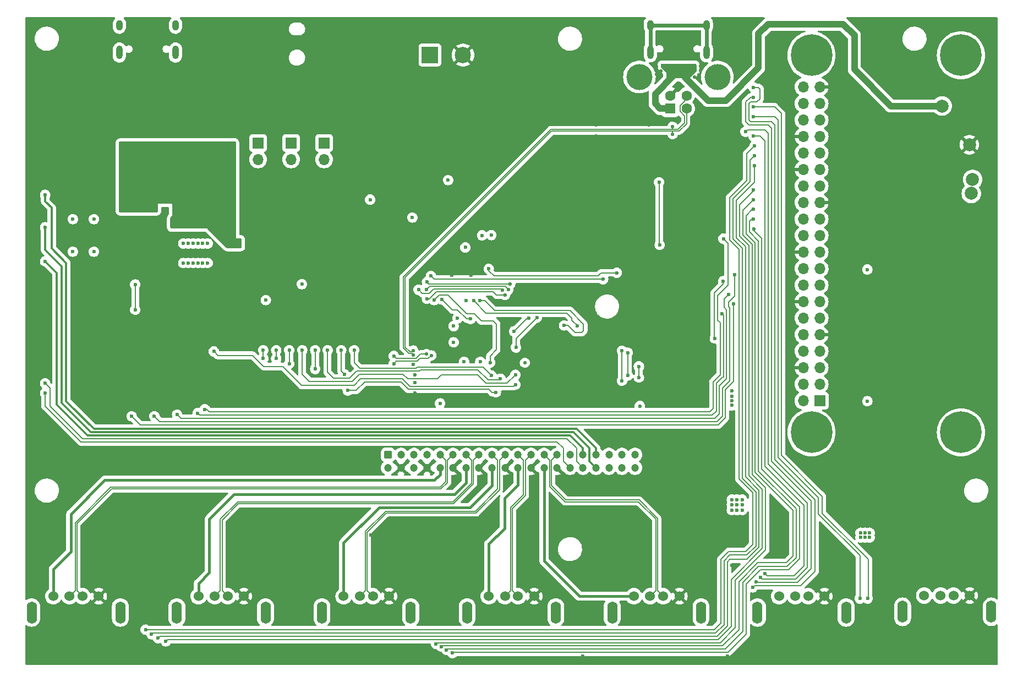
<source format=gbr>
G04 #@! TF.GenerationSoftware,KiCad,Pcbnew,7.0.9*
G04 #@! TF.CreationDate,2024-02-27T14:15:26+02:00*
G04 #@! TF.ProjectId,volthub7,766f6c74-6875-4623-972e-6b696361645f,rev?*
G04 #@! TF.SameCoordinates,Original*
G04 #@! TF.FileFunction,Copper,L4,Bot*
G04 #@! TF.FilePolarity,Positive*
%FSLAX46Y46*%
G04 Gerber Fmt 4.6, Leading zero omitted, Abs format (unit mm)*
G04 Created by KiCad (PCBNEW 7.0.9) date 2024-02-27 14:15:26*
%MOMM*%
%LPD*%
G01*
G04 APERTURE LIST*
G04 Aperture macros list*
%AMRoundRect*
0 Rectangle with rounded corners*
0 $1 Rounding radius*
0 $2 $3 $4 $5 $6 $7 $8 $9 X,Y pos of 4 corners*
0 Add a 4 corners polygon primitive as box body*
4,1,4,$2,$3,$4,$5,$6,$7,$8,$9,$2,$3,0*
0 Add four circle primitives for the rounded corners*
1,1,$1+$1,$2,$3*
1,1,$1+$1,$4,$5*
1,1,$1+$1,$6,$7*
1,1,$1+$1,$8,$9*
0 Add four rect primitives between the rounded corners*
20,1,$1+$1,$2,$3,$4,$5,0*
20,1,$1+$1,$4,$5,$6,$7,0*
20,1,$1+$1,$6,$7,$8,$9,0*
20,1,$1+$1,$8,$9,$2,$3,0*%
G04 Aperture macros list end*
G04 #@! TA.AperFunction,ComponentPad*
%ADD10C,6.400000*%
G04 #@! TD*
G04 #@! TA.AperFunction,ComponentPad*
%ADD11C,1.524000*%
G04 #@! TD*
G04 #@! TA.AperFunction,ComponentPad*
%ADD12O,1.600000X3.400000*%
G04 #@! TD*
G04 #@! TA.AperFunction,ComponentPad*
%ADD13C,2.000000*%
G04 #@! TD*
G04 #@! TA.AperFunction,ComponentPad*
%ADD14R,2.500000X2.500000*%
G04 #@! TD*
G04 #@! TA.AperFunction,ComponentPad*
%ADD15C,2.500000*%
G04 #@! TD*
G04 #@! TA.AperFunction,ComponentPad*
%ADD16R,1.700000X1.700000*%
G04 #@! TD*
G04 #@! TA.AperFunction,ComponentPad*
%ADD17O,1.700000X1.700000*%
G04 #@! TD*
G04 #@! TA.AperFunction,ComponentPad*
%ADD18R,1.600000X1.600000*%
G04 #@! TD*
G04 #@! TA.AperFunction,ComponentPad*
%ADD19C,1.600000*%
G04 #@! TD*
G04 #@! TA.AperFunction,ComponentPad*
%ADD20C,4.000000*%
G04 #@! TD*
G04 #@! TA.AperFunction,ComponentPad*
%ADD21RoundRect,0.250000X-0.350000X-0.350000X0.350000X-0.350000X0.350000X0.350000X-0.350000X0.350000X0*%
G04 #@! TD*
G04 #@! TA.AperFunction,ComponentPad*
%ADD22C,1.200000*%
G04 #@! TD*
G04 #@! TA.AperFunction,ComponentPad*
%ADD23O,1.000000X2.100000*%
G04 #@! TD*
G04 #@! TA.AperFunction,ComponentPad*
%ADD24O,1.000000X1.600000*%
G04 #@! TD*
G04 #@! TA.AperFunction,ViaPad*
%ADD25C,0.600000*%
G04 #@! TD*
G04 #@! TA.AperFunction,ViaPad*
%ADD26C,0.550000*%
G04 #@! TD*
G04 #@! TA.AperFunction,Conductor*
%ADD27C,0.600000*%
G04 #@! TD*
G04 #@! TA.AperFunction,Conductor*
%ADD28C,0.200000*%
G04 #@! TD*
G04 #@! TA.AperFunction,Conductor*
%ADD29C,1.000000*%
G04 #@! TD*
G04 #@! TA.AperFunction,Conductor*
%ADD30C,0.150000*%
G04 #@! TD*
G04 #@! TA.AperFunction,Conductor*
%ADD31C,0.400000*%
G04 #@! TD*
G04 #@! TA.AperFunction,Conductor*
%ADD32C,0.127000*%
G04 #@! TD*
G04 #@! TA.AperFunction,Conductor*
%ADD33C,0.300000*%
G04 #@! TD*
G04 APERTURE END LIST*
D10*
G04 #@! TO.P,H11,1,1*
G04 #@! TO.N,unconnected-(H11-Pad1)*
X144262262Y-26750000D03*
G04 #@! TD*
G04 #@! TO.P,H10,1,1*
G04 #@! TO.N,unconnected-(H10-Pad1)*
X167262262Y-26750000D03*
G04 #@! TD*
G04 #@! TO.P,H8,1,1*
G04 #@! TO.N,unconnected-(H8-Pad1)*
X144262262Y-84750000D03*
G04 #@! TD*
D11*
G04 #@! TO.P,J5,1,VBUS*
G04 #@! TO.N,/VBUS2*
X49945595Y-109950000D03*
G04 #@! TO.P,J5,2,D-*
G04 #@! TO.N,/USB2_DN*
X52445595Y-109950000D03*
G04 #@! TO.P,J5,3,D+*
G04 #@! TO.N,/USB2_DP*
X54445595Y-109950000D03*
G04 #@! TO.P,J5,4,GND*
G04 #@! TO.N,GND*
X56945595Y-109950000D03*
D12*
G04 #@! TO.P,J5,5,Shield*
G04 #@! TO.N,Net-(J5-Shield)*
X46620595Y-112450000D03*
X60270595Y-112450000D03*
G04 #@! TD*
D11*
G04 #@! TO.P,J8,1,VBUS*
G04 #@! TO.N,/VBUS5*
X116945594Y-109950000D03*
G04 #@! TO.P,J8,2,D-*
G04 #@! TO.N,/USB5_DN*
X119445594Y-109950000D03*
G04 #@! TO.P,J8,3,D+*
G04 #@! TO.N,/USB5_DP*
X121445594Y-109950000D03*
G04 #@! TO.P,J8,4,GND*
G04 #@! TO.N,GND*
X123945594Y-109950000D03*
D12*
G04 #@! TO.P,J8,5,Shield*
G04 #@! TO.N,Net-(J8-Shield)*
X113620594Y-112450000D03*
X127270594Y-112450000D03*
G04 #@! TD*
D13*
G04 #@! TO.P,TP1,1,1*
G04 #@! TO.N,/USBUP_DN*
X168862262Y-48000000D03*
G04 #@! TD*
D14*
G04 #@! TO.P,J12,1,Pin_1*
G04 #@! TO.N,Net-(J12-Pin_1)*
X85567262Y-26700000D03*
D15*
G04 #@! TO.P,J12,2,Pin_2*
G04 #@! TO.N,GND*
X90647262Y-26700000D03*
G04 #@! TD*
D16*
G04 #@! TO.P,JP4,1,A*
G04 #@! TO.N,Net-(J12-Pin_1)*
X69292262Y-40230000D03*
D17*
G04 #@! TO.P,JP4,2,B*
G04 #@! TO.N,Net-(JP3-B)*
X69292262Y-42770000D03*
G04 #@! TD*
D13*
G04 #@! TO.P,TP3,1,1*
G04 #@! TO.N,/UP_VBUS*
X164362262Y-34550000D03*
G04 #@! TD*
D11*
G04 #@! TO.P,J10,1,VBUS*
G04 #@! TO.N,/VBUS7*
X161612262Y-109850000D03*
G04 #@! TO.P,J10,2,D-*
G04 #@! TO.N,/USB7_DN*
X164112262Y-109850000D03*
G04 #@! TO.P,J10,3,D+*
G04 #@! TO.N,/USB7_DP*
X166112262Y-109850000D03*
G04 #@! TO.P,J10,4,GND*
G04 #@! TO.N,GND*
X168612262Y-109850000D03*
D12*
G04 #@! TO.P,J10,5,Shield*
G04 #@! TO.N,Net-(J10-Shield)*
X158287262Y-112350000D03*
X171937262Y-112350000D03*
G04 #@! TD*
D10*
G04 #@! TO.P,H9,1,1*
G04 #@! TO.N,unconnected-(H9-Pad1)*
X167262262Y-84750000D03*
G04 #@! TD*
D16*
G04 #@! TO.P,JP2,1,A*
G04 #@! TO.N,/Power/PWR_VBUS*
X59132262Y-40230000D03*
D17*
G04 #@! TO.P,JP2,2,B*
G04 #@! TO.N,Net-(JP2-B)*
X59132262Y-42770000D03*
G04 #@! TD*
D18*
G04 #@! TO.P,J1,1,VBUS*
G04 #@! TO.N,/UP_VBUS*
X122542262Y-34942500D03*
D19*
G04 #@! TO.P,J1,2,D-*
G04 #@! TO.N,/USBUP_DN*
X125042262Y-34942500D03*
G04 #@! TO.P,J1,3,D+*
G04 #@! TO.N,/USBUP_DP*
X125042262Y-32942500D03*
G04 #@! TO.P,J1,4,GND*
G04 #@! TO.N,GND*
X122542262Y-32942500D03*
D20*
G04 #@! TO.P,J1,5,Shield*
G04 #@! TO.N,/USB_SH*
X117792262Y-30082500D03*
X129792262Y-30082500D03*
G04 #@! TD*
D21*
G04 #@! TO.P,J2,1,Pin_1*
G04 #@! TO.N,/USB6_DN*
X79112262Y-88200000D03*
D22*
G04 #@! TO.P,J2,2,Pin_2*
G04 #@! TO.N,/VBUS6*
X79112262Y-90200000D03*
G04 #@! TO.P,J2,3,Pin_3*
G04 #@! TO.N,/USB6_DP*
X81112262Y-88200000D03*
G04 #@! TO.P,J2,4,Pin_4*
G04 #@! TO.N,GND*
X81112262Y-90200000D03*
G04 #@! TO.P,J2,5,Pin_5*
G04 #@! TO.N,/USB7_DN*
X83112262Y-88200000D03*
G04 #@! TO.P,J2,6,Pin_6*
G04 #@! TO.N,/VBUS7*
X83112262Y-90200000D03*
G04 #@! TO.P,J2,7,Pin_7*
G04 #@! TO.N,/USB7_DP*
X85112262Y-88200000D03*
G04 #@! TO.P,J2,8,Pin_8*
G04 #@! TO.N,GND*
X85112262Y-90200000D03*
G04 #@! TO.P,J2,9,Pin_9*
G04 #@! TO.N,/USB1_DN*
X87112262Y-88200000D03*
G04 #@! TO.P,J2,10,Pin_10*
G04 #@! TO.N,/VBUS1*
X87112262Y-90200000D03*
G04 #@! TO.P,J2,11,Pin_11*
G04 #@! TO.N,/USB1_DP*
X89112262Y-88200000D03*
G04 #@! TO.P,J2,12,Pin_12*
G04 #@! TO.N,GND*
X89112262Y-90200000D03*
G04 #@! TO.P,J2,13,Pin_13*
G04 #@! TO.N,/USB2_DN*
X91112262Y-88200000D03*
G04 #@! TO.P,J2,14,Pin_14*
G04 #@! TO.N,/VBUS2*
X91112262Y-90200000D03*
G04 #@! TO.P,J2,15,Pin_15*
G04 #@! TO.N,/USB2_DP*
X93112262Y-88200000D03*
G04 #@! TO.P,J2,16,Pin_16*
G04 #@! TO.N,GND*
X93112262Y-90200000D03*
G04 #@! TO.P,J2,17,Pin_17*
G04 #@! TO.N,/USB3_DN*
X95112262Y-88200000D03*
G04 #@! TO.P,J2,18,Pin_18*
G04 #@! TO.N,/VBUS3*
X95112262Y-90200000D03*
G04 #@! TO.P,J2,19,Pin_19*
G04 #@! TO.N,/USB3_DP*
X97112262Y-88200000D03*
G04 #@! TO.P,J2,20,Pin_20*
G04 #@! TO.N,GND*
X97112262Y-90200000D03*
G04 #@! TO.P,J2,21,Pin_21*
G04 #@! TO.N,/USB4_DN*
X99112262Y-88200000D03*
G04 #@! TO.P,J2,22,Pin_22*
G04 #@! TO.N,/VBUS4*
X99112262Y-90200000D03*
G04 #@! TO.P,J2,23,Pin_23*
G04 #@! TO.N,/USB4_DP*
X101112262Y-88200000D03*
G04 #@! TO.P,J2,24,Pin_24*
G04 #@! TO.N,GND*
X101112262Y-90200000D03*
G04 #@! TO.P,J2,25,Pin_25*
G04 #@! TO.N,/USB5_DN*
X103112262Y-88200000D03*
G04 #@! TO.P,J2,26,Pin_26*
G04 #@! TO.N,/VBUS5*
X103112262Y-90200000D03*
G04 #@! TO.P,J2,27,Pin_27*
G04 #@! TO.N,/USB5_DP*
X105112262Y-88200000D03*
G04 #@! TO.P,J2,28,Pin_28*
G04 #@! TO.N,GND*
X105112262Y-90200000D03*
G04 #@! TO.P,J2,29,Pin_29*
G04 #@! TO.N,+3V3*
X107112262Y-88200000D03*
G04 #@! TO.P,J2,30,Pin_30*
G04 #@! TO.N,/Output/SW1_P*
X107112262Y-90200000D03*
G04 #@! TO.P,J2,31,Pin_31*
G04 #@! TO.N,/LEDG_A*
X109112262Y-88200000D03*
G04 #@! TO.P,J2,32,Pin_32*
G04 #@! TO.N,/Output/SW2_P*
X109112262Y-90200000D03*
G04 #@! TO.P,J2,33,Pin_33*
G04 #@! TO.N,/LEDR_A*
X111112262Y-88200000D03*
G04 #@! TO.P,J2,34,Pin_34*
G04 #@! TO.N,/Output/LEDY_A*
X111112262Y-90200000D03*
G04 #@! TO.P,J2,35,Pin_35*
G04 #@! TO.N,/PI_TXD*
X113112262Y-88200000D03*
G04 #@! TO.P,J2,36,Pin_36*
G04 #@! TO.N,/Output/OLED_SDA*
X113112262Y-90200000D03*
G04 #@! TO.P,J2,37,Pin_37*
G04 #@! TO.N,/PI_RXD*
X115112262Y-88200000D03*
G04 #@! TO.P,J2,38,Pin_38*
G04 #@! TO.N,/Output/OLED_SCL*
X115112262Y-90200000D03*
G04 #@! TO.P,J2,39,Pin_39*
G04 #@! TO.N,+5V*
X117112262Y-88200000D03*
G04 #@! TO.P,J2,40,Pin_40*
G04 #@! TO.N,/Output/OLED_VDD*
X117112262Y-90200000D03*
G04 #@! TD*
D11*
G04 #@! TO.P,J4,1,VBUS*
G04 #@! TO.N,/VBUS1*
X27612262Y-109950000D03*
G04 #@! TO.P,J4,2,D-*
G04 #@! TO.N,/USB1_DN*
X30112262Y-109950000D03*
G04 #@! TO.P,J4,3,D+*
G04 #@! TO.N,/USB1_DP*
X32112262Y-109950000D03*
G04 #@! TO.P,J4,4,GND*
G04 #@! TO.N,GND*
X34612262Y-109950000D03*
D12*
G04 #@! TO.P,J4,5,Shield*
G04 #@! TO.N,Net-(J4-Shield)*
X24287262Y-112450000D03*
X37937262Y-112450000D03*
G04 #@! TD*
D13*
G04 #@! TO.P,TP2,1,1*
G04 #@! TO.N,/USBUP_DP*
X169062262Y-45850000D03*
G04 #@! TD*
D16*
G04 #@! TO.P,JP3,1,A*
G04 #@! TO.N,Net-(JP3-A)*
X64212262Y-40230000D03*
D17*
G04 #@! TO.P,JP3,2,B*
G04 #@! TO.N,Net-(JP3-B)*
X64212262Y-42770000D03*
G04 #@! TD*
D23*
G04 #@! TO.P,J3,S1,SHIELD*
G04 #@! TO.N,/USB_SH*
X128112262Y-26285000D03*
D24*
X128112262Y-22105000D03*
D23*
X119472262Y-26285000D03*
D24*
X119472262Y-22105000D03*
G04 #@! TD*
D11*
G04 #@! TO.P,J7,1,VBUS*
G04 #@! TO.N,/VBUS4*
X94612261Y-109950000D03*
G04 #@! TO.P,J7,2,D-*
G04 #@! TO.N,/USB4_DN*
X97112261Y-109950000D03*
G04 #@! TO.P,J7,3,D+*
G04 #@! TO.N,/USB4_DP*
X99112261Y-109950000D03*
G04 #@! TO.P,J7,4,GND*
G04 #@! TO.N,GND*
X101612261Y-109950000D03*
D12*
G04 #@! TO.P,J7,5,Shield*
G04 #@! TO.N,Net-(J7-Shield)*
X91287261Y-112450000D03*
X104937261Y-112450000D03*
G04 #@! TD*
D16*
G04 #@! TO.P,U2,1,3V3*
G04 #@! TO.N,/PI_3V3*
X145538750Y-79868750D03*
D17*
G04 #@! TO.P,U2,2,5V*
G04 #@! TO.N,/PI_5V*
X142998750Y-79868750D03*
G04 #@! TO.P,U2,3,GPIO2/SDA*
G04 #@! TO.N,Net-(U2-GPIO2{slash}SDA)*
X145538750Y-77328750D03*
G04 #@! TO.P,U2,4,5V*
G04 #@! TO.N,/PI_5V*
X142998750Y-77328750D03*
G04 #@! TO.P,U2,5,GPIO3/SCL*
G04 #@! TO.N,Net-(U2-GPIO3{slash}SCL)*
X145538750Y-74788750D03*
G04 #@! TO.P,U2,6,GND*
G04 #@! TO.N,GND*
X142998750Y-74788750D03*
G04 #@! TO.P,U2,7,GPIO4/GPCLK0*
G04 #@! TO.N,Net-(U2-GPIO4{slash}GPCLK0)*
X145538750Y-72248750D03*
G04 #@! TO.P,U2,8,GPIO14/TXD*
G04 #@! TO.N,Net-(U2-GPIO14{slash}TXD)*
X142998750Y-72248750D03*
G04 #@! TO.P,U2,9,GND*
G04 #@! TO.N,GND*
X145538750Y-69708750D03*
G04 #@! TO.P,U2,10,GPIO15/RXD*
G04 #@! TO.N,Net-(U2-GPIO15{slash}RXD)*
X142998750Y-69708750D03*
G04 #@! TO.P,U2,11,GPIO17*
G04 #@! TO.N,Net-(U2-GPIO17)*
X145538750Y-67168750D03*
G04 #@! TO.P,U2,12,GPIO18/PCM_CLK*
G04 #@! TO.N,Net-(U2-GPIO18{slash}PCM_CLK)*
X142998750Y-67168750D03*
G04 #@! TO.P,U2,13,GPIO27*
G04 #@! TO.N,Net-(U2-GPIO27)*
X145538750Y-64628750D03*
G04 #@! TO.P,U2,14,GND*
G04 #@! TO.N,GND*
X142998750Y-64628750D03*
G04 #@! TO.P,U2,15,GPIO22*
G04 #@! TO.N,Net-(U2-GPIO22)*
X145538750Y-62088750D03*
G04 #@! TO.P,U2,16,GPIO23*
G04 #@! TO.N,Net-(U2-GPIO23)*
X142998750Y-62088750D03*
G04 #@! TO.P,U2,17,3V3*
G04 #@! TO.N,/PI_3V3*
X145538750Y-59548750D03*
G04 #@! TO.P,U2,18,GPIO24*
G04 #@! TO.N,Net-(U2-GPIO24)*
X142998750Y-59548750D03*
G04 #@! TO.P,U2,19,GPIO10/MOSI*
G04 #@! TO.N,Net-(U2-GPIO10{slash}MOSI)*
X145538750Y-57008750D03*
G04 #@! TO.P,U2,20,GND*
G04 #@! TO.N,GND*
X142998750Y-57008750D03*
G04 #@! TO.P,U2,21,GPIO9/MISO*
G04 #@! TO.N,Net-(U2-GPIO9{slash}MISO)*
X145538750Y-54468750D03*
G04 #@! TO.P,U2,22,GPIO25*
G04 #@! TO.N,Net-(U2-GPIO25)*
X142998750Y-54468750D03*
G04 #@! TO.P,U2,23,GPIO11/SCLK*
G04 #@! TO.N,Net-(U2-GPIO11{slash}SCLK)*
X145538750Y-51928750D03*
G04 #@! TO.P,U2,24,GPIO8/CE0*
G04 #@! TO.N,Net-(U2-GPIO8{slash}CE0)*
X142998750Y-51928750D03*
G04 #@! TO.P,U2,25,GND*
G04 #@! TO.N,GND*
X145538750Y-49388750D03*
G04 #@! TO.P,U2,26,GPIO7/CE1*
G04 #@! TO.N,Net-(U2-GPIO7{slash}CE1)*
X142998750Y-49388750D03*
G04 #@! TO.P,U2,27,GPIO0/ID_SD*
G04 #@! TO.N,unconnected-(U2-GPIO0{slash}ID_SD-Pad27)*
X145538750Y-46848750D03*
G04 #@! TO.P,U2,28,GPIO1/ID_SC*
G04 #@! TO.N,unconnected-(U2-GPIO1{slash}ID_SC-Pad28)*
X142998750Y-46848750D03*
G04 #@! TO.P,U2,29,GPIO5*
G04 #@! TO.N,Net-(U2-GPIO5)*
X145538750Y-44308750D03*
G04 #@! TO.P,U2,30,GND*
G04 #@! TO.N,GND*
X142998750Y-44308750D03*
G04 #@! TO.P,U2,31,GPIO6*
G04 #@! TO.N,Net-(U2-GPIO6)*
X145538750Y-41768750D03*
G04 #@! TO.P,U2,32,GPIO12/PWM0*
G04 #@! TO.N,Net-(U2-GPIO12{slash}PWM0)*
X142998750Y-41768750D03*
G04 #@! TO.P,U2,33,GPIO13/PWM1*
G04 #@! TO.N,Net-(U2-GPIO13{slash}PWM1)*
X145538750Y-39228750D03*
G04 #@! TO.P,U2,34,GND*
G04 #@! TO.N,GND*
X142998750Y-39228750D03*
G04 #@! TO.P,U2,35,GPIO19/PCM_FS*
G04 #@! TO.N,Net-(U2-GPIO19{slash}PCM_FS)*
X145538750Y-36688750D03*
G04 #@! TO.P,U2,36,GPIO16*
G04 #@! TO.N,Net-(U2-GPIO16)*
X142998750Y-36688750D03*
G04 #@! TO.P,U2,37,GPIO26*
G04 #@! TO.N,Net-(U2-GPIO26)*
X145538750Y-34148750D03*
G04 #@! TO.P,U2,38,GPIO20/PCM_DIN*
G04 #@! TO.N,Net-(U2-GPIO20{slash}PCM_DIN)*
X142998750Y-34148750D03*
G04 #@! TO.P,U2,39,GND*
G04 #@! TO.N,GND*
X145538750Y-31608750D03*
G04 #@! TO.P,U2,40,GPIO21/PCM_DOUT*
G04 #@! TO.N,Net-(U2-GPIO21{slash}PCM_DOUT)*
X142998750Y-31608750D03*
G04 #@! TD*
D11*
G04 #@! TO.P,J6,1,VBUS*
G04 #@! TO.N,/VBUS3*
X72278928Y-109950000D03*
G04 #@! TO.P,J6,2,D-*
G04 #@! TO.N,/USB3_DN*
X74778928Y-109950000D03*
G04 #@! TO.P,J6,3,D+*
G04 #@! TO.N,/USB3_DP*
X76778928Y-109950000D03*
G04 #@! TO.P,J6,4,GND*
G04 #@! TO.N,GND*
X79278928Y-109950000D03*
D12*
G04 #@! TO.P,J6,5,Shield*
G04 #@! TO.N,Net-(J6-Shield)*
X68953928Y-112450000D03*
X82603928Y-112450000D03*
G04 #@! TD*
D13*
G04 #@! TO.P,TP4,1,1*
G04 #@! TO.N,GND*
X168562262Y-40500000D03*
G04 #@! TD*
D23*
G04 #@! TO.P,J11,S1,SHIELD*
G04 #@! TO.N,/Power/USB_SH*
X46432262Y-26330000D03*
D24*
X46432262Y-22150000D03*
D23*
X37792262Y-26330000D03*
D24*
X37792262Y-22150000D03*
G04 #@! TD*
D11*
G04 #@! TO.P,J9,1,VBUS*
G04 #@! TO.N,/VBUS6*
X139278927Y-109950000D03*
G04 #@! TO.P,J9,2,D-*
G04 #@! TO.N,/USB6_DN*
X141778927Y-109950000D03*
G04 #@! TO.P,J9,3,D+*
G04 #@! TO.N,/USB6_DP*
X143778927Y-109950000D03*
G04 #@! TO.P,J9,4,GND*
G04 #@! TO.N,GND*
X146278927Y-109950000D03*
D12*
G04 #@! TO.P,J9,5,Shield*
G04 #@! TO.N,Net-(J9-Shield)*
X135953927Y-112450000D03*
X149603927Y-112450000D03*
G04 #@! TD*
D25*
G04 #@! TO.N,GND*
X53612262Y-118700000D03*
X153612262Y-27200000D03*
D26*
X125012262Y-25000000D03*
X124362262Y-40450000D03*
D25*
X58362262Y-51700000D03*
X42362262Y-53200000D03*
X91912262Y-60600000D03*
X41112262Y-57200000D03*
X71012262Y-97700000D03*
X110112262Y-45200000D03*
X42362262Y-53950000D03*
X138512262Y-97800000D03*
X38512262Y-29200000D03*
X33112262Y-99300000D03*
X70112262Y-79700000D03*
X42362262Y-55700000D03*
X57612262Y-52450000D03*
X133112262Y-98700000D03*
X61612262Y-41200000D03*
X60612262Y-51700000D03*
X140612262Y-97800000D03*
X120612262Y-119700000D03*
X58862262Y-56950000D03*
X31112262Y-118200000D03*
X76212262Y-66000000D03*
X58862262Y-57700000D03*
D26*
X111112262Y-39200000D03*
D25*
X49112262Y-29200000D03*
X60612262Y-48700000D03*
X60362262Y-57700000D03*
X71712262Y-97700000D03*
X139912262Y-97800000D03*
X128112262Y-57700000D03*
X42362262Y-52450000D03*
X70612262Y-47800000D03*
X160112262Y-28700000D03*
X171362262Y-100450000D03*
X99612262Y-63700000D03*
X24612262Y-28700000D03*
X102762262Y-72950000D03*
X65612262Y-57200000D03*
X85112262Y-52950000D03*
X39212262Y-29200000D03*
X43862262Y-55700000D03*
X126612262Y-85200000D03*
X85112262Y-51700000D03*
X141112262Y-58200000D03*
X51612262Y-29200000D03*
X64862262Y-56450000D03*
X148112262Y-29700000D03*
X75612262Y-62200000D03*
X116212262Y-97700000D03*
D26*
X123112262Y-39900000D03*
D25*
X139212262Y-97800000D03*
X120112262Y-77700000D03*
X38662262Y-77762500D03*
X43362262Y-102000000D03*
X39612262Y-33950000D03*
X25612262Y-85700000D03*
X161212262Y-97800000D03*
X27912262Y-97800000D03*
X49912262Y-97800000D03*
X64862262Y-57200000D03*
X48612262Y-79200000D03*
D26*
X170462262Y-47050000D03*
D25*
X92512262Y-70600000D03*
X24862262Y-43200000D03*
X166612262Y-61700000D03*
D26*
X119212262Y-37500000D03*
D25*
X153112262Y-21700000D03*
X85112262Y-50450000D03*
X58112262Y-56950000D03*
X132862262Y-105200000D03*
D26*
X127162262Y-29050000D03*
D25*
X122312262Y-99100000D03*
X111612262Y-85200000D03*
X44612262Y-58700000D03*
X88912262Y-60600000D03*
X133112262Y-25950000D03*
X59612262Y-24450000D03*
X128112262Y-50200000D03*
X87362262Y-105700000D03*
X58112262Y-57700000D03*
X88112262Y-102000000D03*
X41112262Y-57950000D03*
X56862262Y-52450000D03*
X132012262Y-105200000D03*
X132612262Y-102000000D03*
X39212262Y-28500000D03*
X72912262Y-47900000D03*
X148612262Y-38700000D03*
X57612262Y-51700000D03*
X98012262Y-50300000D03*
X60612262Y-50950000D03*
X160512262Y-97800000D03*
X50612262Y-97800000D03*
X90612262Y-79800000D03*
X57112262Y-22450000D03*
X154612262Y-105400000D03*
X64612262Y-89700000D03*
X88112262Y-98700000D03*
X131612262Y-21700000D03*
D26*
X120412262Y-28450000D03*
D25*
X142612262Y-118700000D03*
X90112262Y-43200000D03*
X66362262Y-57950000D03*
X93612262Y-79800000D03*
X147112262Y-94200000D03*
X35112262Y-43200000D03*
X104612262Y-45200000D03*
X65612262Y-56450000D03*
X95912262Y-73400000D03*
X146712262Y-100400000D03*
X94912262Y-97800000D03*
X33712262Y-70200000D03*
X66362262Y-56450000D03*
X161912262Y-97800000D03*
X33612262Y-89200000D03*
X58112262Y-89200000D03*
X153912262Y-105400000D03*
X43612262Y-105600000D03*
X87712262Y-105000000D03*
X113612262Y-74200000D03*
X98112262Y-119700000D03*
X141112262Y-87500000D03*
X38612262Y-66200000D03*
X60612262Y-52450000D03*
X64862262Y-57950000D03*
X59612262Y-57700000D03*
D26*
X120462262Y-29650000D03*
D25*
X24862262Y-38200000D03*
X86512262Y-105600000D03*
X94212262Y-97800000D03*
X58362262Y-52450000D03*
X152112262Y-111950000D03*
X59862262Y-51700000D03*
X75612262Y-118700000D03*
X78687762Y-79950000D03*
X167112262Y-77200000D03*
D26*
X121112262Y-29800000D03*
D25*
X115512262Y-97700000D03*
X27212262Y-97800000D03*
X83212262Y-70900000D03*
X46612262Y-28300000D03*
X26512262Y-97800000D03*
X59862262Y-52450000D03*
X43012262Y-105000000D03*
X28612262Y-97800000D03*
X37112262Y-100200000D03*
D26*
X122412262Y-23500000D03*
X111112262Y-37450000D03*
D25*
X45612262Y-89200000D03*
X150112262Y-119200000D03*
X85612262Y-59200000D03*
X106812262Y-77300000D03*
X64362262Y-119200000D03*
X42162262Y-77762500D03*
D26*
X119312262Y-35800000D03*
D25*
X76112262Y-89700000D03*
X57112262Y-28700000D03*
X148612262Y-69700000D03*
X159112262Y-94200000D03*
X83612262Y-98700000D03*
X44612262Y-55700000D03*
X43112262Y-52700000D03*
X43112262Y-58700000D03*
X59612262Y-26700000D03*
X46612262Y-29000000D03*
X67612262Y-50200000D03*
X124512262Y-72700000D03*
X57612262Y-78200000D03*
X107112262Y-97700000D03*
X45912262Y-28300000D03*
X100112262Y-99100000D03*
X38512262Y-28500000D03*
X85112262Y-49200000D03*
X78112262Y-22200000D03*
X106100000Y-70900000D03*
X66362262Y-57200000D03*
X102762262Y-71350000D03*
X62612262Y-62200000D03*
D26*
X120462262Y-29050000D03*
D25*
X76512262Y-100500000D03*
X102662262Y-68450000D03*
X43112262Y-51950000D03*
X60362262Y-56950000D03*
X61862262Y-22700000D03*
X132612262Y-45200000D03*
X43112262Y-53450000D03*
X60612262Y-50200000D03*
X42362262Y-105600000D03*
X63612262Y-98200000D03*
X128112262Y-98700000D03*
X141112262Y-45700000D03*
X49212262Y-97800000D03*
X162612262Y-97800000D03*
X60612262Y-49450000D03*
X43112262Y-55700000D03*
X45112262Y-33950000D03*
X83212262Y-78700000D03*
X42362262Y-58700000D03*
X83212262Y-68100000D03*
X129112262Y-35700000D03*
X131362262Y-119200000D03*
X165612262Y-118700000D03*
X59612262Y-56950000D03*
X55112262Y-99100000D03*
X102762262Y-69950000D03*
X117612262Y-97700000D03*
X66612262Y-40700000D03*
X61862262Y-28700000D03*
X93512262Y-97800000D03*
X138612262Y-25950000D03*
X116912262Y-97700000D03*
X48512262Y-97800000D03*
X43862262Y-58700000D03*
X55612262Y-38200000D03*
X83212262Y-77049500D03*
X116612262Y-22200000D03*
X32012262Y-78900000D03*
D26*
X80112262Y-79700000D03*
X123212262Y-36800000D03*
D25*
X86612262Y-119200000D03*
X59362262Y-60700000D03*
X45662262Y-77762500D03*
D26*
X121062262Y-29200000D03*
D25*
X65612262Y-57950000D03*
X42112262Y-23200000D03*
X78462262Y-77950000D03*
X155312262Y-105400000D03*
X103112262Y-50200000D03*
X83212262Y-80300000D03*
X83212262Y-75900000D03*
X89362262Y-47200000D03*
D26*
X126962262Y-29750000D03*
D25*
X95612262Y-57200000D03*
X148612262Y-104200000D03*
X89112262Y-57200000D03*
D26*
X126262262Y-30100000D03*
D25*
X116312262Y-61900000D03*
X105812262Y-56100000D03*
X83012262Y-74324500D03*
X59112262Y-52450000D03*
D26*
X117862262Y-40450000D03*
D25*
X56862262Y-51700000D03*
X72412262Y-97700000D03*
X73112262Y-97700000D03*
X148612262Y-49200000D03*
X154512262Y-102100000D03*
X41112262Y-56450000D03*
X74112262Y-80450000D03*
X35112262Y-22200000D03*
X32012262Y-76000000D03*
X78412262Y-47800000D03*
X126612262Y-90200000D03*
X95612262Y-97800000D03*
X101112262Y-22200000D03*
X59112262Y-51700000D03*
X25612262Y-70200000D03*
X114612262Y-69700000D03*
X109112262Y-119200000D03*
D26*
X127212262Y-28400000D03*
D25*
X59612262Y-30450000D03*
X24612262Y-61200000D03*
X41862262Y-119200000D03*
X166512262Y-100300000D03*
X171612262Y-31200000D03*
G04 #@! TO.N,+3V3*
X152862262Y-59700000D03*
X152862262Y-79950000D03*
X50612262Y-58700000D03*
X30612262Y-51950000D03*
X60312262Y-64400000D03*
X87112262Y-80300000D03*
X82862262Y-51700000D03*
X88362262Y-45950000D03*
X117862262Y-80700000D03*
X47612262Y-58700000D03*
X49112262Y-55700000D03*
X33862262Y-56950000D03*
X89812262Y-67200000D03*
X65862262Y-61950000D03*
X48362262Y-55700000D03*
X40212262Y-65900000D03*
X49112262Y-58700000D03*
X50612262Y-55700000D03*
X89212262Y-68400000D03*
X49862262Y-55700000D03*
X76362262Y-48950000D03*
X51362262Y-55700000D03*
X47612262Y-55700000D03*
X33862262Y-51950000D03*
X89212262Y-70900000D03*
X49862262Y-58700000D03*
X30612262Y-56950000D03*
X48362262Y-58700000D03*
X40212262Y-62000000D03*
X93312262Y-73900000D03*
D26*
X100162262Y-74050000D03*
D25*
X51362262Y-58700000D03*
X90812262Y-73900000D03*
D26*
G04 #@! TO.N,/UP_VBUS*
X122662262Y-29200000D03*
X122062262Y-28900000D03*
X125612262Y-28500000D03*
X125912262Y-29050000D03*
X121562262Y-28400000D03*
X126212262Y-28500000D03*
X123062262Y-29850000D03*
X122412262Y-29850000D03*
D25*
G04 #@! TO.N,/XTAL1*
X80012262Y-74200000D03*
D26*
X85812262Y-72900000D03*
G04 #@! TO.N,/XTAL2*
X85012262Y-72700000D03*
D25*
X80012262Y-73000000D03*
G04 #@! TO.N,/RESET_USB*
X114312262Y-60200000D03*
X94612262Y-59600000D03*
G04 #@! TO.N,+5V*
X132012262Y-95900000D03*
X153212262Y-100200000D03*
X44362262Y-45700000D03*
X132812262Y-96700000D03*
X49112262Y-45200000D03*
X132012262Y-78400000D03*
X133612262Y-95900000D03*
X44362262Y-46700000D03*
X44862262Y-44950000D03*
X132012262Y-96700000D03*
X47362262Y-45700000D03*
X43612262Y-48200000D03*
X43612262Y-45200000D03*
X133612262Y-96700000D03*
X46862262Y-44950000D03*
X132012262Y-80600000D03*
X48362262Y-46700000D03*
X47862262Y-44950000D03*
X132012262Y-79200000D03*
X46362262Y-45700000D03*
X48362262Y-48700000D03*
X43612262Y-47200000D03*
X152512262Y-100200000D03*
X132812262Y-95900000D03*
X44362262Y-47700000D03*
X132812262Y-95100000D03*
X49112262Y-48200000D03*
X49112262Y-47200000D03*
X133612262Y-95100000D03*
X132012262Y-95100000D03*
X151812262Y-100200000D03*
X49112262Y-46200000D03*
X45362262Y-45700000D03*
X48362262Y-45700000D03*
X44362262Y-48700000D03*
X43612262Y-46200000D03*
X153212262Y-100900000D03*
X132012262Y-79900000D03*
X45862262Y-44950000D03*
X152512262Y-100900000D03*
X48362262Y-47700000D03*
X151812262Y-100900000D03*
G04 #@! TO.N,/Output/SWITCH1*
X130712262Y-54950000D03*
X50912262Y-81200000D03*
G04 #@! TO.N,/GPIO18*
X49812262Y-81800000D03*
X130512262Y-66500000D03*
D26*
G04 #@! TO.N,/USBUP_DP*
X83012262Y-72850000D03*
X122912262Y-37700000D03*
D25*
G04 #@! TO.N,/LEDA1*
X72912262Y-78300000D03*
X95712262Y-78600000D03*
G04 #@! TO.N,/LEDA2*
X52312262Y-72300000D03*
X98712262Y-77400000D03*
G04 #@! TO.N,/LEDA3*
X97912262Y-61900000D03*
X85112262Y-61600000D03*
G04 #@! TO.N,/LEDB3*
X96712262Y-62900000D03*
X83812262Y-62800000D03*
G04 #@! TO.N,/LEDA4*
X59912262Y-73400000D03*
X59912262Y-72100000D03*
X97112262Y-63600000D03*
X85112262Y-64200000D03*
G04 #@! TO.N,/LEDB4*
X97612262Y-62800000D03*
X61912262Y-72100000D03*
X85012262Y-62800000D03*
X61912262Y-73400000D03*
G04 #@! TO.N,/LEDA5*
X63912262Y-72100000D03*
X63912262Y-74200000D03*
G04 #@! TO.N,/LEDB5*
X65912262Y-72100000D03*
X98712262Y-75900000D03*
G04 #@! TO.N,/LEDA6*
X67912262Y-72100000D03*
X67912262Y-75000000D03*
G04 #@! TO.N,/LEDB6*
X69812262Y-72100000D03*
X96412262Y-76500000D03*
G04 #@! TO.N,/LEDA7*
X71912262Y-72100000D03*
X72412262Y-75800000D03*
G04 #@! TO.N,/LEDB7*
X73912262Y-72100000D03*
X95025008Y-75987254D03*
G04 #@! TO.N,/PI_TXD*
X116012262Y-76000000D03*
X116012262Y-72500000D03*
G04 #@! TO.N,/PI_RXD*
X115112262Y-72200000D03*
X115112262Y-76800000D03*
G04 #@! TO.N,/Output/SW1_P*
X26362262Y-78700000D03*
G04 #@! TO.N,/EE_WP*
X120912262Y-55900000D03*
X120812262Y-46300000D03*
X130700000Y-61500000D03*
X129400000Y-70300000D03*
G04 #@! TO.N,/SDA*
X93212262Y-64500000D03*
X106200000Y-68300000D03*
X95012262Y-54400000D03*
G04 #@! TO.N,/SCL{slash}CFG_SEL0*
X117712262Y-74600000D03*
X93612262Y-54450000D03*
X108200000Y-68400000D03*
X117712262Y-76300000D03*
X92312262Y-64500000D03*
G04 #@! TO.N,/Output/LED_G*
X39662262Y-82262500D03*
X132312262Y-65000000D03*
G04 #@! TO.N,/Output/LED_R*
X131512262Y-63500000D03*
X46662262Y-82012500D03*
G04 #@! TO.N,/Output/LED_Y*
X43162262Y-82262500D03*
X132412262Y-60500000D03*
G04 #@! TO.N,/PRTPWR1*
X41812262Y-115100000D03*
X135512262Y-40700000D03*
G04 #@! TO.N,/OCS1*
X42712262Y-115800000D03*
X135512262Y-42200000D03*
G04 #@! TO.N,/PRTPWR2*
X135312262Y-47450000D03*
X44912262Y-116900000D03*
X100812262Y-67200000D03*
X98512262Y-69200000D03*
G04 #@! TO.N,/OCS2*
X135512262Y-43700000D03*
X43712262Y-116400000D03*
G04 #@! TO.N,/PRTPWR3*
X102012262Y-67100000D03*
X135312262Y-48950000D03*
X98812262Y-71700000D03*
X86512262Y-117300000D03*
G04 #@! TO.N,/OCS3*
X87312262Y-117700000D03*
X135312262Y-50450000D03*
G04 #@! TO.N,/PRTPWR4*
X135412262Y-53450000D03*
X89012262Y-118700000D03*
G04 #@! TO.N,/OCS4*
X88112262Y-118200000D03*
X135312262Y-51950000D03*
G04 #@! TO.N,/VBUS_DET*
X91112262Y-64450000D03*
X91012262Y-56300000D03*
G04 #@! TO.N,/HS_IND{slash}CFG_SEL1*
X87412262Y-64300000D03*
X91812262Y-67300000D03*
G04 #@! TO.N,/CFG_SEL2*
X86212262Y-64400000D03*
X94812262Y-74000000D03*
G04 #@! TO.N,/DCDC_PG*
X112212262Y-61200000D03*
X85712262Y-60700000D03*
G04 #@! TO.N,/OCS7*
X135362262Y-34700000D03*
X152912262Y-110300000D03*
G04 #@! TO.N,/PRTPWR7*
X135362262Y-36200000D03*
X151712262Y-110300000D03*
G04 #@! TO.N,/OCS6*
X135712262Y-107750500D03*
X135362262Y-33200000D03*
G04 #@! TO.N,/PRTPWR6*
X135362262Y-31700000D03*
X135212262Y-108600000D03*
G04 #@! TO.N,/OCS5*
X136412262Y-107049500D03*
X134112262Y-38500000D03*
G04 #@! TO.N,/PRTPWR5*
X135362262Y-39200000D03*
X137112262Y-106500000D03*
D26*
G04 #@! TO.N,/USBUP_DN*
X83012262Y-72150000D03*
X122912262Y-38900000D03*
D25*
G04 #@! TO.N,/Output/LEDY_A*
X26362262Y-53200000D03*
G04 #@! TO.N,/LEDG_A*
X26362262Y-58450000D03*
G04 #@! TO.N,/Output/SW2_P*
X26362262Y-77200000D03*
G04 #@! TO.N,/LEDR_A*
X26362262Y-48200000D03*
G04 #@! TD*
D27*
G04 #@! TO.N,/USB_SH*
X119472262Y-26285000D02*
X119472262Y-22105000D01*
X128112262Y-22105000D02*
X119472262Y-22105000D01*
X128112262Y-22105000D02*
X128112262Y-26285000D01*
D28*
G04 #@! TO.N,+3V3*
X40212262Y-65900000D02*
X40212262Y-62000000D01*
D29*
G04 #@! TO.N,/UP_VBUS*
X136112262Y-28700000D02*
X131112262Y-33700000D01*
X164362262Y-34550000D02*
X156462262Y-34550000D01*
X131112262Y-33700000D02*
X128362262Y-33700000D01*
X128362262Y-33700000D02*
X124862262Y-30200000D01*
X120212262Y-34200000D02*
X120212262Y-32700000D01*
X156462262Y-34550000D02*
X150862262Y-28950000D01*
X122542262Y-34942500D02*
X120954762Y-34942500D01*
X120212262Y-32700000D02*
X123062262Y-29850000D01*
X150862262Y-23700000D02*
X149112262Y-21950000D01*
X120954762Y-34942500D02*
X120212262Y-34200000D01*
X137612262Y-21950000D02*
X136112262Y-23450000D01*
X136112262Y-23450000D02*
X136112262Y-28700000D01*
X149112262Y-21950000D02*
X137612262Y-21950000D01*
X150862262Y-28950000D02*
X150862262Y-23700000D01*
X124862262Y-30200000D02*
X124862262Y-29200000D01*
D30*
G04 #@! TO.N,/XTAL1*
X83612262Y-73800000D02*
X84012262Y-73400000D01*
X84012262Y-73400000D02*
X85312262Y-73400000D01*
X85312262Y-73400000D02*
X85812262Y-72900000D01*
X80412262Y-73800000D02*
X83612262Y-73800000D01*
X80012262Y-74200000D02*
X80412262Y-73800000D01*
G04 #@! TO.N,/XTAL2*
X83412262Y-73400000D02*
X84112262Y-72700000D01*
X84112262Y-72700000D02*
X85012262Y-72700000D01*
X80412262Y-73400000D02*
X83412262Y-73400000D01*
X80012262Y-73000000D02*
X80412262Y-73400000D01*
G04 #@! TO.N,/RESET_USB*
X95437262Y-60675000D02*
X111437262Y-60675000D01*
X111912262Y-60200000D02*
X114312262Y-60200000D01*
X94612262Y-59900000D02*
X95412262Y-60700000D01*
X94612262Y-59600000D02*
X94612262Y-59900000D01*
X95412262Y-60700000D02*
X95437262Y-60675000D01*
X111437262Y-60675000D02*
X111912262Y-60200000D01*
D31*
G04 #@! TO.N,/VBUS1*
X30312262Y-103100000D02*
X30312262Y-97300000D01*
X35512262Y-92100000D02*
X86212262Y-92100000D01*
X27612262Y-109950000D02*
X27612262Y-105800000D01*
X86212262Y-92100000D02*
X87112262Y-91200000D01*
X30312262Y-97300000D02*
X35512262Y-92100000D01*
X87112262Y-91200000D02*
X87112262Y-90200000D01*
X27612262Y-105800000D02*
X30312262Y-103100000D01*
G04 #@! TO.N,/VBUS2*
X55412262Y-94300000D02*
X51612262Y-98100000D01*
X89312262Y-94300000D02*
X55412262Y-94300000D01*
X91112262Y-92500000D02*
X89312262Y-94300000D01*
X51612262Y-106300000D02*
X49945595Y-107966667D01*
X51612262Y-98100000D02*
X51612262Y-106300000D01*
X91112262Y-90200000D02*
X91112262Y-92500000D01*
X49945595Y-107966667D02*
X49945595Y-109950000D01*
G04 #@! TO.N,/VBUS3*
X77712262Y-96300000D02*
X91712262Y-96300000D01*
X72278928Y-109950000D02*
X72278928Y-101733334D01*
X91712262Y-96300000D02*
X95112262Y-92900000D01*
X72278928Y-101733334D02*
X77712262Y-96300000D01*
X95112262Y-92900000D02*
X95112262Y-90200000D01*
G04 #@! TO.N,/VBUS4*
X99112262Y-92800000D02*
X99112262Y-90200000D01*
X97012262Y-99500000D02*
X97012262Y-94900000D01*
X97012262Y-94900000D02*
X99112262Y-92800000D01*
X94612261Y-101900001D02*
X97012262Y-99500000D01*
X94612261Y-109950000D02*
X94612261Y-101900001D01*
G04 #@! TO.N,/VBUS5*
X116945594Y-109950000D02*
X108562262Y-109950000D01*
X108562262Y-109950000D02*
X103112262Y-104500000D01*
X103112262Y-104500000D02*
X103112262Y-90200000D01*
D28*
G04 #@! TO.N,/Output/SWITCH1*
X130212262Y-67900000D02*
X130212262Y-75900000D01*
X51212262Y-81200000D02*
X50912262Y-81200000D01*
X129112262Y-81100000D02*
X128612262Y-81600000D01*
X130712262Y-54950000D02*
X131412262Y-55650000D01*
X131412262Y-55650000D02*
X131412262Y-62100000D01*
X51612262Y-81600000D02*
X51212262Y-81200000D01*
X130212262Y-75900000D02*
X129112262Y-77000000D01*
X129812262Y-67500000D02*
X130212262Y-67900000D01*
X128612262Y-81600000D02*
X51612262Y-81600000D01*
X131412262Y-62100000D02*
X129812262Y-63700000D01*
X129112262Y-77000000D02*
X129112262Y-81100000D01*
X129812262Y-63700000D02*
X129812262Y-67500000D01*
G04 #@! TO.N,/GPIO18*
X129612262Y-81500000D02*
X129612262Y-77200000D01*
X130612262Y-76200000D02*
X130712262Y-76200000D01*
X50112262Y-82100000D02*
X129012262Y-82100000D01*
X129612262Y-77200000D02*
X130612262Y-76200000D01*
X130712262Y-66700000D02*
X130512262Y-66500000D01*
X49812262Y-81800000D02*
X50112262Y-82100000D01*
X129012262Y-82100000D02*
X129612262Y-81500000D01*
X130712262Y-76200000D02*
X130712262Y-66700000D01*
D32*
G04 #@! TO.N,/USBUP_DP*
X124028762Y-35362306D02*
X124028762Y-34522694D01*
X104154892Y-38161500D02*
X123754892Y-38161500D01*
X124028762Y-34522694D02*
X124765262Y-33786194D01*
X124765262Y-37151130D02*
X124765262Y-36098806D01*
X83012262Y-72850000D02*
X82800762Y-72638500D01*
X123754892Y-38161500D02*
X124765262Y-37151130D01*
X82354892Y-72638500D02*
X81473762Y-71757370D01*
X124765262Y-36098806D02*
X124028762Y-35362306D01*
D30*
X122912262Y-37700000D02*
X122912262Y-38150000D01*
D32*
X124765262Y-33786194D02*
X124765262Y-33219500D01*
X82800762Y-72638500D02*
X82354892Y-72638500D01*
X81473762Y-71757370D02*
X81473762Y-60842630D01*
X81473762Y-60842630D02*
X104154892Y-38161500D01*
D28*
G04 #@! TO.N,/LEDA1*
X81112262Y-77000000D02*
X75512262Y-77000000D01*
X82212262Y-78100000D02*
X81112262Y-77000000D01*
X95712262Y-78600000D02*
X95112262Y-78600000D01*
X74212262Y-78300000D02*
X72912262Y-78300000D01*
X95112262Y-78600000D02*
X94612262Y-78100000D01*
X94612262Y-78100000D02*
X82212262Y-78100000D01*
X75512262Y-77000000D02*
X74212262Y-78300000D01*
G04 #@! TO.N,/LEDA2*
X60012262Y-74600000D02*
X58312262Y-72900000D01*
X65812262Y-77500000D02*
X62912262Y-74600000D01*
X98712262Y-77400000D02*
X98412262Y-77700000D01*
X73912262Y-77500000D02*
X65812262Y-77500000D01*
X58312262Y-72900000D02*
X52912262Y-72900000D01*
X81312262Y-76500000D02*
X74912262Y-76500000D01*
X82512262Y-77700000D02*
X81312262Y-76500000D01*
X52912262Y-72900000D02*
X52312262Y-72300000D01*
X62912262Y-74600000D02*
X60012262Y-74600000D01*
X74912262Y-76500000D02*
X73912262Y-77500000D01*
X98412262Y-77700000D02*
X82512262Y-77700000D01*
G04 #@! TO.N,/LEDA3*
X97912262Y-61900000D02*
X85412262Y-61900000D01*
X85412262Y-61900000D02*
X85112262Y-61600000D01*
G04 #@! TO.N,/LEDB3*
X96512262Y-62700000D02*
X96712262Y-62900000D01*
X85462262Y-63350000D02*
X86112262Y-62700000D01*
X86112262Y-62700000D02*
X96512262Y-62700000D01*
X83812262Y-62800000D02*
X84362262Y-63350000D01*
X84362262Y-63350000D02*
X85462262Y-63350000D01*
G04 #@! TO.N,/LEDA4*
X85490080Y-64200000D02*
X86590080Y-63100000D01*
X85112262Y-64200000D02*
X85490080Y-64200000D01*
X86590080Y-63100000D02*
X95312262Y-63100000D01*
X95812262Y-63600000D02*
X97112262Y-63600000D01*
X95312262Y-63100000D02*
X95812262Y-63600000D01*
X59912262Y-73400000D02*
X59912262Y-72100000D01*
G04 #@! TO.N,/LEDB4*
X85012262Y-62800000D02*
X85512262Y-62300000D01*
X85512262Y-62300000D02*
X97112262Y-62300000D01*
X61912262Y-73400000D02*
X61912262Y-72100000D01*
X97112262Y-62300000D02*
X97612262Y-62800000D01*
G04 #@! TO.N,/LEDA5*
X63912262Y-74200000D02*
X63912262Y-72100000D01*
G04 #@! TO.N,/LEDB5*
X73612262Y-76900000D02*
X67012262Y-76900000D01*
X98712262Y-75900000D02*
X97412262Y-77200000D01*
X82112262Y-76500000D02*
X81412262Y-75800000D01*
X81412262Y-75800000D02*
X74712262Y-75800000D01*
X92912262Y-75900000D02*
X87312262Y-75900000D01*
X94212262Y-77200000D02*
X92912262Y-75900000D01*
X86712262Y-76500000D02*
X82112262Y-76500000D01*
X65912262Y-75800000D02*
X65912262Y-72100000D01*
X87312262Y-75900000D02*
X86712262Y-76500000D01*
X67012262Y-76900000D02*
X65912262Y-75800000D01*
X97412262Y-77200000D02*
X94212262Y-77200000D01*
X74712262Y-75800000D02*
X73612262Y-76900000D01*
G04 #@! TO.N,/LEDA6*
X67912262Y-72100000D02*
X67912262Y-75000000D01*
G04 #@! TO.N,/LEDB6*
X69812262Y-75500000D02*
X70712262Y-76400000D01*
X73212262Y-76400000D02*
X74312262Y-75300000D01*
X92912262Y-75100000D02*
X94512262Y-76700000D01*
X83912262Y-75300000D02*
X84112262Y-75100000D01*
X74312262Y-75300000D02*
X83912262Y-75300000D01*
X96212262Y-76700000D02*
X96412262Y-76500000D01*
X70712262Y-76400000D02*
X73212262Y-76400000D01*
X94512262Y-76700000D02*
X96212262Y-76700000D01*
X84112262Y-75100000D02*
X92912262Y-75100000D01*
X69812262Y-72100000D02*
X69812262Y-75500000D01*
G04 #@! TO.N,/LEDA7*
X71912262Y-75300000D02*
X71912262Y-72100000D01*
X72412262Y-75800000D02*
X71912262Y-75300000D01*
G04 #@! TO.N,/LEDB7*
X83612262Y-74700000D02*
X83412262Y-74900000D01*
X83412262Y-74900000D02*
X74812262Y-74900000D01*
X95025008Y-75987254D02*
X93737754Y-74700000D01*
X93737754Y-74700000D02*
X83612262Y-74700000D01*
X73912262Y-74000000D02*
X73912262Y-72100000D01*
X74812262Y-74900000D02*
X73912262Y-74000000D01*
D32*
G04 #@! TO.N,/USB1_DP*
X89112262Y-88200000D02*
X88250762Y-89061500D01*
X31250762Y-109088500D02*
X32112262Y-109950000D01*
X31250762Y-98757370D02*
X31250762Y-109088500D01*
X88250762Y-89061500D02*
X88250762Y-92457370D01*
X87269632Y-93438500D02*
X36569632Y-93438500D01*
X88250762Y-92457370D02*
X87269632Y-93438500D01*
X36569632Y-93438500D02*
X31250762Y-98757370D01*
G04 #@! TO.N,/USB2_DP*
X93112262Y-88200000D02*
X92250762Y-89061500D01*
X53584095Y-109088500D02*
X54445595Y-109950000D01*
X89169632Y-95738500D02*
X56069632Y-95738500D01*
X92250762Y-89061500D02*
X92250762Y-92657370D01*
X92250762Y-92657370D02*
X89169632Y-95738500D01*
X53584095Y-98224037D02*
X53584095Y-109088500D01*
X56069632Y-95738500D02*
X53584095Y-98224037D01*
D28*
G04 #@! TO.N,/PI_TXD*
X116012262Y-74900000D02*
X116012262Y-76000000D01*
X116012262Y-72500000D02*
X116012262Y-74900000D01*
D32*
G04 #@! TO.N,/USB3_DP*
X96250762Y-93557370D02*
X92669632Y-97138500D01*
X78869632Y-97138500D02*
X75917428Y-100090704D01*
X75917428Y-100090704D02*
X75917428Y-109088500D01*
X75917428Y-109088500D02*
X76778928Y-109950000D01*
X97112262Y-88200000D02*
X96250762Y-89061500D01*
X92669632Y-97138500D02*
X78869632Y-97138500D01*
X96250762Y-89061500D02*
X96250762Y-93557370D01*
D28*
G04 #@! TO.N,/PI_RXD*
X115112262Y-72200000D02*
X115112262Y-76800000D01*
D32*
G04 #@! TO.N,/USB4_DP*
X98250761Y-109088500D02*
X99112261Y-109950000D01*
X101112262Y-88200000D02*
X100250762Y-89061500D01*
X98250761Y-96457371D02*
X98250761Y-109088500D01*
X100250762Y-94457370D02*
X98250761Y-96457371D01*
X100250762Y-89061500D02*
X100250762Y-94457370D01*
D28*
G04 #@! TO.N,/Output/SW1_P*
X26362262Y-78700000D02*
X26362262Y-80700000D01*
X26362262Y-80700000D02*
X31862262Y-86200000D01*
X106112262Y-89200000D02*
X107112262Y-90200000D01*
X105112262Y-86200000D02*
X106112262Y-87200000D01*
X106112262Y-87200000D02*
X106112262Y-89200000D01*
X31862262Y-86200000D02*
X105112262Y-86200000D01*
D32*
G04 #@! TO.N,/USB5_DP*
X106469632Y-95161500D02*
X117769632Y-95161500D01*
X104250762Y-92942630D02*
X106469632Y-95161500D01*
X120584094Y-109088500D02*
X121445594Y-109950000D01*
X117769632Y-95161500D02*
X120584094Y-97975962D01*
X105112262Y-88200000D02*
X104250762Y-89061500D01*
X120584094Y-97975962D02*
X120584094Y-109088500D01*
X104250762Y-89061500D02*
X104250762Y-92942630D01*
D28*
G04 #@! TO.N,/EE_WP*
X120812262Y-55800000D02*
X120812262Y-46300000D01*
X129300000Y-70200000D02*
X129400000Y-70300000D01*
X130700000Y-61500000D02*
X130700000Y-61900000D01*
X120912262Y-55900000D02*
X120812262Y-55800000D01*
X129300000Y-63300000D02*
X129300000Y-70200000D01*
X130700000Y-61900000D02*
X129300000Y-63300000D01*
G04 #@! TO.N,/SDA*
X107900000Y-69400000D02*
X106800000Y-68300000D01*
X107100000Y-66000000D02*
X109200000Y-68100000D01*
X95512262Y-66000000D02*
X107100000Y-66000000D01*
X108900000Y-69400000D02*
X107900000Y-69400000D01*
X93212262Y-64500000D02*
X94012262Y-64500000D01*
X109200000Y-69100000D02*
X108900000Y-69400000D01*
X106800000Y-68300000D02*
X106200000Y-68300000D01*
X109200000Y-68100000D02*
X109200000Y-69100000D01*
X94012262Y-64500000D02*
X95512262Y-66000000D01*
G04 #@! TO.N,/SCL{slash}CFG_SEL0*
X107400000Y-67200000D02*
X107400000Y-67500000D01*
X117712262Y-74600000D02*
X117712262Y-76300000D01*
X94212262Y-66400000D02*
X106600000Y-66400000D01*
X107400000Y-67500000D02*
X108200000Y-68300000D01*
X92312262Y-64500000D02*
X94212262Y-66400000D01*
X106600000Y-66400000D02*
X107400000Y-67200000D01*
G04 #@! TO.N,/Output/LED_G*
X132312262Y-76900000D02*
X131012262Y-78200000D01*
X132312262Y-65000000D02*
X132312262Y-76900000D01*
X129912262Y-83600000D02*
X40999762Y-83600000D01*
X131012262Y-78200000D02*
X131012262Y-82500000D01*
X131012262Y-82500000D02*
X129912262Y-83600000D01*
X40999762Y-83600000D02*
X39662262Y-82262500D01*
G04 #@! TO.N,/Output/LED_R*
X131212262Y-76500000D02*
X130112262Y-77600000D01*
X130112262Y-81900000D02*
X129412262Y-82600000D01*
X130812262Y-65500000D02*
X131212262Y-65900000D01*
X131212262Y-65900000D02*
X131212262Y-76500000D01*
X130812262Y-64200000D02*
X130812262Y-65500000D01*
X47249762Y-82600000D02*
X46662262Y-82012500D01*
X130112262Y-77600000D02*
X130112262Y-81900000D01*
X129412262Y-82600000D02*
X47249762Y-82600000D01*
X131512262Y-63500000D02*
X130812262Y-64200000D01*
G04 #@! TO.N,/Output/LED_Y*
X131712262Y-76800000D02*
X130562262Y-77950000D01*
X132412262Y-63800000D02*
X131512262Y-64700000D01*
X129712262Y-83100000D02*
X43999762Y-83100000D01*
X132412262Y-60500000D02*
X132412262Y-63800000D01*
X130562262Y-82250000D02*
X129712262Y-83100000D01*
X43999762Y-83100000D02*
X43162262Y-82262500D01*
X131512262Y-64700000D02*
X131512262Y-65400000D01*
X130562262Y-77950000D02*
X130562262Y-82250000D01*
X131512262Y-65400000D02*
X131712262Y-65600000D01*
X131712262Y-65600000D02*
X131712262Y-76800000D01*
G04 #@! TO.N,/PRTPWR1*
X133112262Y-56600000D02*
X133112262Y-91900000D01*
X134312262Y-46000000D02*
X131712262Y-48600000D01*
X135212262Y-102000000D02*
X134112262Y-103100000D01*
X134312262Y-41900000D02*
X134312262Y-46000000D01*
X131712262Y-55200000D02*
X133112262Y-56600000D01*
X131712262Y-48600000D02*
X131712262Y-55200000D01*
X131512262Y-103100000D02*
X130312262Y-104300000D01*
X129312262Y-115100000D02*
X46512262Y-115100000D01*
X130312262Y-114100000D02*
X129312262Y-115100000D01*
X46512262Y-115100000D02*
X41812262Y-115100000D01*
X135512262Y-40700000D02*
X134312262Y-41900000D01*
X135212262Y-94000000D02*
X135212262Y-102000000D01*
X134112262Y-103100000D02*
X131512262Y-103100000D01*
X133112262Y-91900000D02*
X135212262Y-94000000D01*
X130312262Y-104300000D02*
X130312262Y-114100000D01*
G04 #@! TO.N,/OCS1*
X42912262Y-115600000D02*
X42712262Y-115800000D01*
X132212262Y-48800000D02*
X132212262Y-55000000D01*
X133612262Y-56400000D02*
X133612262Y-91800000D01*
X133612262Y-91800000D02*
X135712262Y-93900000D01*
X135712262Y-93900000D02*
X135712262Y-102200000D01*
X135512262Y-42200000D02*
X134812262Y-42900000D01*
X134312262Y-103600000D02*
X131712262Y-103600000D01*
X134812262Y-46200000D02*
X132212262Y-48800000D01*
X132212262Y-55000000D02*
X133612262Y-56400000D01*
X46412262Y-115600000D02*
X42912262Y-115600000D01*
X129512262Y-115600000D02*
X46412262Y-115600000D01*
X130812262Y-104500000D02*
X130812262Y-114300000D01*
X134812262Y-42900000D02*
X134812262Y-46200000D01*
X131712262Y-103600000D02*
X130812262Y-104500000D01*
X135712262Y-102200000D02*
X134312262Y-103600000D01*
X130812262Y-114300000D02*
X129512262Y-115600000D01*
G04 #@! TO.N,/PRTPWR2*
X134612262Y-56000000D02*
X133212262Y-54600000D01*
X136712262Y-102600000D02*
X136712262Y-93500000D01*
X131912262Y-107400000D02*
X136712262Y-102600000D01*
X134612262Y-91400000D02*
X134612262Y-56000000D01*
X129912262Y-116600000D02*
X131912262Y-114600000D01*
X133212262Y-54600000D02*
X133212262Y-49700000D01*
X135312262Y-47600000D02*
X135312262Y-47450000D01*
X45212262Y-116600000D02*
X129912262Y-116600000D01*
X131912262Y-114600000D02*
X131912262Y-107400000D01*
X133212262Y-49700000D02*
X135312262Y-47600000D01*
X44912262Y-116900000D02*
X45212262Y-116600000D01*
X100812262Y-67200000D02*
X100512262Y-67200000D01*
X136712262Y-93500000D02*
X134612262Y-91400000D01*
X100512262Y-67200000D02*
X98512262Y-69200000D01*
G04 #@! TO.N,/OCS2*
X134112262Y-91600000D02*
X136212262Y-93700000D01*
X131312262Y-114500000D02*
X129712262Y-116100000D01*
X131312262Y-104700000D02*
X131312262Y-114500000D01*
X44012262Y-116100000D02*
X43712262Y-116400000D01*
X132712262Y-49100000D02*
X132712262Y-54800000D01*
X136212262Y-102400000D02*
X134312262Y-104300000D01*
X131712262Y-104300000D02*
X131312262Y-104700000D01*
X129712262Y-116100000D02*
X46612262Y-116100000D01*
X135512262Y-46300000D02*
X132712262Y-49100000D01*
X132712262Y-54800000D02*
X134112262Y-56200000D01*
X134312262Y-104300000D02*
X131712262Y-104300000D01*
X136212262Y-93700000D02*
X136212262Y-102400000D01*
X46612262Y-116100000D02*
X44012262Y-116100000D01*
X135512262Y-43700000D02*
X135512262Y-46300000D01*
X134112262Y-56200000D02*
X134112262Y-91600000D01*
G04 #@! TO.N,/PRTPWR3*
X135112262Y-55800000D02*
X135112262Y-91200000D01*
X135312262Y-48950000D02*
X133712262Y-50550000D01*
X137212262Y-102800000D02*
X132512262Y-107500000D01*
X133712262Y-50550000D02*
X133712262Y-54400000D01*
X137212262Y-93300000D02*
X137212262Y-102800000D01*
X132512262Y-107500000D02*
X132512262Y-114800000D01*
X98812262Y-71700000D02*
X98812262Y-70300000D01*
X98812262Y-70300000D02*
X102012262Y-67100000D01*
X135112262Y-91200000D02*
X137212262Y-93300000D01*
X86712262Y-117100000D02*
X86512262Y-117300000D01*
X133712262Y-54400000D02*
X135112262Y-55800000D01*
X132512262Y-114800000D02*
X130212262Y-117100000D01*
X130212262Y-117100000D02*
X86712262Y-117100000D01*
G04 #@! TO.N,/OCS3*
X135312262Y-50450000D02*
X135162262Y-50450000D01*
X133112262Y-115100000D02*
X130612262Y-117600000D01*
X135612262Y-55600000D02*
X135612262Y-90900000D01*
X135162262Y-50450000D02*
X134212262Y-51400000D01*
X133112262Y-107700000D02*
X133112262Y-115100000D01*
X136012262Y-104800000D02*
X133112262Y-107700000D01*
X141412262Y-103800000D02*
X140412262Y-104800000D01*
X134212262Y-54200000D02*
X135612262Y-55600000D01*
X140412262Y-104800000D02*
X136012262Y-104800000D01*
X135612262Y-90900000D02*
X141412262Y-96700000D01*
X130612262Y-117600000D02*
X90812262Y-117600000D01*
X90812262Y-117600000D02*
X87412262Y-117600000D01*
X141412262Y-96700000D02*
X141412262Y-103800000D01*
X87412262Y-117600000D02*
X87312262Y-117700000D01*
X134212262Y-51400000D02*
X134212262Y-54200000D01*
G04 #@! TO.N,/PRTPWR4*
X89112262Y-118600000D02*
X89012262Y-118700000D01*
X134212262Y-108100000D02*
X134212262Y-115800000D01*
X142412262Y-96200000D02*
X142412262Y-104200000D01*
X140712262Y-105900000D02*
X136412262Y-105900000D01*
X142412262Y-104200000D02*
X140712262Y-105900000D01*
X90612262Y-118600000D02*
X89112262Y-118600000D01*
X134212262Y-115800000D02*
X131412262Y-118600000D01*
X135412262Y-53450000D02*
X135412262Y-53700000D01*
X131412262Y-118600000D02*
X90612262Y-118600000D01*
X136412262Y-105900000D02*
X134212262Y-108100000D01*
X135412262Y-53700000D02*
X136612262Y-54900000D01*
X136612262Y-54900000D02*
X136612262Y-90400000D01*
X136612262Y-90400000D02*
X142412262Y-96200000D01*
G04 #@! TO.N,/OCS4*
X141912262Y-96500000D02*
X141912262Y-104000000D01*
X141912262Y-104000000D02*
X140512262Y-105400000D01*
X90812262Y-118100000D02*
X88212262Y-118100000D01*
X135062262Y-51950000D02*
X134712262Y-52300000D01*
X131012262Y-118100000D02*
X90812262Y-118100000D01*
X136112262Y-90700000D02*
X141912262Y-96500000D01*
X140512262Y-105400000D02*
X136112262Y-105400000D01*
X133712262Y-107800000D02*
X133712262Y-115400000D01*
X88212262Y-118100000D02*
X88112262Y-118200000D01*
X136112262Y-105400000D02*
X133712262Y-107800000D01*
X133712262Y-115400000D02*
X131012262Y-118100000D01*
X136112262Y-55300000D02*
X136112262Y-90700000D01*
X135312262Y-51950000D02*
X135062262Y-51950000D01*
X134712262Y-52300000D02*
X134712262Y-53900000D01*
X134712262Y-53900000D02*
X136112262Y-55300000D01*
G04 #@! TO.N,/HS_IND{slash}CFG_SEL1*
X91212262Y-67300000D02*
X91812262Y-67300000D01*
X87412262Y-64300000D02*
X89012262Y-65900000D01*
X89012262Y-65900000D02*
X89812262Y-65900000D01*
X89812262Y-65900000D02*
X91212262Y-67300000D01*
G04 #@! TO.N,/CFG_SEL2*
X95812262Y-72000000D02*
X94812262Y-73000000D01*
X94812262Y-73000000D02*
X94812262Y-74000000D01*
X88312262Y-63600000D02*
X91212262Y-66500000D01*
X95312262Y-67600000D02*
X95812262Y-68100000D01*
X93512262Y-67600000D02*
X95312262Y-67600000D01*
X92412262Y-66500000D02*
X93512262Y-67600000D01*
X87012262Y-63600000D02*
X88312262Y-63600000D01*
X91212262Y-66500000D02*
X92412262Y-66500000D01*
X86212262Y-64400000D02*
X87012262Y-63600000D01*
X95812262Y-68100000D02*
X95812262Y-72000000D01*
G04 #@! TO.N,/DCDC_PG*
X98312262Y-61200000D02*
X112212262Y-61200000D01*
X86212262Y-61200000D02*
X98312262Y-61200000D01*
X85712262Y-60700000D02*
X86212262Y-61200000D01*
G04 #@! TO.N,/OCS7*
X145912262Y-94600000D02*
X145912262Y-97200000D01*
X153012262Y-110200000D02*
X152912262Y-110300000D01*
X145912262Y-97200000D02*
X153012262Y-104300000D01*
X153012262Y-104300000D02*
X153012262Y-110200000D01*
X139612262Y-88300000D02*
X145912262Y-94600000D01*
X138612262Y-34700000D02*
X139612262Y-35700000D01*
X139612262Y-35700000D02*
X139612262Y-88300000D01*
X135362262Y-34700000D02*
X138612262Y-34700000D01*
G04 #@! TO.N,/PRTPWR7*
X138612262Y-36200000D02*
X139112262Y-36700000D01*
X145312262Y-97300000D02*
X151712262Y-103700000D01*
X139112262Y-88600000D02*
X145312262Y-94800000D01*
X135362262Y-36200000D02*
X138612262Y-36200000D01*
X151712262Y-103700000D02*
X151712262Y-110300000D01*
X145312262Y-94800000D02*
X145312262Y-97300000D01*
X139112262Y-36700000D02*
X139112262Y-88600000D01*
G04 #@! TO.N,/OCS6*
X134112262Y-36950000D02*
X134112262Y-33950000D01*
X135712262Y-107750500D02*
X135761762Y-107800000D01*
X144212262Y-105700000D02*
X144212262Y-95300000D01*
X134862262Y-33200000D02*
X135362262Y-33200000D01*
X134612262Y-37450000D02*
X134112262Y-36950000D01*
X142112262Y-107800000D02*
X144212262Y-105700000D01*
X134112262Y-33950000D02*
X134862262Y-33200000D01*
X138112262Y-89200000D02*
X138112262Y-37950000D01*
X138112262Y-37950000D02*
X137612262Y-37450000D01*
X135761762Y-107800000D02*
X142112262Y-107800000D01*
X137612262Y-37450000D02*
X134612262Y-37450000D01*
X144212262Y-95300000D02*
X138112262Y-89200000D01*
G04 #@! TO.N,/PRTPWR6*
X144812262Y-95100000D02*
X138612262Y-88900000D01*
X138612262Y-37450000D02*
X138112262Y-36950000D01*
X136362262Y-33450000D02*
X136362262Y-31950000D01*
X134862262Y-33950000D02*
X135862262Y-33950000D01*
X142612262Y-108300000D02*
X144812262Y-106100000D01*
X138612262Y-88900000D02*
X138612262Y-37450000D01*
X136362262Y-31950000D02*
X136112262Y-31700000D01*
X144812262Y-106100000D02*
X144812262Y-95100000D01*
X134862262Y-36950000D02*
X134612262Y-36700000D01*
X136112262Y-31700000D02*
X135362262Y-31700000D01*
X135212262Y-108600000D02*
X135512262Y-108300000D01*
X134612262Y-34200000D02*
X134862262Y-33950000D01*
X135862262Y-33950000D02*
X136362262Y-33450000D01*
X135512262Y-108300000D02*
X142612262Y-108300000D01*
X138112262Y-36950000D02*
X134862262Y-36950000D01*
X134612262Y-36700000D02*
X134612262Y-34200000D01*
G04 #@! TO.N,/OCS5*
X143612262Y-95600000D02*
X143612262Y-105500000D01*
X141812262Y-107300000D02*
X136662762Y-107300000D01*
X137612262Y-38700000D02*
X137612262Y-89600000D01*
X137612262Y-89600000D02*
X143612262Y-95600000D01*
X136662762Y-107300000D02*
X136412262Y-107049500D01*
X134412262Y-38200000D02*
X137112262Y-38200000D01*
X143612262Y-105500000D02*
X141812262Y-107300000D01*
X134112262Y-38500000D02*
X134412262Y-38200000D01*
X137112262Y-38200000D02*
X137612262Y-38700000D01*
G04 #@! TO.N,/PRTPWR5*
X143112262Y-105300000D02*
X143112262Y-96000000D01*
X137112262Y-39950000D02*
X136362262Y-39200000D01*
X137412262Y-106800000D02*
X141612262Y-106800000D01*
X143112262Y-96000000D02*
X137112262Y-90000000D01*
X137112262Y-106500000D02*
X137412262Y-106800000D01*
X137112262Y-90000000D02*
X137112262Y-39950000D01*
X136362262Y-39200000D02*
X135362262Y-39200000D01*
X141612262Y-106800000D02*
X143112262Y-105300000D01*
D32*
G04 #@! TO.N,/USBUP_DN*
X125042262Y-37265870D02*
X125042262Y-34942500D01*
X123869632Y-38438500D02*
X125042262Y-37265870D01*
X104269632Y-38438500D02*
X123869632Y-38438500D01*
X81750762Y-71642630D02*
X81750762Y-60957370D01*
X82469632Y-72361500D02*
X81750762Y-71642630D01*
X83012262Y-72150000D02*
X82800762Y-72361500D01*
X82800762Y-72361500D02*
X82469632Y-72361500D01*
D30*
X122912262Y-38900000D02*
X122912262Y-38450000D01*
D32*
X81750762Y-60957370D02*
X104269632Y-38438500D01*
G04 #@! TO.N,/USB5_DN*
X117654892Y-95438500D02*
X120307094Y-98090702D01*
X120307094Y-98090702D02*
X120307094Y-109088500D01*
X103973762Y-93057370D02*
X106354892Y-95438500D01*
X103973762Y-89061500D02*
X103973762Y-93057370D01*
X120307094Y-109088500D02*
X119445594Y-109950000D01*
X106354892Y-95438500D02*
X117654892Y-95438500D01*
X103112262Y-88200000D02*
X103973762Y-89061500D01*
G04 #@! TO.N,/USB1_DN*
X87973762Y-92342630D02*
X87154892Y-93161500D01*
X36454892Y-93161500D02*
X30973762Y-98642630D01*
X87973762Y-89061500D02*
X87973762Y-92342630D01*
X87154892Y-93161500D02*
X36454892Y-93161500D01*
X30973762Y-98642630D02*
X30973762Y-109088500D01*
X87112262Y-88200000D02*
X87973762Y-89061500D01*
X30973762Y-109088500D02*
X30112262Y-109950000D01*
G04 #@! TO.N,/USB2_DN*
X53307095Y-98109297D02*
X53307095Y-109088500D01*
X91112262Y-88200000D02*
X91973762Y-89061500D01*
X91973762Y-89061500D02*
X91973762Y-92542630D01*
X89054892Y-95461500D02*
X55954892Y-95461500D01*
X53307095Y-109088500D02*
X52445595Y-109950000D01*
X91973762Y-92542630D02*
X89054892Y-95461500D01*
X55954892Y-95461500D02*
X53307095Y-98109297D01*
G04 #@! TO.N,/USB3_DN*
X92554892Y-96861500D02*
X78754892Y-96861500D01*
X75640428Y-109088500D02*
X74778928Y-109950000D01*
X95973762Y-93442630D02*
X92554892Y-96861500D01*
X78754892Y-96861500D02*
X75640428Y-99975964D01*
X95112262Y-88200000D02*
X95973762Y-89061500D01*
X75640428Y-99975964D02*
X75640428Y-109088500D01*
X95973762Y-89061500D02*
X95973762Y-93442630D01*
G04 #@! TO.N,/USB4_DN*
X99973762Y-94342630D02*
X97973761Y-96342631D01*
X97973761Y-96342631D02*
X97973761Y-109088500D01*
X97973761Y-109088500D02*
X97112261Y-109950000D01*
X99112262Y-88200000D02*
X99973762Y-89061500D01*
X99973762Y-89061500D02*
X99973762Y-94342630D01*
D33*
G04 #@! TO.N,/Output/LEDY_A*
X28862262Y-59200000D02*
X26362262Y-56700000D01*
X110112262Y-89200000D02*
X110112262Y-87200000D01*
X26362262Y-56700000D02*
X26362262Y-53200000D01*
X111112262Y-90200000D02*
X110112262Y-89200000D01*
X33362262Y-84700000D02*
X28862262Y-80200000D01*
X110112262Y-87200000D02*
X107612262Y-84700000D01*
X107612262Y-84700000D02*
X33362262Y-84700000D01*
X28862262Y-80200000D02*
X28862262Y-59200000D01*
G04 #@! TO.N,/LEDG_A*
X28112262Y-60200000D02*
X26362262Y-58450000D01*
X32862262Y-85200000D02*
X28112262Y-80450000D01*
X109112262Y-88200000D02*
X109112262Y-87200000D01*
X28112262Y-80450000D02*
X28112262Y-60200000D01*
X107112262Y-85200000D02*
X38612262Y-85200000D01*
X109112262Y-87200000D02*
X107112262Y-85200000D01*
X38612262Y-85200000D02*
X32862262Y-85200000D01*
D28*
G04 #@! TO.N,/Output/SW2_P*
X32112262Y-85700000D02*
X106612262Y-85700000D01*
X27112262Y-80700000D02*
X32112262Y-85700000D01*
X27112262Y-77950000D02*
X27112262Y-80700000D01*
X106612262Y-85700000D02*
X108112262Y-87200000D01*
X108112262Y-87200000D02*
X108112262Y-89200000D01*
X108112262Y-89200000D02*
X109112262Y-90200000D01*
X26362262Y-77200000D02*
X27112262Y-77950000D01*
D33*
G04 #@! TO.N,/LEDR_A*
X111112262Y-87200000D02*
X108112262Y-84200000D01*
X26362262Y-49200000D02*
X26362262Y-48200000D01*
X30112262Y-80450000D02*
X29612262Y-79950000D01*
X27362262Y-50200000D02*
X26362262Y-49200000D01*
X108112262Y-84200000D02*
X39362262Y-84200000D01*
X111112262Y-88200000D02*
X111112262Y-87200000D01*
X29612262Y-78950000D02*
X29612262Y-58700000D01*
X29612262Y-79950000D02*
X29612262Y-78950000D01*
X33862262Y-84200000D02*
X30112262Y-80450000D01*
X39362262Y-84200000D02*
X33862262Y-84200000D01*
X29612262Y-58700000D02*
X27362262Y-56450000D01*
X27362262Y-56450000D02*
X27362262Y-50200000D01*
G04 #@! TD*
G04 #@! TA.AperFunction,Conductor*
G04 #@! TO.N,GND*
G36*
X37095572Y-20920185D02*
G01*
X37141327Y-20972989D01*
X37151271Y-21042147D01*
X37122246Y-21105703D01*
X37113966Y-21114372D01*
X37107413Y-21120602D01*
X37029211Y-21194938D01*
X37029210Y-21194940D01*
X36912967Y-21361949D01*
X36832721Y-21548943D01*
X36791762Y-21748258D01*
X36791762Y-22500743D01*
X36807187Y-22652439D01*
X36868099Y-22846579D01*
X36868106Y-22846594D01*
X36966851Y-23024499D01*
X36966854Y-23024504D01*
X37099394Y-23178893D01*
X37099396Y-23178895D01*
X37260299Y-23303445D01*
X37260300Y-23303445D01*
X37260304Y-23303448D01*
X37442991Y-23393060D01*
X37639977Y-23444063D01*
X37843198Y-23454369D01*
X38044333Y-23423556D01*
X38235149Y-23352886D01*
X38407833Y-23245252D01*
X38555315Y-23105059D01*
X38671557Y-22938049D01*
X38751802Y-22751058D01*
X38792762Y-22551741D01*
X38792762Y-21799258D01*
X38790381Y-21775837D01*
X38777336Y-21647560D01*
X38716424Y-21453420D01*
X38716422Y-21453416D01*
X38716421Y-21453412D01*
X38617671Y-21275498D01*
X38617670Y-21275497D01*
X38617669Y-21275495D01*
X38485129Y-21121106D01*
X38480572Y-21116774D01*
X38481846Y-21115432D01*
X38446039Y-21065956D01*
X38442178Y-20996193D01*
X38476647Y-20935417D01*
X38538502Y-20902925D01*
X38562904Y-20900500D01*
X45668533Y-20900500D01*
X45735572Y-20920185D01*
X45781327Y-20972989D01*
X45791271Y-21042147D01*
X45762246Y-21105703D01*
X45753966Y-21114372D01*
X45747413Y-21120602D01*
X45669211Y-21194938D01*
X45669210Y-21194940D01*
X45552967Y-21361949D01*
X45472721Y-21548943D01*
X45431762Y-21748258D01*
X45431762Y-22500743D01*
X45447187Y-22652439D01*
X45508099Y-22846579D01*
X45508106Y-22846594D01*
X45606851Y-23024499D01*
X45606854Y-23024504D01*
X45739394Y-23178893D01*
X45739396Y-23178895D01*
X45900299Y-23303445D01*
X45900300Y-23303445D01*
X45900304Y-23303448D01*
X46082991Y-23393060D01*
X46279977Y-23444063D01*
X46483198Y-23454369D01*
X46684333Y-23423556D01*
X46875149Y-23352886D01*
X47047833Y-23245252D01*
X47195315Y-23105059D01*
X47311557Y-22938049D01*
X47391802Y-22751058D01*
X47391827Y-22750936D01*
X63857893Y-22750936D01*
X63888704Y-22952063D01*
X63888707Y-22952075D01*
X63959373Y-23142881D01*
X63959375Y-23142884D01*
X63959376Y-23142887D01*
X63968740Y-23157910D01*
X64067007Y-23315567D01*
X64067011Y-23315572D01*
X64189151Y-23444063D01*
X64207203Y-23463053D01*
X64319016Y-23540877D01*
X64374211Y-23579294D01*
X64374212Y-23579294D01*
X64374213Y-23579295D01*
X64561204Y-23659540D01*
X64760521Y-23700500D01*
X65413005Y-23700500D01*
X65564701Y-23685074D01*
X65758841Y-23624162D01*
X65758842Y-23624161D01*
X65758850Y-23624159D01*
X65936764Y-23525409D01*
X66091157Y-23392866D01*
X66215710Y-23231958D01*
X66305322Y-23049271D01*
X66356325Y-22852285D01*
X66366631Y-22649064D01*
X66335818Y-22447929D01*
X66265148Y-22257113D01*
X66157514Y-22084429D01*
X66017321Y-21936947D01*
X65918849Y-21868409D01*
X65850312Y-21820705D01*
X65663318Y-21740459D01*
X65464003Y-21699500D01*
X64811520Y-21699500D01*
X64811519Y-21699500D01*
X64659822Y-21714925D01*
X64465682Y-21775837D01*
X64465667Y-21775844D01*
X64287762Y-21874589D01*
X64287757Y-21874592D01*
X64133368Y-22007132D01*
X64133366Y-22007134D01*
X64008816Y-22168037D01*
X64008815Y-22168040D01*
X63919202Y-22350728D01*
X63868199Y-22547714D01*
X63857893Y-22750936D01*
X47391827Y-22750936D01*
X47432762Y-22551741D01*
X47432762Y-21799258D01*
X47430381Y-21775837D01*
X47417336Y-21647560D01*
X47356424Y-21453420D01*
X47356422Y-21453416D01*
X47356421Y-21453412D01*
X47257671Y-21275498D01*
X47257670Y-21275497D01*
X47257669Y-21275495D01*
X47125129Y-21121106D01*
X47120572Y-21116774D01*
X47121846Y-21115432D01*
X47086039Y-21065956D01*
X47082178Y-20996193D01*
X47116647Y-20935417D01*
X47178502Y-20902925D01*
X47202904Y-20900500D01*
X118661193Y-20900500D01*
X118728232Y-20920185D01*
X118773987Y-20972989D01*
X118783931Y-21042147D01*
X118754906Y-21105703D01*
X118746633Y-21114365D01*
X118709209Y-21149941D01*
X118694830Y-21170600D01*
X118592967Y-21316949D01*
X118512721Y-21503943D01*
X118471762Y-21703258D01*
X118471762Y-22455743D01*
X118487187Y-22607439D01*
X118548099Y-22801579D01*
X118548106Y-22801594D01*
X118646851Y-22979499D01*
X118649537Y-22983358D01*
X118671678Y-23049627D01*
X118671762Y-23054195D01*
X118671762Y-25094836D01*
X118652077Y-25161875D01*
X118649537Y-25165672D01*
X118592969Y-25246947D01*
X118592967Y-25246949D01*
X118592967Y-25246951D01*
X118570301Y-25299769D01*
X118512721Y-25433943D01*
X118471762Y-25633258D01*
X118471762Y-26885743D01*
X118487187Y-27037439D01*
X118548099Y-27231579D01*
X118548106Y-27231594D01*
X118646851Y-27409499D01*
X118646854Y-27409504D01*
X118738683Y-27516471D01*
X118767415Y-27580159D01*
X118757153Y-27649271D01*
X118711155Y-27701864D01*
X118644026Y-27721240D01*
X118598951Y-27712534D01*
X118566485Y-27699680D01*
X118261738Y-27621434D01*
X118261725Y-27621432D01*
X117949591Y-27582000D01*
X117949580Y-27582000D01*
X117634944Y-27582000D01*
X117634932Y-27582000D01*
X117322798Y-27621432D01*
X117322785Y-27621434D01*
X117018036Y-27699680D01*
X117018033Y-27699681D01*
X116725504Y-27815501D01*
X116725503Y-27815502D01*
X116449778Y-27967084D01*
X116449766Y-27967091D01*
X116195240Y-28152015D01*
X116195230Y-28152023D01*
X115965870Y-28367407D01*
X115965868Y-28367409D01*
X115765316Y-28609834D01*
X115765313Y-28609838D01*
X115596726Y-28875490D01*
X115596723Y-28875496D01*
X115462761Y-29160178D01*
X115462759Y-29160183D01*
X115365532Y-29459416D01*
X115306573Y-29768488D01*
X115306572Y-29768495D01*
X115286818Y-30082494D01*
X115286818Y-30082505D01*
X115306572Y-30396504D01*
X115306573Y-30396511D01*
X115315719Y-30444455D01*
X115355922Y-30655209D01*
X115365532Y-30705583D01*
X115462759Y-31004816D01*
X115462761Y-31004821D01*
X115596723Y-31289503D01*
X115596726Y-31289509D01*
X115765313Y-31555161D01*
X115765316Y-31555165D01*
X115965868Y-31797590D01*
X115965870Y-31797592D01*
X115965872Y-31797594D01*
X116128168Y-31950000D01*
X116195230Y-32012976D01*
X116195240Y-32012984D01*
X116449766Y-32197908D01*
X116449771Y-32197910D01*
X116449778Y-32197916D01*
X116725496Y-32349494D01*
X116725501Y-32349496D01*
X116725503Y-32349497D01*
X116725504Y-32349498D01*
X117018033Y-32465318D01*
X117018036Y-32465319D01*
X117270899Y-32530243D01*
X117322789Y-32543566D01*
X117388272Y-32551838D01*
X117634932Y-32582999D01*
X117634941Y-32582999D01*
X117634944Y-32583000D01*
X117634946Y-32583000D01*
X117949578Y-32583000D01*
X117949580Y-32583000D01*
X117949583Y-32582999D01*
X117949591Y-32582999D01*
X118171272Y-32554994D01*
X118261735Y-32543566D01*
X118566487Y-32465319D01*
X118579396Y-32460208D01*
X118859019Y-32349498D01*
X118859020Y-32349497D01*
X118859018Y-32349497D01*
X118859028Y-32349494D01*
X119086243Y-32224580D01*
X119154473Y-32209534D01*
X119220006Y-32233764D01*
X119262037Y-32289578D01*
X119267221Y-32359255D01*
X119259932Y-32382141D01*
X119252721Y-32398943D01*
X119240850Y-32456711D01*
X119238604Y-32465860D01*
X119222375Y-32522577D01*
X119220064Y-32552926D01*
X119217884Y-32568466D01*
X119211762Y-32598258D01*
X119211762Y-32657240D01*
X119211404Y-32666656D01*
X119206924Y-32725474D01*
X119210768Y-32755649D01*
X119211762Y-32771317D01*
X119211762Y-34185721D01*
X119211722Y-34188861D01*
X119209505Y-34276362D01*
X119209505Y-34276371D01*
X119219910Y-34334420D01*
X119221218Y-34343748D01*
X119227187Y-34402430D01*
X119227189Y-34402444D01*
X119236295Y-34431468D01*
X119240034Y-34446701D01*
X119245404Y-34476653D01*
X119245404Y-34476655D01*
X119267282Y-34531424D01*
X119270439Y-34540292D01*
X119288103Y-34596588D01*
X119288104Y-34596589D01*
X119288106Y-34596595D01*
X119302865Y-34623185D01*
X119309598Y-34637361D01*
X119320884Y-34665614D01*
X119320889Y-34665624D01*
X119353342Y-34714866D01*
X119358224Y-34722923D01*
X119386850Y-34774498D01*
X119386851Y-34774500D01*
X119386853Y-34774502D01*
X119406672Y-34797588D01*
X119416117Y-34810115D01*
X119432861Y-34835521D01*
X119474561Y-34877220D01*
X119480966Y-34884131D01*
X119519393Y-34928892D01*
X119519396Y-34928895D01*
X119536974Y-34942501D01*
X119543449Y-34947513D01*
X119555230Y-34957889D01*
X120237211Y-35639870D01*
X120239404Y-35642119D01*
X120299700Y-35705550D01*
X120299703Y-35705553D01*
X120348110Y-35739246D01*
X120355631Y-35744917D01*
X120401349Y-35782194D01*
X120401352Y-35782195D01*
X120401355Y-35782198D01*
X120428327Y-35796286D01*
X120441744Y-35804416D01*
X120466713Y-35821795D01*
X120520925Y-35845059D01*
X120529425Y-35849095D01*
X120581713Y-35876409D01*
X120610961Y-35884777D01*
X120625737Y-35890038D01*
X120653704Y-35902040D01*
X120653707Y-35902040D01*
X120653708Y-35902041D01*
X120711475Y-35913912D01*
X120720628Y-35916158D01*
X120777344Y-35932387D01*
X120807676Y-35934696D01*
X120823225Y-35936877D01*
X120853017Y-35943000D01*
X120853021Y-35943000D01*
X120912004Y-35943000D01*
X120921418Y-35943357D01*
X120929772Y-35943994D01*
X120980238Y-35947837D01*
X120980238Y-35947836D01*
X120980239Y-35947837D01*
X121010414Y-35943993D01*
X121026081Y-35943000D01*
X121205082Y-35943000D01*
X121272121Y-35962685D01*
X121304347Y-35992687D01*
X121384716Y-36100046D01*
X121403951Y-36114445D01*
X121499926Y-36186293D01*
X121499933Y-36186297D01*
X121634779Y-36236591D01*
X121634778Y-36236591D01*
X121641706Y-36237335D01*
X121694389Y-36243000D01*
X123390134Y-36242999D01*
X123449745Y-36236591D01*
X123584593Y-36186296D01*
X123699808Y-36100046D01*
X123729246Y-36060721D01*
X123785176Y-36018852D01*
X123854868Y-36013866D01*
X123916191Y-36047351D01*
X124164943Y-36296103D01*
X124198428Y-36357426D01*
X124201262Y-36383784D01*
X124201262Y-36866150D01*
X124181577Y-36933189D01*
X124164943Y-36953831D01*
X123780126Y-37338648D01*
X123718803Y-37372133D01*
X123649111Y-37367149D01*
X123593178Y-37325277D01*
X123587451Y-37316939D01*
X123578590Y-37302837D01*
X123522409Y-37213424D01*
X123398838Y-37089853D01*
X123250868Y-36996878D01*
X123250867Y-36996877D01*
X123250866Y-36996877D01*
X123085920Y-36939159D01*
X123085910Y-36939157D01*
X122912266Y-36919593D01*
X122912258Y-36919593D01*
X122738613Y-36939157D01*
X122738603Y-36939159D01*
X122573657Y-36996877D01*
X122425685Y-37089853D01*
X122302115Y-37213423D01*
X122209139Y-37361395D01*
X122155581Y-37514455D01*
X122114860Y-37571231D01*
X122049907Y-37596978D01*
X122038540Y-37597500D01*
X104199993Y-37597500D01*
X104183808Y-37596439D01*
X104154892Y-37592632D01*
X104154891Y-37592632D01*
X104007657Y-37612017D01*
X103870460Y-37668844D01*
X103870458Y-37668846D01*
X103803797Y-37719997D01*
X103752642Y-37759248D01*
X103734884Y-37782390D01*
X103724193Y-37794580D01*
X81106842Y-60411931D01*
X81094650Y-60422624D01*
X81071510Y-60440380D01*
X81036360Y-60486188D01*
X81036350Y-60486203D01*
X80981109Y-60558196D01*
X80929073Y-60683823D01*
X80924279Y-60695396D01*
X80904895Y-60842630D01*
X80908587Y-60870676D01*
X80908701Y-60871538D01*
X80909762Y-60887724D01*
X80909762Y-71712274D01*
X80908701Y-71728459D01*
X80905699Y-71751265D01*
X80904895Y-71757370D01*
X80919747Y-71870184D01*
X80924279Y-71904603D01*
X80924279Y-71904604D01*
X80981109Y-72041804D01*
X81041682Y-72120745D01*
X81071510Y-72159619D01*
X81082670Y-72168182D01*
X81094649Y-72177373D01*
X81106841Y-72188066D01*
X81531594Y-72612819D01*
X81565079Y-72674142D01*
X81560095Y-72743834D01*
X81518223Y-72799767D01*
X81452759Y-72824184D01*
X81443913Y-72824500D01*
X80886927Y-72824500D01*
X80819888Y-72804815D01*
X80774133Y-72752011D01*
X80769885Y-72741454D01*
X80738051Y-72650478D01*
X80714388Y-72612819D01*
X80642078Y-72497738D01*
X80514524Y-72370184D01*
X80450279Y-72329816D01*
X80361785Y-72274211D01*
X80191516Y-72214631D01*
X80191511Y-72214630D01*
X80012266Y-72194435D01*
X80012258Y-72194435D01*
X79833012Y-72214630D01*
X79833007Y-72214631D01*
X79662738Y-72274211D01*
X79509999Y-72370184D01*
X79382446Y-72497737D01*
X79286473Y-72650476D01*
X79226893Y-72820745D01*
X79226892Y-72820750D01*
X79206697Y-72999996D01*
X79206697Y-73000003D01*
X79226892Y-73179249D01*
X79226893Y-73179254D01*
X79286473Y-73349523D01*
X79382446Y-73502262D01*
X79392503Y-73512319D01*
X79425988Y-73573642D01*
X79421004Y-73643334D01*
X79392503Y-73687681D01*
X79382446Y-73697737D01*
X79286473Y-73850476D01*
X79226893Y-74020745D01*
X79226892Y-74020750D01*
X79207893Y-74189383D01*
X79180827Y-74253797D01*
X79123232Y-74293352D01*
X79084673Y-74299500D01*
X75112359Y-74299500D01*
X75045320Y-74279815D01*
X75024678Y-74263181D01*
X74549081Y-73787584D01*
X74515596Y-73726261D01*
X74512762Y-73699903D01*
X74512762Y-72682412D01*
X74532447Y-72615373D01*
X74539817Y-72605097D01*
X74542072Y-72602267D01*
X74542078Y-72602262D01*
X74638051Y-72449522D01*
X74697630Y-72279255D01*
X74697631Y-72279249D01*
X74717827Y-72100003D01*
X74717827Y-72099996D01*
X74697631Y-71920750D01*
X74697630Y-71920745D01*
X74679938Y-71870184D01*
X74638051Y-71750478D01*
X74615527Y-71714632D01*
X74583351Y-71663423D01*
X74542078Y-71597738D01*
X74414524Y-71470184D01*
X74377431Y-71446877D01*
X74261785Y-71374211D01*
X74091516Y-71314631D01*
X74091511Y-71314630D01*
X73912266Y-71294435D01*
X73912258Y-71294435D01*
X73733012Y-71314630D01*
X73733007Y-71314631D01*
X73562738Y-71374211D01*
X73409999Y-71470184D01*
X73282446Y-71597737D01*
X73186473Y-71750476D01*
X73126893Y-71920745D01*
X73126892Y-71920750D01*
X73106697Y-72099996D01*
X73106697Y-72100003D01*
X73126892Y-72279249D01*
X73126893Y-72279254D01*
X73186473Y-72449523D01*
X73282447Y-72602263D01*
X73284707Y-72605097D01*
X73285596Y-72607275D01*
X73286151Y-72608158D01*
X73285996Y-72608255D01*
X73311117Y-72669783D01*
X73311762Y-72682412D01*
X73311762Y-73952512D01*
X73310701Y-73968697D01*
X73306580Y-73999998D01*
X73306580Y-74000000D01*
X73311762Y-74039360D01*
X73311762Y-74039361D01*
X73327217Y-74156760D01*
X73327218Y-74156762D01*
X73383795Y-74293352D01*
X73387726Y-74302841D01*
X73478197Y-74420745D01*
X73483981Y-74428283D01*
X73509031Y-74447504D01*
X73521226Y-74458199D01*
X73825345Y-74762318D01*
X73858830Y-74823641D01*
X73853846Y-74893333D01*
X73825345Y-74937680D01*
X73315334Y-75447691D01*
X73254011Y-75481176D01*
X73184319Y-75476192D01*
X73128386Y-75434320D01*
X73122659Y-75425982D01*
X73104912Y-75397738D01*
X73042078Y-75297738D01*
X72914524Y-75170184D01*
X72841874Y-75124535D01*
X72761783Y-75074210D01*
X72630526Y-75028282D01*
X72595806Y-75016132D01*
X72539032Y-74975412D01*
X72513284Y-74910460D01*
X72512762Y-74899092D01*
X72512762Y-72682412D01*
X72532447Y-72615373D01*
X72539817Y-72605097D01*
X72542072Y-72602267D01*
X72542078Y-72602262D01*
X72638051Y-72449522D01*
X72697630Y-72279255D01*
X72697631Y-72279249D01*
X72717827Y-72100003D01*
X72717827Y-72099996D01*
X72697631Y-71920750D01*
X72697630Y-71920745D01*
X72679938Y-71870184D01*
X72638051Y-71750478D01*
X72615527Y-71714632D01*
X72583351Y-71663423D01*
X72542078Y-71597738D01*
X72414524Y-71470184D01*
X72377431Y-71446877D01*
X72261785Y-71374211D01*
X72091516Y-71314631D01*
X72091511Y-71314630D01*
X71912266Y-71294435D01*
X71912258Y-71294435D01*
X71733012Y-71314630D01*
X71733007Y-71314631D01*
X71562738Y-71374211D01*
X71409999Y-71470184D01*
X71282446Y-71597737D01*
X71186473Y-71750476D01*
X71126893Y-71920745D01*
X71126892Y-71920750D01*
X71106697Y-72099996D01*
X71106697Y-72100003D01*
X71126892Y-72279249D01*
X71126893Y-72279254D01*
X71186473Y-72449523D01*
X71282447Y-72602263D01*
X71284707Y-72605097D01*
X71285596Y-72607275D01*
X71286151Y-72608158D01*
X71285996Y-72608255D01*
X71311117Y-72669783D01*
X71311762Y-72682412D01*
X71311762Y-75252512D01*
X71310701Y-75268697D01*
X71306580Y-75299998D01*
X71306580Y-75300000D01*
X71311762Y-75339360D01*
X71311762Y-75339361D01*
X71327217Y-75456760D01*
X71327218Y-75456762D01*
X71378158Y-75579743D01*
X71387727Y-75602843D01*
X71391790Y-75609881D01*
X71389813Y-75611022D01*
X71410751Y-75665193D01*
X71396707Y-75733637D01*
X71347889Y-75783623D01*
X71287180Y-75799500D01*
X71012359Y-75799500D01*
X70945320Y-75779815D01*
X70924678Y-75763181D01*
X70449081Y-75287584D01*
X70415596Y-75226261D01*
X70412762Y-75199903D01*
X70412762Y-72682412D01*
X70432447Y-72615373D01*
X70439817Y-72605097D01*
X70442072Y-72602267D01*
X70442078Y-72602262D01*
X70538051Y-72449522D01*
X70597630Y-72279255D01*
X70597631Y-72279249D01*
X70617827Y-72100003D01*
X70617827Y-72099996D01*
X70597631Y-71920750D01*
X70597630Y-71920745D01*
X70579938Y-71870184D01*
X70538051Y-71750478D01*
X70515527Y-71714632D01*
X70483351Y-71663423D01*
X70442078Y-71597738D01*
X70314524Y-71470184D01*
X70277431Y-71446877D01*
X70161785Y-71374211D01*
X69991516Y-71314631D01*
X69991511Y-71314630D01*
X69812266Y-71294435D01*
X69812258Y-71294435D01*
X69633012Y-71314630D01*
X69633007Y-71314631D01*
X69462738Y-71374211D01*
X69309999Y-71470184D01*
X69182446Y-71597737D01*
X69086473Y-71750476D01*
X69026893Y-71920745D01*
X69026892Y-71920750D01*
X69006697Y-72099996D01*
X69006697Y-72100003D01*
X69026892Y-72279249D01*
X69026893Y-72279254D01*
X69086473Y-72449523D01*
X69182447Y-72602263D01*
X69184707Y-72605097D01*
X69185596Y-72607275D01*
X69186151Y-72608158D01*
X69185996Y-72608255D01*
X69211117Y-72669783D01*
X69211762Y-72682412D01*
X69211762Y-75452512D01*
X69210701Y-75468697D01*
X69206580Y-75499998D01*
X69206580Y-75500000D01*
X69211762Y-75539360D01*
X69211762Y-75539361D01*
X69227217Y-75656760D01*
X69227218Y-75656762D01*
X69285610Y-75797734D01*
X69287726Y-75802841D01*
X69362279Y-75900000D01*
X69383981Y-75928283D01*
X69409031Y-75947504D01*
X69421226Y-75958199D01*
X69550846Y-76087819D01*
X69584331Y-76149142D01*
X69579347Y-76218834D01*
X69537475Y-76274767D01*
X69472011Y-76299184D01*
X69463165Y-76299500D01*
X67312359Y-76299500D01*
X67245320Y-76279815D01*
X67224678Y-76263181D01*
X66549081Y-75587584D01*
X66515596Y-75526261D01*
X66512762Y-75499903D01*
X66512762Y-75000003D01*
X67106697Y-75000003D01*
X67126892Y-75179249D01*
X67126893Y-75179254D01*
X67186473Y-75349523D01*
X67275838Y-75491745D01*
X67282446Y-75502262D01*
X67410000Y-75629816D01*
X67466302Y-75665193D01*
X67554712Y-75720745D01*
X67562740Y-75725789D01*
X67728020Y-75783623D01*
X67733007Y-75785368D01*
X67733012Y-75785369D01*
X67912258Y-75805565D01*
X67912262Y-75805565D01*
X67912266Y-75805565D01*
X68091511Y-75785369D01*
X68091514Y-75785368D01*
X68091517Y-75785368D01*
X68261784Y-75725789D01*
X68414524Y-75629816D01*
X68542078Y-75502262D01*
X68638051Y-75349522D01*
X68697630Y-75179255D01*
X68697631Y-75179249D01*
X68717827Y-75000003D01*
X68717827Y-74999996D01*
X68697631Y-74820750D01*
X68697630Y-74820745D01*
X68683110Y-74779249D01*
X68638051Y-74650478D01*
X68613395Y-74611239D01*
X68577016Y-74553342D01*
X68542078Y-74497738D01*
X68542076Y-74497736D01*
X68542075Y-74497734D01*
X68539812Y-74494896D01*
X68538921Y-74492715D01*
X68538373Y-74491842D01*
X68538526Y-74491745D01*
X68513406Y-74430209D01*
X68512762Y-74417587D01*
X68512762Y-72682412D01*
X68532447Y-72615373D01*
X68539817Y-72605097D01*
X68542072Y-72602267D01*
X68542078Y-72602262D01*
X68638051Y-72449522D01*
X68697630Y-72279255D01*
X68697631Y-72279249D01*
X68717827Y-72100003D01*
X68717827Y-72099996D01*
X68697631Y-71920750D01*
X68697630Y-71920745D01*
X68679938Y-71870184D01*
X68638051Y-71750478D01*
X68615527Y-71714632D01*
X68583351Y-71663423D01*
X68542078Y-71597738D01*
X68414524Y-71470184D01*
X68377431Y-71446877D01*
X68261785Y-71374211D01*
X68091516Y-71314631D01*
X68091511Y-71314630D01*
X67912266Y-71294435D01*
X67912258Y-71294435D01*
X67733012Y-71314630D01*
X67733007Y-71314631D01*
X67562738Y-71374211D01*
X67409999Y-71470184D01*
X67282446Y-71597737D01*
X67186473Y-71750476D01*
X67126893Y-71920745D01*
X67126892Y-71920750D01*
X67106697Y-72099996D01*
X67106697Y-72100003D01*
X67126892Y-72279249D01*
X67126893Y-72279254D01*
X67186473Y-72449523D01*
X67282447Y-72602263D01*
X67284707Y-72605097D01*
X67285596Y-72607275D01*
X67286151Y-72608158D01*
X67285996Y-72608255D01*
X67311117Y-72669783D01*
X67311762Y-72682412D01*
X67311762Y-74417587D01*
X67292077Y-74484626D01*
X67284712Y-74494896D01*
X67282448Y-74497734D01*
X67186473Y-74650476D01*
X67126893Y-74820745D01*
X67126892Y-74820750D01*
X67106697Y-74999996D01*
X67106697Y-75000003D01*
X66512762Y-75000003D01*
X66512762Y-72682412D01*
X66532447Y-72615373D01*
X66539817Y-72605097D01*
X66542072Y-72602267D01*
X66542078Y-72602262D01*
X66638051Y-72449522D01*
X66697630Y-72279255D01*
X66697631Y-72279249D01*
X66717827Y-72100003D01*
X66717827Y-72099996D01*
X66697631Y-71920750D01*
X66697630Y-71920745D01*
X66679938Y-71870184D01*
X66638051Y-71750478D01*
X66615527Y-71714632D01*
X66583351Y-71663423D01*
X66542078Y-71597738D01*
X66414524Y-71470184D01*
X66377431Y-71446877D01*
X66261785Y-71374211D01*
X66091516Y-71314631D01*
X66091511Y-71314630D01*
X65912266Y-71294435D01*
X65912258Y-71294435D01*
X65733012Y-71314630D01*
X65733007Y-71314631D01*
X65562738Y-71374211D01*
X65409999Y-71470184D01*
X65282446Y-71597737D01*
X65186473Y-71750476D01*
X65126893Y-71920745D01*
X65126892Y-71920750D01*
X65106697Y-72099996D01*
X65106697Y-72100003D01*
X65126892Y-72279249D01*
X65126893Y-72279254D01*
X65186473Y-72449523D01*
X65282447Y-72602263D01*
X65284707Y-72605097D01*
X65285596Y-72607275D01*
X65286151Y-72608158D01*
X65285996Y-72608255D01*
X65311117Y-72669783D01*
X65311762Y-72682412D01*
X65311762Y-75752512D01*
X65310701Y-75768697D01*
X65306580Y-75799998D01*
X65306580Y-75800003D01*
X65311218Y-75835236D01*
X65300452Y-75904271D01*
X65254071Y-75956527D01*
X65186802Y-75975411D01*
X65120002Y-75954930D01*
X65100598Y-75939101D01*
X64264569Y-75103072D01*
X64231084Y-75041749D01*
X64236068Y-74972057D01*
X64277940Y-74916124D01*
X64286266Y-74910405D01*
X64397588Y-74840456D01*
X64414521Y-74829818D01*
X64414521Y-74829817D01*
X64414524Y-74829816D01*
X64542078Y-74702262D01*
X64638051Y-74549522D01*
X64697630Y-74379255D01*
X64700980Y-74349522D01*
X64717827Y-74200003D01*
X64717827Y-74199996D01*
X64697631Y-74020750D01*
X64697630Y-74020745D01*
X64686457Y-73988814D01*
X64638051Y-73850478D01*
X64627453Y-73833612D01*
X64575319Y-73750641D01*
X64542078Y-73697738D01*
X64542076Y-73697736D01*
X64542075Y-73697734D01*
X64539812Y-73694896D01*
X64538921Y-73692715D01*
X64538373Y-73691842D01*
X64538526Y-73691745D01*
X64513406Y-73630209D01*
X64512762Y-73617587D01*
X64512762Y-72682412D01*
X64532447Y-72615373D01*
X64539817Y-72605097D01*
X64542072Y-72602267D01*
X64542078Y-72602262D01*
X64638051Y-72449522D01*
X64697630Y-72279255D01*
X64697631Y-72279249D01*
X64717827Y-72100003D01*
X64717827Y-72099996D01*
X64697631Y-71920750D01*
X64697630Y-71920745D01*
X64679938Y-71870184D01*
X64638051Y-71750478D01*
X64615527Y-71714632D01*
X64583351Y-71663423D01*
X64542078Y-71597738D01*
X64414524Y-71470184D01*
X64377431Y-71446877D01*
X64261785Y-71374211D01*
X64091516Y-71314631D01*
X64091511Y-71314630D01*
X63912266Y-71294435D01*
X63912258Y-71294435D01*
X63733012Y-71314630D01*
X63733007Y-71314631D01*
X63562738Y-71374211D01*
X63409999Y-71470184D01*
X63282446Y-71597737D01*
X63186473Y-71750476D01*
X63126893Y-71920745D01*
X63126892Y-71920750D01*
X63106697Y-72099996D01*
X63106697Y-72100003D01*
X63126892Y-72279249D01*
X63126893Y-72279254D01*
X63186473Y-72449523D01*
X63282447Y-72602263D01*
X63284707Y-72605097D01*
X63285596Y-72607275D01*
X63286151Y-72608158D01*
X63285996Y-72608255D01*
X63311117Y-72669783D01*
X63311762Y-72682412D01*
X63311762Y-73617587D01*
X63292077Y-73684626D01*
X63284712Y-73694896D01*
X63282448Y-73697734D01*
X63186471Y-73850480D01*
X63159572Y-73927353D01*
X63118851Y-73984129D01*
X63053898Y-74009876D01*
X63026346Y-74009337D01*
X62912263Y-73994318D01*
X62912262Y-73994318D01*
X62880959Y-73998439D01*
X62864775Y-73999500D01*
X62705341Y-73999500D01*
X62638302Y-73979815D01*
X62592547Y-73927011D01*
X62582603Y-73857853D01*
X62600347Y-73809528D01*
X62622344Y-73774519D01*
X62638051Y-73749522D01*
X62697630Y-73579255D01*
X62697631Y-73579249D01*
X62717827Y-73400003D01*
X62717827Y-73399996D01*
X62697631Y-73220750D01*
X62697630Y-73220745D01*
X62662431Y-73120152D01*
X62638051Y-73050478D01*
X62542078Y-72897738D01*
X62542076Y-72897736D01*
X62542075Y-72897734D01*
X62539812Y-72894896D01*
X62538921Y-72892715D01*
X62538373Y-72891842D01*
X62538526Y-72891745D01*
X62513406Y-72830209D01*
X62512762Y-72817587D01*
X62512762Y-72682412D01*
X62532447Y-72615373D01*
X62539817Y-72605097D01*
X62542072Y-72602267D01*
X62542078Y-72602262D01*
X62638051Y-72449522D01*
X62697630Y-72279255D01*
X62697631Y-72279249D01*
X62717827Y-72100003D01*
X62717827Y-72099996D01*
X62697631Y-71920750D01*
X62697630Y-71920745D01*
X62679938Y-71870184D01*
X62638051Y-71750478D01*
X62615527Y-71714632D01*
X62583351Y-71663423D01*
X62542078Y-71597738D01*
X62414524Y-71470184D01*
X62377431Y-71446877D01*
X62261785Y-71374211D01*
X62091516Y-71314631D01*
X62091511Y-71314630D01*
X61912266Y-71294435D01*
X61912258Y-71294435D01*
X61733012Y-71314630D01*
X61733007Y-71314631D01*
X61562738Y-71374211D01*
X61409999Y-71470184D01*
X61282446Y-71597737D01*
X61186473Y-71750476D01*
X61126893Y-71920745D01*
X61126892Y-71920750D01*
X61106697Y-72099996D01*
X61106697Y-72100003D01*
X61126892Y-72279249D01*
X61126893Y-72279254D01*
X61186473Y-72449523D01*
X61282447Y-72602263D01*
X61284707Y-72605097D01*
X61285596Y-72607275D01*
X61286151Y-72608158D01*
X61285996Y-72608255D01*
X61311117Y-72669783D01*
X61311762Y-72682412D01*
X61311762Y-72817587D01*
X61292077Y-72884626D01*
X61284712Y-72894896D01*
X61282448Y-72897734D01*
X61186473Y-73050476D01*
X61126893Y-73220745D01*
X61126892Y-73220750D01*
X61106697Y-73399996D01*
X61106697Y-73400003D01*
X61126892Y-73579249D01*
X61126893Y-73579254D01*
X61186473Y-73749523D01*
X61224177Y-73809528D01*
X61243177Y-73876765D01*
X61222809Y-73943600D01*
X61169541Y-73988814D01*
X61119183Y-73999500D01*
X60705341Y-73999500D01*
X60638302Y-73979815D01*
X60592547Y-73927011D01*
X60582603Y-73857853D01*
X60600347Y-73809528D01*
X60622344Y-73774519D01*
X60638051Y-73749522D01*
X60697630Y-73579255D01*
X60697631Y-73579249D01*
X60717827Y-73400003D01*
X60717827Y-73399996D01*
X60697631Y-73220750D01*
X60697630Y-73220745D01*
X60662431Y-73120152D01*
X60638051Y-73050478D01*
X60542078Y-72897738D01*
X60542076Y-72897736D01*
X60542075Y-72897734D01*
X60539812Y-72894896D01*
X60538921Y-72892715D01*
X60538373Y-72891842D01*
X60538526Y-72891745D01*
X60513406Y-72830209D01*
X60512762Y-72817587D01*
X60512762Y-72682412D01*
X60532447Y-72615373D01*
X60539817Y-72605097D01*
X60542072Y-72602267D01*
X60542078Y-72602262D01*
X60638051Y-72449522D01*
X60697630Y-72279255D01*
X60697631Y-72279249D01*
X60717827Y-72100003D01*
X60717827Y-72099996D01*
X60697631Y-71920750D01*
X60697630Y-71920745D01*
X60679938Y-71870184D01*
X60638051Y-71750478D01*
X60615527Y-71714632D01*
X60583351Y-71663423D01*
X60542078Y-71597738D01*
X60414524Y-71470184D01*
X60377431Y-71446877D01*
X60261785Y-71374211D01*
X60091516Y-71314631D01*
X60091511Y-71314630D01*
X59912266Y-71294435D01*
X59912258Y-71294435D01*
X59733012Y-71314630D01*
X59733007Y-71314631D01*
X59562738Y-71374211D01*
X59409999Y-71470184D01*
X59282446Y-71597737D01*
X59186473Y-71750476D01*
X59126893Y-71920745D01*
X59126892Y-71920750D01*
X59106697Y-72099996D01*
X59106697Y-72100003D01*
X59126892Y-72279249D01*
X59126893Y-72279254D01*
X59186473Y-72449523D01*
X59282447Y-72602263D01*
X59284707Y-72605097D01*
X59285596Y-72607275D01*
X59286151Y-72608158D01*
X59285996Y-72608255D01*
X59311117Y-72669783D01*
X59311762Y-72682412D01*
X59311762Y-72750903D01*
X59292077Y-72817942D01*
X59239273Y-72863697D01*
X59170115Y-72873641D01*
X59106559Y-72844616D01*
X59100081Y-72838584D01*
X58770461Y-72508964D01*
X58759765Y-72496767D01*
X58740548Y-72471722D01*
X58740545Y-72471720D01*
X58740544Y-72471718D01*
X58615103Y-72375464D01*
X58469024Y-72314956D01*
X58469022Y-72314955D01*
X58312263Y-72294318D01*
X58312262Y-72294318D01*
X58280959Y-72298439D01*
X58264775Y-72299500D01*
X53228583Y-72299500D01*
X53161544Y-72279815D01*
X53115789Y-72227011D01*
X53105363Y-72189386D01*
X53097630Y-72120745D01*
X53038051Y-71950478D01*
X52942078Y-71797738D01*
X52814524Y-71670184D01*
X52743870Y-71625789D01*
X52661785Y-71574211D01*
X52491516Y-71514631D01*
X52491511Y-71514630D01*
X52312266Y-71494435D01*
X52312258Y-71494435D01*
X52133012Y-71514630D01*
X52133007Y-71514631D01*
X51962738Y-71574211D01*
X51809999Y-71670184D01*
X51682446Y-71797737D01*
X51586473Y-71950476D01*
X51526893Y-72120745D01*
X51526892Y-72120750D01*
X51506697Y-72299996D01*
X51506697Y-72300003D01*
X51526892Y-72479249D01*
X51526893Y-72479254D01*
X51586473Y-72649523D01*
X51634743Y-72726343D01*
X51682446Y-72802262D01*
X51810000Y-72929816D01*
X51962740Y-73025789D01*
X52133007Y-73085368D01*
X52219931Y-73095161D01*
X52284342Y-73122226D01*
X52293727Y-73130700D01*
X52454061Y-73291034D01*
X52464755Y-73303228D01*
X52483977Y-73328279D01*
X52483978Y-73328280D01*
X52483980Y-73328282D01*
X52560899Y-73387304D01*
X52609419Y-73424535D01*
X52609420Y-73424535D01*
X52609421Y-73424536D01*
X52755500Y-73485044D01*
X52830334Y-73494896D01*
X52912261Y-73505682D01*
X52912262Y-73505682D01*
X52943564Y-73501560D01*
X52959749Y-73500500D01*
X58012165Y-73500500D01*
X58079204Y-73520185D01*
X58099846Y-73536819D01*
X59554061Y-74991034D01*
X59564755Y-75003228D01*
X59583977Y-75028279D01*
X59583978Y-75028280D01*
X59583980Y-75028282D01*
X59621096Y-75056762D01*
X59709419Y-75124535D01*
X59709420Y-75124535D01*
X59709421Y-75124536D01*
X59855500Y-75185044D01*
X59909028Y-75192091D01*
X60012261Y-75205682D01*
X60012262Y-75205682D01*
X60043564Y-75201560D01*
X60059749Y-75200500D01*
X62612165Y-75200500D01*
X62679204Y-75220185D01*
X62699846Y-75236819D01*
X65354061Y-77891034D01*
X65364755Y-77903228D01*
X65383977Y-77928279D01*
X65383978Y-77928280D01*
X65383980Y-77928282D01*
X65486020Y-78006580D01*
X65509421Y-78024536D01*
X65655500Y-78085044D01*
X65733881Y-78095363D01*
X65812261Y-78105682D01*
X65812262Y-78105682D01*
X65843564Y-78101560D01*
X65859749Y-78100500D01*
X71990419Y-78100500D01*
X72057458Y-78120185D01*
X72103213Y-78172989D01*
X72113639Y-78238383D01*
X72106697Y-78299996D01*
X72106697Y-78300003D01*
X72126892Y-78479249D01*
X72126893Y-78479254D01*
X72186473Y-78649523D01*
X72235961Y-78728282D01*
X72282446Y-78802262D01*
X72410000Y-78929816D01*
X72562740Y-79025789D01*
X72630568Y-79049523D01*
X72733007Y-79085368D01*
X72733012Y-79085369D01*
X72912258Y-79105565D01*
X72912262Y-79105565D01*
X72912266Y-79105565D01*
X73091511Y-79085369D01*
X73091514Y-79085368D01*
X73091517Y-79085368D01*
X73261784Y-79025789D01*
X73414524Y-78929816D01*
X73414529Y-78929810D01*
X73417359Y-78927555D01*
X73419537Y-78926665D01*
X73420420Y-78926111D01*
X73420517Y-78926265D01*
X73482045Y-78901145D01*
X73494674Y-78900500D01*
X74164775Y-78900500D01*
X74180959Y-78901560D01*
X74212262Y-78905682D01*
X74212263Y-78905682D01*
X74264516Y-78898802D01*
X74369024Y-78885044D01*
X74515098Y-78824538D01*
X74515099Y-78824538D01*
X74515099Y-78824537D01*
X74515103Y-78824536D01*
X74544131Y-78802262D01*
X74640544Y-78728282D01*
X74659772Y-78703222D01*
X74670451Y-78691044D01*
X75724678Y-77636819D01*
X75786001Y-77603334D01*
X75812359Y-77600500D01*
X80812165Y-77600500D01*
X80879204Y-77620185D01*
X80899846Y-77636819D01*
X81754061Y-78491034D01*
X81764755Y-78503228D01*
X81783977Y-78528279D01*
X81783978Y-78528280D01*
X81783980Y-78528282D01*
X81909421Y-78624536D01*
X82055500Y-78685044D01*
X82101014Y-78691036D01*
X82212261Y-78705682D01*
X82212262Y-78705682D01*
X82243564Y-78701560D01*
X82259749Y-78700500D01*
X94312165Y-78700500D01*
X94379204Y-78720185D01*
X94399846Y-78736819D01*
X94654061Y-78991034D01*
X94664755Y-79003228D01*
X94683980Y-79028282D01*
X94794461Y-79113056D01*
X94794463Y-79113059D01*
X94809418Y-79124535D01*
X94809421Y-79124537D01*
X94906221Y-79164632D01*
X94955500Y-79185044D01*
X95112262Y-79205682D01*
X95117895Y-79204940D01*
X95186930Y-79215702D01*
X95203977Y-79226312D01*
X95204104Y-79226111D01*
X95209999Y-79229815D01*
X95210000Y-79229816D01*
X95273607Y-79269783D01*
X95353819Y-79320184D01*
X95362740Y-79325789D01*
X95533007Y-79385368D01*
X95533012Y-79385369D01*
X95712258Y-79405565D01*
X95712262Y-79405565D01*
X95712266Y-79405565D01*
X95891511Y-79385369D01*
X95891514Y-79385368D01*
X95891517Y-79385368D01*
X96061784Y-79325789D01*
X96214524Y-79229816D01*
X96342078Y-79102262D01*
X96438051Y-78949522D01*
X96497630Y-78779255D01*
X96497631Y-78779249D01*
X96517827Y-78600003D01*
X96517827Y-78599996D01*
X96499618Y-78438383D01*
X96511673Y-78369561D01*
X96559022Y-78318182D01*
X96622838Y-78300500D01*
X98364775Y-78300500D01*
X98380959Y-78301560D01*
X98412262Y-78305682D01*
X98412263Y-78305682D01*
X98464516Y-78298802D01*
X98569024Y-78285044D01*
X98715103Y-78224536D01*
X98717221Y-78222910D01*
X98719537Y-78221976D01*
X98722145Y-78220471D01*
X98722357Y-78220838D01*
X98778823Y-78198064D01*
X98891517Y-78185368D01*
X99061784Y-78125789D01*
X99214524Y-78029816D01*
X99342078Y-77902262D01*
X99438051Y-77749522D01*
X99497630Y-77579255D01*
X99497631Y-77579249D01*
X99517827Y-77400003D01*
X99517827Y-77399996D01*
X99497631Y-77220750D01*
X99497630Y-77220745D01*
X99473191Y-77150903D01*
X99438051Y-77050478D01*
X99419368Y-77020745D01*
X99342077Y-76897737D01*
X99244343Y-76800003D01*
X114306697Y-76800003D01*
X114326892Y-76979249D01*
X114326893Y-76979254D01*
X114386473Y-77149523D01*
X114458214Y-77263697D01*
X114482446Y-77302262D01*
X114610000Y-77429816D01*
X114762740Y-77525789D01*
X114872407Y-77564163D01*
X114933007Y-77585368D01*
X114933012Y-77585369D01*
X115112258Y-77605565D01*
X115112262Y-77605565D01*
X115112266Y-77605565D01*
X115291511Y-77585369D01*
X115291514Y-77585368D01*
X115291517Y-77585368D01*
X115461784Y-77525789D01*
X115614524Y-77429816D01*
X115742078Y-77302262D01*
X115838051Y-77149522D01*
X115897630Y-76979255D01*
X115900042Y-76957853D01*
X115904906Y-76914680D01*
X115931972Y-76850265D01*
X115989566Y-76810710D01*
X116014243Y-76805342D01*
X116191511Y-76785369D01*
X116191514Y-76785368D01*
X116191517Y-76785368D01*
X116361784Y-76725789D01*
X116514524Y-76629816D01*
X116642078Y-76502262D01*
X116697248Y-76414458D01*
X116749581Y-76368169D01*
X116818635Y-76357520D01*
X116882483Y-76385895D01*
X116920856Y-76444285D01*
X116925461Y-76466544D01*
X116926893Y-76479252D01*
X116926893Y-76479254D01*
X116986473Y-76649523D01*
X117052746Y-76754995D01*
X117082446Y-76802262D01*
X117210000Y-76929816D01*
X117254621Y-76957853D01*
X117360745Y-77024536D01*
X117362740Y-77025789D01*
X117532081Y-77085044D01*
X117533007Y-77085368D01*
X117533012Y-77085369D01*
X117712258Y-77105565D01*
X117712262Y-77105565D01*
X117712266Y-77105565D01*
X117891511Y-77085369D01*
X117891514Y-77085368D01*
X117891517Y-77085368D01*
X118061784Y-77025789D01*
X118214524Y-76929816D01*
X118342078Y-76802262D01*
X118438051Y-76649522D01*
X118497630Y-76479255D01*
X118497631Y-76479249D01*
X118517827Y-76300003D01*
X118517827Y-76299996D01*
X118497631Y-76120750D01*
X118497630Y-76120745D01*
X118459492Y-76011752D01*
X118438051Y-75950478D01*
X118436182Y-75947504D01*
X118387599Y-75870184D01*
X118342078Y-75797738D01*
X118342076Y-75797736D01*
X118342075Y-75797734D01*
X118339812Y-75794896D01*
X118338921Y-75792715D01*
X118338373Y-75791842D01*
X118338526Y-75791745D01*
X118313406Y-75730209D01*
X118312762Y-75717587D01*
X118312762Y-75182412D01*
X118332447Y-75115373D01*
X118339817Y-75105097D01*
X118342072Y-75102267D01*
X118342078Y-75102262D01*
X118438051Y-74949522D01*
X118497630Y-74779255D01*
X118497631Y-74779249D01*
X118517827Y-74600003D01*
X118517827Y-74599996D01*
X118497631Y-74420750D01*
X118497630Y-74420745D01*
X118464157Y-74325085D01*
X118438051Y-74250478D01*
X118342078Y-74097738D01*
X118214524Y-73970184D01*
X118145815Y-73927011D01*
X118061785Y-73874211D01*
X117891516Y-73814631D01*
X117891511Y-73814630D01*
X117712266Y-73794435D01*
X117712258Y-73794435D01*
X117533012Y-73814630D01*
X117533007Y-73814631D01*
X117362738Y-73874211D01*
X117209999Y-73970184D01*
X117082446Y-74097737D01*
X116986473Y-74250476D01*
X116926893Y-74420745D01*
X116926892Y-74420750D01*
X116906697Y-74599996D01*
X116906697Y-74600003D01*
X116926892Y-74779249D01*
X116926893Y-74779254D01*
X116986473Y-74949523D01*
X117035959Y-75028279D01*
X117064820Y-75074211D01*
X117082447Y-75102263D01*
X117084707Y-75105097D01*
X117085596Y-75107275D01*
X117086151Y-75108158D01*
X117085996Y-75108255D01*
X117111117Y-75169783D01*
X117111762Y-75182412D01*
X117111762Y-75717587D01*
X117092077Y-75784626D01*
X117084712Y-75794896D01*
X117082446Y-75797737D01*
X117027275Y-75885540D01*
X116974940Y-75931831D01*
X116905887Y-75942478D01*
X116842038Y-75914103D01*
X116803667Y-75855712D01*
X116799062Y-75833449D01*
X116797631Y-75820750D01*
X116797630Y-75820745D01*
X116790196Y-75799500D01*
X116738051Y-75650478D01*
X116730043Y-75637734D01*
X116675217Y-75550478D01*
X116642078Y-75497738D01*
X116642076Y-75497736D01*
X116642075Y-75497734D01*
X116639812Y-75494896D01*
X116638921Y-75492715D01*
X116638373Y-75491842D01*
X116638526Y-75491745D01*
X116613406Y-75430209D01*
X116612762Y-75417587D01*
X116612762Y-73082412D01*
X116632447Y-73015373D01*
X116639817Y-73005097D01*
X116642072Y-73002267D01*
X116642078Y-73002262D01*
X116738051Y-72849522D01*
X116797630Y-72679255D01*
X116798206Y-72674142D01*
X116817827Y-72500003D01*
X116817827Y-72499996D01*
X116797631Y-72320750D01*
X116797630Y-72320745D01*
X116781347Y-72274211D01*
X116738051Y-72150478D01*
X116731463Y-72139994D01*
X116670567Y-72043078D01*
X116642078Y-71997738D01*
X116514524Y-71870184D01*
X116483159Y-71850476D01*
X116361785Y-71774211D01*
X116191516Y-71714631D01*
X116191511Y-71714630D01*
X116012266Y-71694435D01*
X116012258Y-71694435D01*
X115826087Y-71715411D01*
X115825744Y-71712371D01*
X115769379Y-71708711D01*
X115724269Y-71679929D01*
X115614524Y-71570184D01*
X115461785Y-71474211D01*
X115291516Y-71414631D01*
X115291511Y-71414630D01*
X115112266Y-71394435D01*
X115112258Y-71394435D01*
X114933012Y-71414630D01*
X114933007Y-71414631D01*
X114762738Y-71474211D01*
X114609999Y-71570184D01*
X114482446Y-71697737D01*
X114386473Y-71850476D01*
X114326893Y-72020745D01*
X114326892Y-72020750D01*
X114306697Y-72199996D01*
X114306697Y-72200003D01*
X114326892Y-72379249D01*
X114326893Y-72379254D01*
X114386473Y-72549523D01*
X114423316Y-72608158D01*
X114469973Y-72682412D01*
X114482447Y-72702263D01*
X114484707Y-72705097D01*
X114485596Y-72707275D01*
X114486151Y-72708158D01*
X114485996Y-72708255D01*
X114511117Y-72769783D01*
X114511762Y-72782412D01*
X114511762Y-76217587D01*
X114492077Y-76284626D01*
X114484712Y-76294896D01*
X114482448Y-76297734D01*
X114386473Y-76450476D01*
X114326893Y-76620745D01*
X114326892Y-76620750D01*
X114306697Y-76799996D01*
X114306697Y-76800003D01*
X99244343Y-76800003D01*
X99214526Y-76770186D01*
X99214524Y-76770184D01*
X99190346Y-76754992D01*
X99144058Y-76702661D01*
X99133408Y-76633607D01*
X99161783Y-76569758D01*
X99190344Y-76545009D01*
X99214524Y-76529816D01*
X99342078Y-76402262D01*
X99438051Y-76249522D01*
X99497630Y-76079255D01*
X99497631Y-76079249D01*
X99517827Y-75900003D01*
X99517827Y-75899996D01*
X99497631Y-75720750D01*
X99497630Y-75720745D01*
X99478803Y-75666941D01*
X99438051Y-75550478D01*
X99422834Y-75526261D01*
X99390094Y-75474155D01*
X99342078Y-75397738D01*
X99214524Y-75270184D01*
X99186229Y-75252405D01*
X99061785Y-75174211D01*
X98891516Y-75114631D01*
X98891511Y-75114630D01*
X98712266Y-75094435D01*
X98712258Y-75094435D01*
X98533012Y-75114630D01*
X98533007Y-75114631D01*
X98362738Y-75174211D01*
X98209999Y-75270184D01*
X98082446Y-75397737D01*
X97986472Y-75550478D01*
X97926892Y-75720750D01*
X97917099Y-75807668D01*
X97890032Y-75872082D01*
X97881560Y-75881465D01*
X97400590Y-76362435D01*
X97339267Y-76395920D01*
X97269575Y-76390936D01*
X97213642Y-76349064D01*
X97195867Y-76315708D01*
X97190369Y-76299996D01*
X97138051Y-76150478D01*
X97042078Y-75997738D01*
X96914524Y-75870184D01*
X96846184Y-75827243D01*
X96761785Y-75774211D01*
X96591516Y-75714631D01*
X96591511Y-75714630D01*
X96412266Y-75694435D01*
X96412258Y-75694435D01*
X96233012Y-75714630D01*
X96233007Y-75714631D01*
X96062738Y-75774211D01*
X95977828Y-75827564D01*
X95910591Y-75846564D01*
X95843756Y-75826196D01*
X95798542Y-75772928D01*
X95794815Y-75763525D01*
X95750798Y-75637734D01*
X95733297Y-75609881D01*
X95654824Y-75484992D01*
X95527270Y-75357438D01*
X95432258Y-75297738D01*
X95374529Y-75261464D01*
X95204257Y-75201884D01*
X95117338Y-75192091D01*
X95052924Y-75165024D01*
X95043541Y-75156552D01*
X94886748Y-74999759D01*
X94853263Y-74938436D01*
X94858247Y-74868744D01*
X94900119Y-74812811D01*
X94960546Y-74788858D01*
X94991512Y-74785369D01*
X94991515Y-74785368D01*
X94991517Y-74785368D01*
X95161784Y-74725789D01*
X95314524Y-74629816D01*
X95442078Y-74502262D01*
X95538051Y-74349522D01*
X95597630Y-74179255D01*
X95597631Y-74179249D01*
X95612193Y-74050003D01*
X99381855Y-74050003D01*
X99401419Y-74223648D01*
X99401421Y-74223658D01*
X99455868Y-74379255D01*
X99459140Y-74388606D01*
X99552115Y-74536576D01*
X99675686Y-74660147D01*
X99823656Y-74753122D01*
X99988605Y-74810841D01*
X99988611Y-74810841D01*
X99988613Y-74810842D01*
X100162258Y-74830407D01*
X100162262Y-74830407D01*
X100162266Y-74830407D01*
X100335910Y-74810842D01*
X100335909Y-74810842D01*
X100335919Y-74810841D01*
X100500868Y-74753122D01*
X100648838Y-74660147D01*
X100772409Y-74536576D01*
X100865384Y-74388606D01*
X100923103Y-74223657D01*
X100928106Y-74179254D01*
X100942669Y-74050003D01*
X100942669Y-74049996D01*
X100923104Y-73876351D01*
X100923103Y-73876349D01*
X100923103Y-73876343D01*
X100865384Y-73711394D01*
X100772409Y-73563424D01*
X100648838Y-73439853D01*
X100500868Y-73346878D01*
X100500867Y-73346877D01*
X100500866Y-73346877D01*
X100335920Y-73289159D01*
X100335910Y-73289157D01*
X100162266Y-73269593D01*
X100162258Y-73269593D01*
X99988613Y-73289157D01*
X99988603Y-73289159D01*
X99823657Y-73346877D01*
X99675685Y-73439853D01*
X99552115Y-73563423D01*
X99459139Y-73711395D01*
X99401421Y-73876341D01*
X99401419Y-73876351D01*
X99381855Y-74049996D01*
X99381855Y-74050003D01*
X95612193Y-74050003D01*
X95617827Y-74000003D01*
X95617827Y-73999996D01*
X95597631Y-73820750D01*
X95597630Y-73820745D01*
X95573318Y-73751265D01*
X95538051Y-73650478D01*
X95442078Y-73497738D01*
X95442076Y-73497736D01*
X95442075Y-73497734D01*
X95439812Y-73494896D01*
X95438921Y-73492715D01*
X95438373Y-73491842D01*
X95438526Y-73491745D01*
X95413406Y-73430209D01*
X95412762Y-73417587D01*
X95412762Y-73300096D01*
X95432447Y-73233057D01*
X95449077Y-73212419D01*
X96203306Y-72458189D01*
X96215484Y-72447510D01*
X96240544Y-72428282D01*
X96336798Y-72302841D01*
X96397306Y-72156762D01*
X96398743Y-72145847D01*
X96417945Y-72000000D01*
X96414830Y-71976343D01*
X96413823Y-71968689D01*
X96412762Y-71952504D01*
X96412762Y-68147487D01*
X96413823Y-68131301D01*
X96417944Y-68099999D01*
X96417944Y-68099998D01*
X96397306Y-67943239D01*
X96397305Y-67943237D01*
X96348138Y-67824536D01*
X96336800Y-67797163D01*
X96336797Y-67797157D01*
X96305800Y-67756762D01*
X96305799Y-67756761D01*
X96283947Y-67728282D01*
X96240544Y-67671718D01*
X96215495Y-67652497D01*
X96215490Y-67652493D01*
X96203296Y-67641799D01*
X95773678Y-67212181D01*
X95740193Y-67150858D01*
X95745177Y-67081166D01*
X95787049Y-67025233D01*
X95852513Y-67000816D01*
X95861359Y-67000500D01*
X99563165Y-67000500D01*
X99630204Y-67020185D01*
X99675959Y-67072989D01*
X99685903Y-67142147D01*
X99656878Y-67205703D01*
X99650846Y-67212181D01*
X98493727Y-68369298D01*
X98432404Y-68402783D01*
X98419930Y-68404837D01*
X98333012Y-68414630D01*
X98162740Y-68474210D01*
X98009999Y-68570184D01*
X97882446Y-68697737D01*
X97786473Y-68850476D01*
X97726893Y-69020745D01*
X97726892Y-69020750D01*
X97706697Y-69199996D01*
X97706697Y-69200003D01*
X97726892Y-69379249D01*
X97726893Y-69379254D01*
X97786473Y-69549523D01*
X97841352Y-69636861D01*
X97882446Y-69702262D01*
X98010000Y-69829816D01*
X98099832Y-69886261D01*
X98162740Y-69925789D01*
X98173920Y-69929701D01*
X98230698Y-69970420D01*
X98256447Y-70035372D01*
X98247532Y-70094195D01*
X98227218Y-70143238D01*
X98227217Y-70143239D01*
X98206580Y-70299998D01*
X98206580Y-70300000D01*
X98210701Y-70331301D01*
X98211762Y-70347487D01*
X98211762Y-71117587D01*
X98192077Y-71184626D01*
X98184712Y-71194896D01*
X98182448Y-71197734D01*
X98086473Y-71350476D01*
X98026893Y-71520745D01*
X98026892Y-71520750D01*
X98006697Y-71699996D01*
X98006697Y-71700003D01*
X98026892Y-71879249D01*
X98026893Y-71879254D01*
X98086473Y-72049523D01*
X98155652Y-72159620D01*
X98182446Y-72202262D01*
X98310000Y-72329816D01*
X98374245Y-72370184D01*
X98443059Y-72413423D01*
X98462740Y-72425789D01*
X98530568Y-72449523D01*
X98633007Y-72485368D01*
X98633012Y-72485369D01*
X98812258Y-72505565D01*
X98812262Y-72505565D01*
X98812266Y-72505565D01*
X98991511Y-72485369D01*
X98991514Y-72485368D01*
X98991517Y-72485368D01*
X99161784Y-72425789D01*
X99314524Y-72329816D01*
X99442078Y-72202262D01*
X99538051Y-72049522D01*
X99597630Y-71879255D01*
X99598652Y-71870184D01*
X99617827Y-71700003D01*
X99617827Y-71699996D01*
X99597631Y-71520750D01*
X99597630Y-71520745D01*
X99549784Y-71384009D01*
X99538051Y-71350478D01*
X99515527Y-71314632D01*
X99502837Y-71294435D01*
X99442078Y-71197738D01*
X99442076Y-71197736D01*
X99442075Y-71197734D01*
X99439812Y-71194896D01*
X99438921Y-71192715D01*
X99438373Y-71191842D01*
X99438526Y-71191745D01*
X99413406Y-71130209D01*
X99412762Y-71117587D01*
X99412762Y-70600096D01*
X99432447Y-70533057D01*
X99449076Y-70512420D01*
X102030797Y-67930698D01*
X102092118Y-67897215D01*
X102104573Y-67895163D01*
X102191517Y-67885368D01*
X102361784Y-67825789D01*
X102514524Y-67729816D01*
X102642078Y-67602262D01*
X102738051Y-67449522D01*
X102797630Y-67279255D01*
X102802541Y-67235674D01*
X102816631Y-67110617D01*
X102843697Y-67046203D01*
X102901292Y-67006648D01*
X102939851Y-67000500D01*
X106299903Y-67000500D01*
X106366942Y-67020185D01*
X106387584Y-67036819D01*
X106757999Y-67407234D01*
X106791484Y-67468557D01*
X106794318Y-67494915D01*
X106794318Y-67503665D01*
X106774633Y-67570704D01*
X106721829Y-67616459D01*
X106652671Y-67626403D01*
X106604346Y-67608659D01*
X106549523Y-67574211D01*
X106379254Y-67514631D01*
X106379249Y-67514630D01*
X106200004Y-67494435D01*
X106199996Y-67494435D01*
X106020750Y-67514630D01*
X106020745Y-67514631D01*
X105850476Y-67574211D01*
X105697737Y-67670184D01*
X105570184Y-67797737D01*
X105474211Y-67950476D01*
X105414631Y-68120745D01*
X105414630Y-68120750D01*
X105394435Y-68299996D01*
X105394435Y-68300003D01*
X105414630Y-68479249D01*
X105414631Y-68479254D01*
X105474211Y-68649523D01*
X105504507Y-68697738D01*
X105570184Y-68802262D01*
X105697738Y-68929816D01*
X105772465Y-68976770D01*
X105850369Y-69025721D01*
X105850478Y-69025789D01*
X105926848Y-69052512D01*
X106020745Y-69085368D01*
X106020750Y-69085369D01*
X106199996Y-69105565D01*
X106200000Y-69105565D01*
X106200004Y-69105565D01*
X106379249Y-69085369D01*
X106379252Y-69085368D01*
X106379255Y-69085368D01*
X106549522Y-69025789D01*
X106549523Y-69025787D01*
X106549529Y-69025786D01*
X106555795Y-69022769D01*
X106557216Y-69025721D01*
X106610286Y-69010375D01*
X106677244Y-69030335D01*
X106697458Y-69046693D01*
X107441799Y-69791034D01*
X107452493Y-69803228D01*
X107471715Y-69828279D01*
X107471716Y-69828280D01*
X107471718Y-69828282D01*
X107528325Y-69871718D01*
X107597157Y-69924535D01*
X107597158Y-69924535D01*
X107597159Y-69924536D01*
X107743238Y-69985044D01*
X107821619Y-69995363D01*
X107899999Y-70005682D01*
X107900000Y-70005682D01*
X107931302Y-70001560D01*
X107947487Y-70000500D01*
X108852513Y-70000500D01*
X108868697Y-70001560D01*
X108900000Y-70005682D01*
X108900001Y-70005682D01*
X108964739Y-69997159D01*
X109056762Y-69985044D01*
X109202841Y-69924536D01*
X109271675Y-69871718D01*
X109328282Y-69828282D01*
X109347509Y-69803223D01*
X109358190Y-69791043D01*
X109591043Y-69558190D01*
X109603223Y-69547509D01*
X109628282Y-69528282D01*
X109724536Y-69402841D01*
X109785044Y-69256762D01*
X109800500Y-69139361D01*
X109805682Y-69100000D01*
X109802280Y-69074162D01*
X109801561Y-69068697D01*
X109800500Y-69052512D01*
X109800500Y-68147487D01*
X109801561Y-68131301D01*
X109805682Y-68099999D01*
X109805682Y-68099998D01*
X109785044Y-67943239D01*
X109785044Y-67943238D01*
X109724536Y-67797159D01*
X109724535Y-67797158D01*
X109724535Y-67797157D01*
X109649987Y-67700003D01*
X109649970Y-67699983D01*
X109649599Y-67699500D01*
X109628282Y-67671718D01*
X109603228Y-67652493D01*
X109591039Y-67641803D01*
X107558199Y-65608964D01*
X107547503Y-65596767D01*
X107528286Y-65571722D01*
X107528283Y-65571720D01*
X107528282Y-65571718D01*
X107402841Y-65475464D01*
X107384249Y-65467763D01*
X110958049Y-65467763D01*
X110987675Y-65737013D01*
X110987677Y-65737024D01*
X111056188Y-65999082D01*
X111056190Y-65999088D01*
X111162132Y-66248390D01*
X111263589Y-66414633D01*
X111303241Y-66479605D01*
X111303248Y-66479615D01*
X111476515Y-66687819D01*
X111476521Y-66687824D01*
X111581502Y-66781887D01*
X111678260Y-66868582D01*
X111904172Y-67018044D01*
X112149438Y-67133020D01*
X112149445Y-67133022D01*
X112149447Y-67133023D01*
X112408819Y-67211057D01*
X112408826Y-67211058D01*
X112408831Y-67211060D01*
X112676823Y-67250500D01*
X112676828Y-67250500D01*
X112879891Y-67250500D01*
X112879893Y-67250500D01*
X112879898Y-67250499D01*
X112879910Y-67250499D01*
X112917453Y-67247750D01*
X113082418Y-67235677D01*
X113242564Y-67200003D01*
X113346808Y-67176782D01*
X113346810Y-67176781D01*
X113346815Y-67176780D01*
X113599820Y-67080014D01*
X113836039Y-66947441D01*
X114050439Y-66781888D01*
X114238448Y-66586881D01*
X114396061Y-66366579D01*
X114517563Y-66130256D01*
X114519911Y-66125690D01*
X114519913Y-66125684D01*
X114519918Y-66125675D01*
X114607380Y-65869305D01*
X114656581Y-65602933D01*
X114666474Y-65332235D01*
X114636848Y-65062982D01*
X114568334Y-64800912D01*
X114462392Y-64551610D01*
X114321280Y-64320390D01*
X114302607Y-64297952D01*
X114148008Y-64112180D01*
X114148002Y-64112175D01*
X113946264Y-63931418D01*
X113720354Y-63781957D01*
X113714588Y-63779254D01*
X113475086Y-63666980D01*
X113475081Y-63666978D01*
X113475076Y-63666976D01*
X113215704Y-63588942D01*
X113215690Y-63588939D01*
X113100053Y-63571921D01*
X112947701Y-63549500D01*
X112744631Y-63549500D01*
X112744613Y-63549500D01*
X112542106Y-63564323D01*
X112542093Y-63564325D01*
X112277715Y-63623217D01*
X112277708Y-63623220D01*
X112024701Y-63719987D01*
X111788488Y-63852557D01*
X111574084Y-64018112D01*
X111386084Y-64213109D01*
X111386078Y-64213116D01*
X111228464Y-64433419D01*
X111228461Y-64433424D01*
X111104612Y-64674309D01*
X111104605Y-64674327D01*
X111017146Y-64930685D01*
X111017143Y-64930699D01*
X110998835Y-65029817D01*
X110971874Y-65175788D01*
X110967943Y-65197068D01*
X110967942Y-65197075D01*
X110958049Y-65467763D01*
X107384249Y-65467763D01*
X107256762Y-65414956D01*
X107256760Y-65414955D01*
X107139361Y-65399500D01*
X107100000Y-65394318D01*
X107068697Y-65398439D01*
X107052513Y-65399500D01*
X95812359Y-65399500D01*
X95745320Y-65379815D01*
X95724678Y-65363181D01*
X94470461Y-64108964D01*
X94459766Y-64096769D01*
X94440545Y-64071719D01*
X94412863Y-64050478D01*
X94315103Y-63975464D01*
X94227217Y-63939060D01*
X94172815Y-63895220D01*
X94150750Y-63828926D01*
X94168029Y-63761227D01*
X94219166Y-63713616D01*
X94274671Y-63700500D01*
X95012165Y-63700500D01*
X95079204Y-63720185D01*
X95099846Y-63736819D01*
X95354061Y-63991034D01*
X95364755Y-64003228D01*
X95383977Y-64028279D01*
X95383978Y-64028280D01*
X95383980Y-64028282D01*
X95493318Y-64112180D01*
X95509419Y-64124535D01*
X95509420Y-64124535D01*
X95509421Y-64124536D01*
X95655500Y-64185044D01*
X95733881Y-64195363D01*
X95812261Y-64205682D01*
X95812262Y-64205682D01*
X95843564Y-64201560D01*
X95859749Y-64200500D01*
X96529850Y-64200500D01*
X96596889Y-64220185D01*
X96607165Y-64227555D01*
X96609998Y-64229814D01*
X96610000Y-64229816D01*
X96718438Y-64297952D01*
X96754147Y-64320390D01*
X96762740Y-64325789D01*
X96914091Y-64378749D01*
X96933007Y-64385368D01*
X96933012Y-64385369D01*
X97112258Y-64405565D01*
X97112262Y-64405565D01*
X97112266Y-64405565D01*
X97291511Y-64385369D01*
X97291514Y-64385368D01*
X97291517Y-64385368D01*
X97461784Y-64325789D01*
X97614524Y-64229816D01*
X97742078Y-64102262D01*
X97838051Y-63949522D01*
X97897630Y-63779255D01*
X97898199Y-63774211D01*
X97906503Y-63700500D01*
X97916790Y-63609197D01*
X97943856Y-63544785D01*
X97974032Y-63518092D01*
X98114524Y-63429816D01*
X98242078Y-63302262D01*
X98338051Y-63149522D01*
X98397630Y-62979255D01*
X98397631Y-62979249D01*
X98417827Y-62800003D01*
X98417827Y-62799996D01*
X98396851Y-62613825D01*
X98399988Y-62613471D01*
X98403355Y-62557654D01*
X98432332Y-62512008D01*
X98442078Y-62502262D01*
X98542078Y-62402262D01*
X98638051Y-62249522D01*
X98697630Y-62079255D01*
X98698199Y-62074211D01*
X98716631Y-61910617D01*
X98743697Y-61846203D01*
X98801292Y-61806648D01*
X98839851Y-61800500D01*
X111629850Y-61800500D01*
X111696889Y-61820185D01*
X111707165Y-61827555D01*
X111709998Y-61829814D01*
X111710000Y-61829816D01*
X111862740Y-61925789D01*
X112033007Y-61985368D01*
X112033012Y-61985369D01*
X112212258Y-62005565D01*
X112212262Y-62005565D01*
X112212266Y-62005565D01*
X112391511Y-61985369D01*
X112391514Y-61985368D01*
X112391517Y-61985368D01*
X112561784Y-61925789D01*
X112714524Y-61829816D01*
X112842078Y-61702262D01*
X112938051Y-61549522D01*
X112997630Y-61379255D01*
X113004222Y-61320750D01*
X113017827Y-61200003D01*
X113017827Y-61199996D01*
X112997631Y-61020750D01*
X112997628Y-61020737D01*
X112969536Y-60940455D01*
X112965974Y-60870676D01*
X113000702Y-60810049D01*
X113062696Y-60777821D01*
X113086577Y-60775500D01*
X113704322Y-60775500D01*
X113771361Y-60795185D01*
X113792003Y-60811819D01*
X113810000Y-60829816D01*
X113962740Y-60925789D01*
X114089614Y-60970184D01*
X114133007Y-60985368D01*
X114133012Y-60985369D01*
X114312258Y-61005565D01*
X114312262Y-61005565D01*
X114312266Y-61005565D01*
X114491511Y-60985369D01*
X114491514Y-60985368D01*
X114491517Y-60985368D01*
X114661784Y-60925789D01*
X114814524Y-60829816D01*
X114942078Y-60702262D01*
X115038051Y-60549522D01*
X115097630Y-60379255D01*
X115097631Y-60379249D01*
X115117827Y-60200003D01*
X115117827Y-60199996D01*
X115097631Y-60020750D01*
X115097630Y-60020745D01*
X115094715Y-60012414D01*
X115038051Y-59850478D01*
X115032315Y-59841350D01*
X114984416Y-59765118D01*
X114942078Y-59697738D01*
X114814524Y-59570184D01*
X114780412Y-59548750D01*
X114661785Y-59474211D01*
X114491516Y-59414631D01*
X114491511Y-59414630D01*
X114312266Y-59394435D01*
X114312258Y-59394435D01*
X114133012Y-59414630D01*
X114133007Y-59414631D01*
X113962738Y-59474211D01*
X113809999Y-59570184D01*
X113792003Y-59588181D01*
X113730680Y-59621666D01*
X113704322Y-59624500D01*
X111958102Y-59624500D01*
X111941917Y-59623439D01*
X111912263Y-59619535D01*
X111912262Y-59619535D01*
X111902822Y-59620777D01*
X111878578Y-59623969D01*
X111878577Y-59623968D01*
X111878567Y-59623970D01*
X111762026Y-59639313D01*
X111762025Y-59639313D01*
X111622028Y-59697301D01*
X111533648Y-59765118D01*
X111533628Y-59765132D01*
X111533629Y-59765133D01*
X111531994Y-59766388D01*
X111531991Y-59766390D01*
X111508837Y-59784158D01*
X111501810Y-59789550D01*
X111483594Y-59813288D01*
X111472903Y-59825477D01*
X111235199Y-60063182D01*
X111173879Y-60096666D01*
X111147520Y-60099500D01*
X95677004Y-60099500D01*
X95609965Y-60079815D01*
X95589323Y-60063181D01*
X95428815Y-59902673D01*
X95395330Y-59841350D01*
X95398698Y-59786636D01*
X95396081Y-59786039D01*
X95397626Y-59779263D01*
X95397630Y-59779255D01*
X95402330Y-59737539D01*
X95417827Y-59600003D01*
X95417827Y-59599996D01*
X95397631Y-59420750D01*
X95397630Y-59420745D01*
X95388424Y-59394435D01*
X95338051Y-59250478D01*
X95332121Y-59241041D01*
X95242077Y-59097737D01*
X95114524Y-58970184D01*
X94961785Y-58874211D01*
X94791516Y-58814631D01*
X94791511Y-58814630D01*
X94612266Y-58794435D01*
X94612258Y-58794435D01*
X94433012Y-58814630D01*
X94433007Y-58814631D01*
X94262738Y-58874211D01*
X94109999Y-58970184D01*
X93982446Y-59097737D01*
X93886473Y-59250476D01*
X93826893Y-59420745D01*
X93826892Y-59420750D01*
X93806697Y-59599996D01*
X93806697Y-59600003D01*
X93826892Y-59779249D01*
X93826893Y-59779254D01*
X93886473Y-59949523D01*
X93949307Y-60049522D01*
X93982446Y-60102262D01*
X94063957Y-60183773D01*
X94110000Y-60229816D01*
X94148957Y-60254294D01*
X94181362Y-60283802D01*
X94201808Y-60310448D01*
X94201809Y-60310449D01*
X94201811Y-60310451D01*
X94225548Y-60328665D01*
X94237741Y-60339359D01*
X94286201Y-60387819D01*
X94319686Y-60449142D01*
X94314702Y-60518834D01*
X94272830Y-60574767D01*
X94207366Y-60599184D01*
X94198520Y-60599500D01*
X86613171Y-60599500D01*
X86546132Y-60579815D01*
X86500377Y-60527011D01*
X86496129Y-60516455D01*
X86462431Y-60420152D01*
X86438051Y-60350478D01*
X86342078Y-60197738D01*
X86214524Y-60070184D01*
X86181641Y-60049522D01*
X86061785Y-59974211D01*
X85891516Y-59914631D01*
X85891511Y-59914630D01*
X85712266Y-59894435D01*
X85712258Y-59894435D01*
X85533012Y-59914630D01*
X85533007Y-59914631D01*
X85362738Y-59974211D01*
X85209999Y-60070184D01*
X85082446Y-60197737D01*
X84986473Y-60350476D01*
X84926893Y-60520745D01*
X84926892Y-60520750D01*
X84906697Y-60699996D01*
X84906697Y-60699998D01*
X84909049Y-60720879D01*
X84896992Y-60789701D01*
X84849641Y-60841079D01*
X84826785Y-60851800D01*
X84762736Y-60874212D01*
X84609999Y-60970184D01*
X84482446Y-61097737D01*
X84386473Y-61250476D01*
X84326893Y-61420745D01*
X84326892Y-61420750D01*
X84306697Y-61599996D01*
X84306697Y-61600003D01*
X84326892Y-61779249D01*
X84326894Y-61779257D01*
X84388682Y-61955837D01*
X84392243Y-62025615D01*
X84357514Y-62086243D01*
X84295521Y-62118470D01*
X84225945Y-62112065D01*
X84205668Y-62101785D01*
X84161785Y-62074211D01*
X83991516Y-62014631D01*
X83991511Y-62014630D01*
X83812266Y-61994435D01*
X83812258Y-61994435D01*
X83633012Y-62014630D01*
X83633007Y-62014631D01*
X83462738Y-62074211D01*
X83309999Y-62170184D01*
X83182446Y-62297737D01*
X83086473Y-62450476D01*
X83026893Y-62620745D01*
X83026892Y-62620750D01*
X83006697Y-62799996D01*
X83006697Y-62800003D01*
X83026892Y-62979249D01*
X83026893Y-62979254D01*
X83086473Y-63149523D01*
X83157641Y-63262785D01*
X83182446Y-63302262D01*
X83310000Y-63429816D01*
X83462740Y-63525789D01*
X83633007Y-63585368D01*
X83719930Y-63595161D01*
X83784341Y-63622226D01*
X83793724Y-63630698D01*
X83863526Y-63700500D01*
X83904069Y-63741043D01*
X83914762Y-63753237D01*
X83930856Y-63774211D01*
X83933980Y-63778282D01*
X83938769Y-63781957D01*
X83962245Y-63799970D01*
X83962265Y-63799987D01*
X84059419Y-63874535D01*
X84059420Y-63874535D01*
X84059421Y-63874536D01*
X84205500Y-63935044D01*
X84213971Y-63936159D01*
X84277868Y-63964424D01*
X84316340Y-64022748D01*
X84321007Y-64072981D01*
X84306697Y-64199995D01*
X84306697Y-64200003D01*
X84326892Y-64379249D01*
X84326893Y-64379254D01*
X84386473Y-64549523D01*
X84464882Y-64674309D01*
X84482446Y-64702262D01*
X84610000Y-64829816D01*
X84687878Y-64878750D01*
X84760091Y-64924125D01*
X84762740Y-64925789D01*
X84819311Y-64945584D01*
X84933007Y-64985368D01*
X84933012Y-64985369D01*
X85112258Y-65005565D01*
X85112262Y-65005565D01*
X85112266Y-65005565D01*
X85291511Y-64985369D01*
X85291514Y-64985368D01*
X85291517Y-64985368D01*
X85461784Y-64925789D01*
X85466600Y-64922762D01*
X85533835Y-64903760D01*
X85600671Y-64924125D01*
X85620257Y-64940073D01*
X85710000Y-65029816D01*
X85798409Y-65085367D01*
X85857069Y-65122226D01*
X85862740Y-65125789D01*
X85882648Y-65132755D01*
X86033007Y-65185368D01*
X86033012Y-65185369D01*
X86212258Y-65205565D01*
X86212262Y-65205565D01*
X86212266Y-65205565D01*
X86391511Y-65185369D01*
X86391514Y-65185368D01*
X86391517Y-65185368D01*
X86561784Y-65125789D01*
X86714524Y-65029816D01*
X86781445Y-64962894D01*
X86842764Y-64929412D01*
X86912456Y-64934396D01*
X86935093Y-64945583D01*
X87062740Y-65025789D01*
X87233007Y-65085368D01*
X87319931Y-65095161D01*
X87384342Y-65122226D01*
X87393727Y-65130700D01*
X88554061Y-66291034D01*
X88564755Y-66303228D01*
X88583979Y-66328281D01*
X88696514Y-66414632D01*
X88696515Y-66414633D01*
X88709419Y-66424535D01*
X88709425Y-66424538D01*
X88782460Y-66454790D01*
X88855500Y-66485044D01*
X88933881Y-66495363D01*
X89012261Y-66505682D01*
X89012262Y-66505682D01*
X89043564Y-66501560D01*
X89059749Y-66500500D01*
X89082250Y-66500500D01*
X89149289Y-66520185D01*
X89195044Y-66572989D01*
X89204988Y-66642147D01*
X89184067Y-66690532D01*
X89186151Y-66691842D01*
X89086473Y-66850476D01*
X89026893Y-67020745D01*
X89026892Y-67020750D01*
X89006697Y-67199996D01*
X89006697Y-67200003D01*
X89026892Y-67379249D01*
X89026894Y-67379257D01*
X89059983Y-67473821D01*
X89063544Y-67543600D01*
X89028815Y-67604227D01*
X88983895Y-67631817D01*
X88862740Y-67674210D01*
X88709999Y-67770184D01*
X88582446Y-67897737D01*
X88486473Y-68050476D01*
X88426893Y-68220745D01*
X88426892Y-68220750D01*
X88406697Y-68399996D01*
X88406697Y-68400003D01*
X88426892Y-68579249D01*
X88426893Y-68579254D01*
X88486473Y-68749523D01*
X88549908Y-68850478D01*
X88582446Y-68902262D01*
X88710000Y-69029816D01*
X88862740Y-69125789D01*
X88901524Y-69139360D01*
X89033007Y-69185368D01*
X89033012Y-69185369D01*
X89212258Y-69205565D01*
X89212262Y-69205565D01*
X89212266Y-69205565D01*
X89391511Y-69185369D01*
X89391514Y-69185368D01*
X89391517Y-69185368D01*
X89561784Y-69125789D01*
X89714524Y-69029816D01*
X89842078Y-68902262D01*
X89938051Y-68749522D01*
X89997630Y-68579255D01*
X90001982Y-68540629D01*
X90017827Y-68400003D01*
X90017827Y-68399996D01*
X89997631Y-68220750D01*
X89997628Y-68220737D01*
X89964541Y-68126180D01*
X89960979Y-68056401D01*
X89995707Y-67995774D01*
X90040626Y-67968183D01*
X90161784Y-67925789D01*
X90314524Y-67829816D01*
X90442078Y-67702262D01*
X90484074Y-67635425D01*
X90536404Y-67589138D01*
X90605458Y-67578488D01*
X90669306Y-67606863D01*
X90676746Y-67613719D01*
X90754061Y-67691034D01*
X90764755Y-67703228D01*
X90783980Y-67728282D01*
X90884850Y-67805682D01*
X90909421Y-67824536D01*
X90909424Y-67824537D01*
X90909425Y-67824538D01*
X90962640Y-67846580D01*
X91055500Y-67885044D01*
X91212262Y-67905682D01*
X91217895Y-67904940D01*
X91286930Y-67915702D01*
X91303977Y-67926312D01*
X91304104Y-67926111D01*
X91309999Y-67929815D01*
X91310000Y-67929816D01*
X91462740Y-68025789D01*
X91550224Y-68056401D01*
X91633007Y-68085368D01*
X91633012Y-68085369D01*
X91812258Y-68105565D01*
X91812262Y-68105565D01*
X91812266Y-68105565D01*
X91991511Y-68085369D01*
X91991514Y-68085368D01*
X91991517Y-68085368D01*
X92161784Y-68025789D01*
X92314524Y-67929816D01*
X92442078Y-67802262D01*
X92445285Y-67797159D01*
X92462234Y-67770184D01*
X92522660Y-67674015D01*
X92574993Y-67627725D01*
X92644047Y-67617076D01*
X92707895Y-67645451D01*
X92715334Y-67652307D01*
X93054061Y-67991034D01*
X93064755Y-68003228D01*
X93083980Y-68028282D01*
X93184850Y-68105682D01*
X93209421Y-68124536D01*
X93209424Y-68124537D01*
X93209425Y-68124538D01*
X93282460Y-68154790D01*
X93355500Y-68185044D01*
X93433881Y-68195363D01*
X93512261Y-68205682D01*
X93512262Y-68205682D01*
X93543564Y-68201560D01*
X93559749Y-68200500D01*
X95012165Y-68200500D01*
X95079204Y-68220185D01*
X95099846Y-68236819D01*
X95175443Y-68312416D01*
X95208928Y-68373739D01*
X95211762Y-68400097D01*
X95211762Y-71699902D01*
X95192077Y-71766941D01*
X95175443Y-71787583D01*
X94421227Y-72541798D01*
X94409037Y-72552489D01*
X94383978Y-72571718D01*
X94318681Y-72656817D01*
X94287726Y-72697158D01*
X94287723Y-72697163D01*
X94227219Y-72843234D01*
X94227217Y-72843239D01*
X94206580Y-72999998D01*
X94206580Y-73000000D01*
X94210701Y-73031301D01*
X94211762Y-73047487D01*
X94211762Y-73396523D01*
X94192077Y-73463562D01*
X94139273Y-73509317D01*
X94070115Y-73519261D01*
X94006559Y-73490236D01*
X93982769Y-73462496D01*
X93942079Y-73397739D01*
X93814524Y-73270184D01*
X93661785Y-73174211D01*
X93491516Y-73114631D01*
X93491511Y-73114630D01*
X93312266Y-73094435D01*
X93312258Y-73094435D01*
X93133012Y-73114630D01*
X93133007Y-73114631D01*
X92962738Y-73174211D01*
X92809999Y-73270184D01*
X92682446Y-73397737D01*
X92586473Y-73550476D01*
X92526893Y-73720745D01*
X92526892Y-73720750D01*
X92506697Y-73899996D01*
X92506697Y-73900003D01*
X92513639Y-73961617D01*
X92501584Y-74030439D01*
X92454235Y-74081818D01*
X92390419Y-74099500D01*
X91734105Y-74099500D01*
X91667066Y-74079815D01*
X91621311Y-74027011D01*
X91610885Y-73961617D01*
X91617827Y-73900003D01*
X91617827Y-73899996D01*
X91597631Y-73720750D01*
X91597630Y-73720745D01*
X91590337Y-73699903D01*
X91538051Y-73550478D01*
X91532444Y-73541555D01*
X91482768Y-73462496D01*
X91442078Y-73397738D01*
X91314524Y-73270184D01*
X91255437Y-73233057D01*
X91161785Y-73174211D01*
X90991516Y-73114631D01*
X90991511Y-73114630D01*
X90812266Y-73094435D01*
X90812258Y-73094435D01*
X90633012Y-73114630D01*
X90633007Y-73114631D01*
X90462738Y-73174211D01*
X90309999Y-73270184D01*
X90182446Y-73397737D01*
X90086473Y-73550476D01*
X90026893Y-73720745D01*
X90026892Y-73720750D01*
X90006697Y-73899996D01*
X90006697Y-73900003D01*
X90013639Y-73961617D01*
X90001584Y-74030439D01*
X89954235Y-74081818D01*
X89890419Y-74099500D01*
X85711310Y-74099500D01*
X85644271Y-74079815D01*
X85598516Y-74027011D01*
X85588572Y-73957853D01*
X85617597Y-73894297D01*
X85635824Y-73877124D01*
X85636842Y-73876343D01*
X85692530Y-73833612D01*
X85692531Y-73833610D01*
X85700619Y-73827404D01*
X85700620Y-73827402D01*
X85722713Y-73810451D01*
X85740932Y-73786706D01*
X85751613Y-73774527D01*
X85819305Y-73706835D01*
X85880626Y-73673352D01*
X85893081Y-73671300D01*
X85985919Y-73660841D01*
X86150868Y-73603122D01*
X86298838Y-73510147D01*
X86422409Y-73386576D01*
X86515384Y-73238606D01*
X86573103Y-73073657D01*
X86581402Y-72999998D01*
X86592669Y-72900003D01*
X86592669Y-72899996D01*
X86573104Y-72726351D01*
X86573103Y-72726349D01*
X86573103Y-72726343D01*
X86515384Y-72561394D01*
X86422409Y-72413424D01*
X86298838Y-72289853D01*
X86150868Y-72196878D01*
X86150867Y-72196877D01*
X86150866Y-72196877D01*
X85985920Y-72139159D01*
X85985910Y-72139157D01*
X85812266Y-72119593D01*
X85812258Y-72119593D01*
X85638606Y-72139158D01*
X85631816Y-72140708D01*
X85631177Y-72137910D01*
X85573567Y-72139994D01*
X85516498Y-72107513D01*
X85498838Y-72089853D01*
X85377077Y-72013346D01*
X85350868Y-71996878D01*
X85350867Y-71996877D01*
X85350866Y-71996877D01*
X85185920Y-71939159D01*
X85185910Y-71939157D01*
X85012266Y-71919593D01*
X85012258Y-71919593D01*
X84838613Y-71939157D01*
X84838603Y-71939159D01*
X84673657Y-71996877D01*
X84525685Y-72089853D01*
X84520243Y-72094194D01*
X84519060Y-72092711D01*
X84466035Y-72121666D01*
X84439677Y-72124500D01*
X84158102Y-72124500D01*
X84141917Y-72123439D01*
X84112263Y-72119535D01*
X84112262Y-72119535D01*
X84109125Y-72119948D01*
X84078578Y-72123969D01*
X84078577Y-72123968D01*
X84078566Y-72123970D01*
X83963199Y-72139158D01*
X83962027Y-72139312D01*
X83951291Y-72143759D01*
X83881822Y-72151225D01*
X83819343Y-72119948D01*
X83783693Y-72059858D01*
X83780623Y-72043093D01*
X83773103Y-71976343D01*
X83715384Y-71811394D01*
X83622409Y-71663424D01*
X83498838Y-71539853D01*
X83350868Y-71446878D01*
X83350867Y-71446877D01*
X83350866Y-71446877D01*
X83185920Y-71389159D01*
X83185910Y-71389157D01*
X83012266Y-71369593D01*
X83012258Y-71369593D01*
X82838613Y-71389157D01*
X82838603Y-71389159D01*
X82673654Y-71446878D01*
X82560233Y-71518145D01*
X82492996Y-71537145D01*
X82426161Y-71516777D01*
X82406581Y-71500832D01*
X82351081Y-71445332D01*
X82317596Y-71384009D01*
X82314762Y-71357651D01*
X82314762Y-70900003D01*
X88406697Y-70900003D01*
X88426892Y-71079249D01*
X88426893Y-71079254D01*
X88486473Y-71249523D01*
X88549908Y-71350478D01*
X88582446Y-71402262D01*
X88710000Y-71529816D01*
X88725974Y-71539853D01*
X88818095Y-71597737D01*
X88862740Y-71625789D01*
X88970292Y-71663423D01*
X89033007Y-71685368D01*
X89033012Y-71685369D01*
X89212258Y-71705565D01*
X89212262Y-71705565D01*
X89212266Y-71705565D01*
X89391511Y-71685369D01*
X89391514Y-71685368D01*
X89391517Y-71685368D01*
X89561784Y-71625789D01*
X89714524Y-71529816D01*
X89842078Y-71402262D01*
X89938051Y-71249522D01*
X89997630Y-71079255D01*
X89998223Y-71073993D01*
X90017827Y-70900003D01*
X90017827Y-70899996D01*
X89997631Y-70720750D01*
X89997630Y-70720745D01*
X89938050Y-70550476D01*
X89842077Y-70397737D01*
X89714524Y-70270184D01*
X89561785Y-70174211D01*
X89391516Y-70114631D01*
X89391511Y-70114630D01*
X89212266Y-70094435D01*
X89212258Y-70094435D01*
X89033012Y-70114630D01*
X89033007Y-70114631D01*
X88862738Y-70174211D01*
X88709999Y-70270184D01*
X88582446Y-70397737D01*
X88486473Y-70550476D01*
X88426893Y-70720745D01*
X88426892Y-70720750D01*
X88406697Y-70899996D01*
X88406697Y-70900003D01*
X82314762Y-70900003D01*
X82314762Y-61242348D01*
X82334447Y-61175309D01*
X82351081Y-61154667D01*
X87205745Y-56300003D01*
X90206697Y-56300003D01*
X90226892Y-56479249D01*
X90226893Y-56479254D01*
X90286473Y-56649523D01*
X90364274Y-56773342D01*
X90382446Y-56802262D01*
X90510000Y-56929816D01*
X90558671Y-56960398D01*
X90646955Y-57015871D01*
X90662740Y-57025789D01*
X90819492Y-57080639D01*
X90833007Y-57085368D01*
X90833012Y-57085369D01*
X91012258Y-57105565D01*
X91012262Y-57105565D01*
X91012266Y-57105565D01*
X91191511Y-57085369D01*
X91191514Y-57085368D01*
X91191517Y-57085368D01*
X91361784Y-57025789D01*
X91514524Y-56929816D01*
X91642078Y-56802262D01*
X91738051Y-56649522D01*
X91797630Y-56479255D01*
X91801181Y-56447738D01*
X91817827Y-56300003D01*
X91817827Y-56299996D01*
X91797631Y-56120750D01*
X91797630Y-56120745D01*
X91745106Y-55970640D01*
X91738051Y-55950478D01*
X91642078Y-55797738D01*
X91514524Y-55670184D01*
X91461991Y-55637175D01*
X91361785Y-55574211D01*
X91191516Y-55514631D01*
X91191511Y-55514630D01*
X91012266Y-55494435D01*
X91012258Y-55494435D01*
X90833012Y-55514630D01*
X90833007Y-55514631D01*
X90662738Y-55574211D01*
X90509999Y-55670184D01*
X90382446Y-55797737D01*
X90286473Y-55950476D01*
X90226893Y-56120745D01*
X90226892Y-56120750D01*
X90206697Y-56299996D01*
X90206697Y-56300003D01*
X87205745Y-56300003D01*
X89055745Y-54450003D01*
X92806697Y-54450003D01*
X92826892Y-54629249D01*
X92826893Y-54629254D01*
X92886473Y-54799523D01*
X92920829Y-54854200D01*
X92982446Y-54952262D01*
X93110000Y-55079816D01*
X93183164Y-55125788D01*
X93216260Y-55146584D01*
X93262740Y-55175789D01*
X93325464Y-55197737D01*
X93433007Y-55235368D01*
X93433012Y-55235369D01*
X93612258Y-55255565D01*
X93612262Y-55255565D01*
X93612266Y-55255565D01*
X93791511Y-55235369D01*
X93791514Y-55235368D01*
X93791517Y-55235368D01*
X93961784Y-55175789D01*
X94114524Y-55079816D01*
X94242078Y-54952262D01*
X94242078Y-54952261D01*
X94247002Y-54947338D01*
X94248533Y-54948869D01*
X94297194Y-54914702D01*
X94367005Y-54911841D01*
X94424652Y-54944468D01*
X94510000Y-55029816D01*
X94662740Y-55125789D01*
X94805629Y-55175788D01*
X94833007Y-55185368D01*
X94833012Y-55185369D01*
X95012258Y-55205565D01*
X95012262Y-55205565D01*
X95012266Y-55205565D01*
X95191511Y-55185369D01*
X95191514Y-55185368D01*
X95191517Y-55185368D01*
X95361784Y-55125789D01*
X95514524Y-55029816D01*
X95642078Y-54902262D01*
X95738051Y-54749522D01*
X95797630Y-54579255D01*
X95797631Y-54579249D01*
X95817827Y-54400003D01*
X95817827Y-54399996D01*
X95797631Y-54220750D01*
X95797630Y-54220745D01*
X95783278Y-54179730D01*
X95738051Y-54050478D01*
X95642078Y-53897738D01*
X95514524Y-53770184D01*
X95464233Y-53738584D01*
X95361785Y-53674211D01*
X95191516Y-53614631D01*
X95191511Y-53614630D01*
X95012266Y-53594435D01*
X95012258Y-53594435D01*
X94833012Y-53614630D01*
X94833007Y-53614631D01*
X94662738Y-53674211D01*
X94509999Y-53770184D01*
X94377522Y-53902662D01*
X94375996Y-53901136D01*
X94327284Y-53935312D01*
X94257472Y-53938146D01*
X94199871Y-53905531D01*
X94114524Y-53820184D01*
X93961785Y-53724211D01*
X93791516Y-53664631D01*
X93791511Y-53664630D01*
X93612266Y-53644435D01*
X93612258Y-53644435D01*
X93433012Y-53664630D01*
X93433007Y-53664631D01*
X93262738Y-53724211D01*
X93109999Y-53820184D01*
X92982446Y-53947737D01*
X92886473Y-54100476D01*
X92826893Y-54270745D01*
X92826892Y-54270750D01*
X92806697Y-54449996D01*
X92806697Y-54450003D01*
X89055745Y-54450003D01*
X97205745Y-46300003D01*
X120006697Y-46300003D01*
X120026892Y-46479249D01*
X120026893Y-46479254D01*
X120086473Y-46649523D01*
X120182447Y-46802263D01*
X120184707Y-46805097D01*
X120185596Y-46807275D01*
X120186151Y-46808158D01*
X120185996Y-46808255D01*
X120211117Y-46869783D01*
X120211762Y-46882412D01*
X120211762Y-55474507D01*
X120192756Y-55540478D01*
X120186471Y-55550479D01*
X120126895Y-55720737D01*
X120126892Y-55720750D01*
X120106697Y-55899996D01*
X120106697Y-55900003D01*
X120126892Y-56079249D01*
X120126893Y-56079254D01*
X120186473Y-56249523D01*
X120282446Y-56402262D01*
X120410000Y-56529816D01*
X120460291Y-56561416D01*
X120522454Y-56600476D01*
X120562740Y-56625789D01*
X120630568Y-56649523D01*
X120733007Y-56685368D01*
X120733012Y-56685369D01*
X120912258Y-56705565D01*
X120912262Y-56705565D01*
X120912266Y-56705565D01*
X121091511Y-56685369D01*
X121091514Y-56685368D01*
X121091517Y-56685368D01*
X121261784Y-56625789D01*
X121414524Y-56529816D01*
X121542078Y-56402262D01*
X121638051Y-56249522D01*
X121697630Y-56079255D01*
X121709911Y-55970256D01*
X121717827Y-55900003D01*
X121717827Y-55899996D01*
X121697631Y-55720750D01*
X121697630Y-55720745D01*
X121697627Y-55720737D01*
X121638051Y-55550478D01*
X121619368Y-55520745D01*
X121590315Y-55474507D01*
X121542078Y-55397738D01*
X121449080Y-55304740D01*
X121415596Y-55243416D01*
X121412762Y-55217059D01*
X121412762Y-46882412D01*
X121432447Y-46815373D01*
X121439817Y-46805097D01*
X121442072Y-46802267D01*
X121442078Y-46802262D01*
X121538051Y-46649522D01*
X121597630Y-46479255D01*
X121597631Y-46479249D01*
X121617827Y-46300003D01*
X121617827Y-46299996D01*
X121597631Y-46120750D01*
X121597630Y-46120745D01*
X121589605Y-46097812D01*
X121538051Y-45950478D01*
X121442078Y-45797738D01*
X121314524Y-45670184D01*
X121206295Y-45602179D01*
X121161785Y-45574211D01*
X120991516Y-45514631D01*
X120991511Y-45514630D01*
X120812266Y-45494435D01*
X120812258Y-45494435D01*
X120633012Y-45514630D01*
X120633007Y-45514631D01*
X120462738Y-45574211D01*
X120309999Y-45670184D01*
X120182446Y-45797737D01*
X120086473Y-45950476D01*
X120026893Y-46120745D01*
X120026892Y-46120750D01*
X120006697Y-46299996D01*
X120006697Y-46300003D01*
X97205745Y-46300003D01*
X104466929Y-39038819D01*
X104528252Y-39005334D01*
X104554610Y-39002500D01*
X122038540Y-39002500D01*
X122105579Y-39022185D01*
X122151334Y-39074989D01*
X122155579Y-39085542D01*
X122171072Y-39129815D01*
X122204654Y-39225788D01*
X122209140Y-39238606D01*
X122302115Y-39386576D01*
X122425686Y-39510147D01*
X122573656Y-39603122D01*
X122738605Y-39660841D01*
X122738611Y-39660841D01*
X122738613Y-39660842D01*
X122912258Y-39680407D01*
X122912262Y-39680407D01*
X122912266Y-39680407D01*
X123085910Y-39660842D01*
X123085909Y-39660842D01*
X123085919Y-39660841D01*
X123250868Y-39603122D01*
X123398838Y-39510147D01*
X123522409Y-39386576D01*
X123615384Y-39238606D01*
X123668943Y-39085544D01*
X123709664Y-39028769D01*
X123774617Y-39003022D01*
X123785984Y-39002500D01*
X123824538Y-39002500D01*
X123840721Y-39003560D01*
X123854190Y-39005334D01*
X123869631Y-39007367D01*
X123869632Y-39007367D01*
X123869633Y-39007367D01*
X123885074Y-39005334D01*
X124016866Y-38987983D01*
X124154065Y-38931153D01*
X124242300Y-38863449D01*
X124242300Y-38863448D01*
X124265238Y-38845848D01*
X124265238Y-38845847D01*
X124271882Y-38840750D01*
X124289636Y-38817610D01*
X124300323Y-38805424D01*
X125409182Y-37696564D01*
X125421373Y-37685874D01*
X125426985Y-37681568D01*
X125444512Y-37668120D01*
X125534915Y-37550303D01*
X125591745Y-37413104D01*
X125606262Y-37302838D01*
X125611129Y-37265870D01*
X125607322Y-37236960D01*
X125606262Y-37220775D01*
X125606262Y-36193441D01*
X125625947Y-36126402D01*
X125677856Y-36081060D01*
X125694996Y-36073068D01*
X125881401Y-35942547D01*
X126042309Y-35781639D01*
X126172830Y-35595234D01*
X126269001Y-35388996D01*
X126327897Y-35169192D01*
X126347730Y-34942500D01*
X126346539Y-34928892D01*
X126342019Y-34877220D01*
X126327897Y-34715808D01*
X126270722Y-34502426D01*
X126269003Y-34496011D01*
X126269000Y-34496002D01*
X126253637Y-34463056D01*
X126172830Y-34289766D01*
X126092795Y-34175463D01*
X126042310Y-34103362D01*
X126018763Y-34079815D01*
X125969127Y-34030179D01*
X125935644Y-33968859D01*
X125940628Y-33899167D01*
X125969127Y-33854820D01*
X126042309Y-33781639D01*
X126172830Y-33595234D01*
X126269001Y-33388996D01*
X126291040Y-33306743D01*
X126327404Y-33247083D01*
X126390251Y-33216553D01*
X126459626Y-33224847D01*
X126498496Y-33251155D01*
X127644712Y-34397371D01*
X127646905Y-34399620D01*
X127707201Y-34463051D01*
X127707207Y-34463056D01*
X127755623Y-34496755D01*
X127763136Y-34502419D01*
X127808854Y-34539697D01*
X127808857Y-34539698D01*
X127808859Y-34539700D01*
X127835818Y-34553782D01*
X127849243Y-34561915D01*
X127874213Y-34579295D01*
X127914513Y-34596589D01*
X127928427Y-34602560D01*
X127936916Y-34606591D01*
X127989213Y-34633909D01*
X128011260Y-34640216D01*
X128018446Y-34642273D01*
X128033238Y-34647539D01*
X128061201Y-34659539D01*
X128061204Y-34659540D01*
X128118989Y-34671414D01*
X128128131Y-34673657D01*
X128184844Y-34689886D01*
X128215180Y-34692196D01*
X128230719Y-34694376D01*
X128260517Y-34700500D01*
X128260521Y-34700500D01*
X128319506Y-34700500D01*
X128328921Y-34700857D01*
X128387738Y-34705337D01*
X128417913Y-34701493D01*
X128433580Y-34700500D01*
X131097983Y-34700500D01*
X131101125Y-34700540D01*
X131188620Y-34702757D01*
X131188620Y-34702756D01*
X131188625Y-34702757D01*
X131246687Y-34692349D01*
X131256016Y-34691041D01*
X131314700Y-34685074D01*
X131343733Y-34675964D01*
X131358962Y-34672226D01*
X131388915Y-34666858D01*
X131388919Y-34666856D01*
X131388921Y-34666856D01*
X131443685Y-34644980D01*
X131452554Y-34641821D01*
X131508850Y-34624159D01*
X131535462Y-34609387D01*
X131549624Y-34602662D01*
X131577879Y-34591377D01*
X131627141Y-34558909D01*
X131635172Y-34554043D01*
X131686764Y-34525409D01*
X131686771Y-34525402D01*
X131686774Y-34525401D01*
X131709845Y-34505594D01*
X131722387Y-34496137D01*
X131747781Y-34479402D01*
X131789488Y-34437694D01*
X131796400Y-34431288D01*
X131841157Y-34392866D01*
X131859786Y-34368798D01*
X131870146Y-34357035D01*
X134378000Y-31849180D01*
X134439321Y-31815697D01*
X134509013Y-31820681D01*
X134564946Y-31862553D01*
X134582721Y-31895908D01*
X134636473Y-32049522D01*
X134732446Y-32202262D01*
X134860000Y-32329816D01*
X134884175Y-32345006D01*
X134930466Y-32397341D01*
X134941114Y-32466395D01*
X134912739Y-32530243D01*
X134884175Y-32554994D01*
X134860000Y-32570184D01*
X134854557Y-32574525D01*
X134853388Y-32573059D01*
X134800287Y-32602044D01*
X134790135Y-32603813D01*
X134765101Y-32607109D01*
X134748842Y-32609250D01*
X134748841Y-32609250D01*
X134727171Y-32612103D01*
X134705500Y-32614956D01*
X134705499Y-32614956D01*
X134559419Y-32675464D01*
X134433980Y-32771716D01*
X134414751Y-32796775D01*
X134404060Y-32808965D01*
X133721227Y-33491798D01*
X133709037Y-33502489D01*
X133683982Y-33521715D01*
X133683980Y-33521718D01*
X133626379Y-33596785D01*
X133626378Y-33596785D01*
X133587726Y-33647157D01*
X133527218Y-33793237D01*
X133527217Y-33793239D01*
X133506580Y-33949998D01*
X133506580Y-33949999D01*
X133510701Y-33981301D01*
X133511762Y-33997487D01*
X133511762Y-36902512D01*
X133510701Y-36918697D01*
X133506580Y-36949998D01*
X133506580Y-36950000D01*
X133511762Y-36989360D01*
X133511762Y-36989361D01*
X133527217Y-37106760D01*
X133527218Y-37106762D01*
X133571398Y-37213423D01*
X133587726Y-37252841D01*
X133679262Y-37372133D01*
X133683981Y-37378283D01*
X133709031Y-37397504D01*
X133721226Y-37408199D01*
X133863580Y-37550553D01*
X133897065Y-37611876D01*
X133892081Y-37681568D01*
X133850209Y-37737501D01*
X133816853Y-37755276D01*
X133762740Y-37774210D01*
X133609999Y-37870184D01*
X133482446Y-37997737D01*
X133386473Y-38150476D01*
X133326893Y-38320745D01*
X133326892Y-38320750D01*
X133306697Y-38499996D01*
X133306697Y-38500003D01*
X133326892Y-38679249D01*
X133326893Y-38679254D01*
X133386473Y-38849523D01*
X133440939Y-38936204D01*
X133482446Y-39002262D01*
X133610000Y-39129816D01*
X133762740Y-39225789D01*
X133907349Y-39276390D01*
X133933007Y-39285368D01*
X133933012Y-39285369D01*
X134112258Y-39305565D01*
X134112262Y-39305565D01*
X134112266Y-39305565D01*
X134291511Y-39285369D01*
X134291513Y-39285368D01*
X134291517Y-39285368D01*
X134291520Y-39285366D01*
X134291524Y-39285366D01*
X134409126Y-39244215D01*
X134478904Y-39240652D01*
X134539532Y-39275381D01*
X134571760Y-39337374D01*
X134573301Y-39347372D01*
X134576892Y-39379250D01*
X134576893Y-39379254D01*
X134636473Y-39549523D01*
X134723129Y-39687434D01*
X134732446Y-39702262D01*
X134860000Y-39829816D01*
X134958033Y-39891414D01*
X134968075Y-39897724D01*
X135014366Y-39950059D01*
X135025014Y-40019112D01*
X134996639Y-40082961D01*
X134989785Y-40090399D01*
X134882445Y-40197739D01*
X134786472Y-40350478D01*
X134726892Y-40520750D01*
X134717099Y-40607668D01*
X134690032Y-40672082D01*
X134681560Y-40681465D01*
X133921227Y-41441798D01*
X133909037Y-41452489D01*
X133883978Y-41471718D01*
X133824296Y-41549500D01*
X133787726Y-41597158D01*
X133787723Y-41597163D01*
X133727219Y-41743234D01*
X133727217Y-41743239D01*
X133706580Y-41899998D01*
X133706580Y-41900000D01*
X133710701Y-41931301D01*
X133711762Y-41947487D01*
X133711762Y-45699902D01*
X133692077Y-45766941D01*
X133675443Y-45787583D01*
X131321227Y-48141798D01*
X131309037Y-48152489D01*
X131283982Y-48171715D01*
X131283980Y-48171718D01*
X131219642Y-48255565D01*
X131195151Y-48287482D01*
X131187725Y-48297160D01*
X131127218Y-48443237D01*
X131127217Y-48443239D01*
X131106580Y-48599998D01*
X131106580Y-48599999D01*
X131110701Y-48631301D01*
X131111762Y-48647487D01*
X131111762Y-54066936D01*
X131092077Y-54133975D01*
X131039273Y-54179730D01*
X130970115Y-54189674D01*
X130946809Y-54183978D01*
X130891522Y-54164633D01*
X130891511Y-54164630D01*
X130712266Y-54144435D01*
X130712258Y-54144435D01*
X130533012Y-54164630D01*
X130533007Y-54164631D01*
X130362738Y-54224211D01*
X130209999Y-54320184D01*
X130082446Y-54447737D01*
X129986473Y-54600476D01*
X129926893Y-54770745D01*
X129926892Y-54770750D01*
X129906697Y-54949996D01*
X129906697Y-54950003D01*
X129926892Y-55129249D01*
X129926893Y-55129254D01*
X129986473Y-55299523D01*
X130048186Y-55397738D01*
X130082446Y-55452262D01*
X130210000Y-55579816D01*
X130362740Y-55675789D01*
X130533007Y-55735368D01*
X130619931Y-55745161D01*
X130684342Y-55772226D01*
X130693727Y-55780700D01*
X130775443Y-55862416D01*
X130808928Y-55923739D01*
X130811762Y-55950097D01*
X130811762Y-60571029D01*
X130792077Y-60638068D01*
X130739273Y-60683823D01*
X130701645Y-60694249D01*
X130520750Y-60714630D01*
X130520745Y-60714631D01*
X130350476Y-60774211D01*
X130197737Y-60870184D01*
X130070184Y-60997737D01*
X129974211Y-61150476D01*
X129914631Y-61320745D01*
X129914630Y-61320750D01*
X129894435Y-61499996D01*
X129894435Y-61500003D01*
X129914631Y-61679252D01*
X129929563Y-61721926D01*
X129933124Y-61791705D01*
X129900202Y-61850561D01*
X128908965Y-62841798D01*
X128896775Y-62852489D01*
X128871717Y-62871718D01*
X128806464Y-62956760D01*
X128806462Y-62956762D01*
X128775464Y-62997157D01*
X128775461Y-62997163D01*
X128714957Y-63143234D01*
X128714955Y-63143239D01*
X128694318Y-63299998D01*
X128694318Y-63299999D01*
X128698439Y-63331301D01*
X128699500Y-63347487D01*
X128699500Y-69874507D01*
X128680494Y-69940478D01*
X128674209Y-69950479D01*
X128614633Y-70120737D01*
X128614630Y-70120750D01*
X128594435Y-70299996D01*
X128594435Y-70300003D01*
X128614630Y-70479249D01*
X128614631Y-70479254D01*
X128674211Y-70649523D01*
X128735369Y-70746855D01*
X128770184Y-70802262D01*
X128897738Y-70929816D01*
X128969404Y-70974847D01*
X129050412Y-71025748D01*
X129050478Y-71025789D01*
X129206333Y-71080325D01*
X129220745Y-71085368D01*
X129220750Y-71085369D01*
X129399996Y-71105565D01*
X129400000Y-71105565D01*
X129400002Y-71105565D01*
X129473878Y-71097241D01*
X129542700Y-71109295D01*
X129594079Y-71156644D01*
X129611762Y-71220461D01*
X129611762Y-75599902D01*
X129592077Y-75666941D01*
X129575443Y-75687583D01*
X128721227Y-76541798D01*
X128709037Y-76552489D01*
X128683978Y-76571718D01*
X128642490Y-76625789D01*
X128623206Y-76650921D01*
X128587725Y-76697160D01*
X128527218Y-76843237D01*
X128527217Y-76843239D01*
X128506580Y-76999998D01*
X128506580Y-77000000D01*
X128510701Y-77031301D01*
X128511762Y-77047487D01*
X128511762Y-80799903D01*
X128492077Y-80866942D01*
X128475443Y-80887584D01*
X128399846Y-80963181D01*
X128338523Y-80996666D01*
X128312165Y-80999500D01*
X118772838Y-80999500D01*
X118705799Y-80979815D01*
X118660044Y-80927011D01*
X118649618Y-80861617D01*
X118667827Y-80700003D01*
X118667827Y-80699996D01*
X118647631Y-80520750D01*
X118647630Y-80520745D01*
X118588050Y-80350476D01*
X118492077Y-80197737D01*
X118364524Y-80070184D01*
X118211785Y-79974211D01*
X118041516Y-79914631D01*
X118041511Y-79914630D01*
X117862266Y-79894435D01*
X117862258Y-79894435D01*
X117683012Y-79914630D01*
X117683007Y-79914631D01*
X117512738Y-79974211D01*
X117359999Y-80070184D01*
X117232446Y-80197737D01*
X117136473Y-80350476D01*
X117076893Y-80520745D01*
X117076892Y-80520750D01*
X117056697Y-80699996D01*
X117056697Y-80700003D01*
X117074906Y-80861617D01*
X117062851Y-80930439D01*
X117015502Y-80981818D01*
X116951686Y-80999500D01*
X87842274Y-80999500D01*
X87775235Y-80979815D01*
X87729480Y-80927011D01*
X87719536Y-80857853D01*
X87740456Y-80809467D01*
X87738373Y-80808158D01*
X87764477Y-80766614D01*
X87838051Y-80649522D01*
X87897630Y-80479255D01*
X87897631Y-80479249D01*
X87917827Y-80300003D01*
X87917827Y-80299996D01*
X87897631Y-80120750D01*
X87897630Y-80120745D01*
X87879938Y-80070184D01*
X87838051Y-79950478D01*
X87815527Y-79914632D01*
X87742077Y-79797737D01*
X87614524Y-79670184D01*
X87461785Y-79574211D01*
X87291516Y-79514631D01*
X87291511Y-79514630D01*
X87112266Y-79494435D01*
X87112258Y-79494435D01*
X86933012Y-79514630D01*
X86933007Y-79514631D01*
X86762738Y-79574211D01*
X86609999Y-79670184D01*
X86482446Y-79797737D01*
X86386473Y-79950476D01*
X86326893Y-80120745D01*
X86326892Y-80120750D01*
X86306697Y-80299996D01*
X86306697Y-80300003D01*
X86326892Y-80479249D01*
X86326893Y-80479254D01*
X86386473Y-80649523D01*
X86486151Y-80808158D01*
X86483852Y-80809602D01*
X86505603Y-80862849D01*
X86492861Y-80931547D01*
X86445001Y-80982450D01*
X86382250Y-80999500D01*
X51912359Y-80999500D01*
X51845320Y-80979815D01*
X51824678Y-80963181D01*
X51670461Y-80808964D01*
X51659766Y-80796769D01*
X51640545Y-80771719D01*
X51633904Y-80766623D01*
X51541746Y-80695908D01*
X51529558Y-80685218D01*
X51414524Y-80570184D01*
X51261785Y-80474211D01*
X51091516Y-80414631D01*
X51091511Y-80414630D01*
X50912266Y-80394435D01*
X50912258Y-80394435D01*
X50733012Y-80414630D01*
X50733007Y-80414631D01*
X50562738Y-80474211D01*
X50409999Y-80570184D01*
X50282446Y-80697737D01*
X50186473Y-80850476D01*
X50154987Y-80940460D01*
X50114265Y-80997236D01*
X50049312Y-81022983D01*
X49996994Y-81016548D01*
X49991515Y-81014631D01*
X49812266Y-80994435D01*
X49812258Y-80994435D01*
X49633012Y-81014630D01*
X49633007Y-81014631D01*
X49462738Y-81074211D01*
X49309999Y-81170184D01*
X49182446Y-81297737D01*
X49086473Y-81450476D01*
X49026893Y-81620745D01*
X49026892Y-81620750D01*
X49006697Y-81799996D01*
X49006697Y-81800003D01*
X49013639Y-81861617D01*
X49001584Y-81930439D01*
X48954235Y-81981818D01*
X48890419Y-81999500D01*
X47577175Y-81999500D01*
X47510136Y-81979815D01*
X47464381Y-81927011D01*
X47453955Y-81889386D01*
X47447630Y-81833245D01*
X47388051Y-81662978D01*
X47292078Y-81510238D01*
X47164524Y-81382684D01*
X47131918Y-81362196D01*
X47011785Y-81286711D01*
X46841516Y-81227131D01*
X46841511Y-81227130D01*
X46662266Y-81206935D01*
X46662258Y-81206935D01*
X46483012Y-81227130D01*
X46483007Y-81227131D01*
X46312738Y-81286711D01*
X46159999Y-81382684D01*
X46032446Y-81510237D01*
X45936473Y-81662976D01*
X45876893Y-81833245D01*
X45876892Y-81833250D01*
X45856697Y-82012496D01*
X45856697Y-82012503D01*
X45876892Y-82191749D01*
X45876895Y-82191762D01*
X45926858Y-82334545D01*
X45930420Y-82404324D01*
X45895692Y-82464951D01*
X45833698Y-82497179D01*
X45809817Y-82499500D01*
X44299859Y-82499500D01*
X44232820Y-82479815D01*
X44212178Y-82463181D01*
X43992962Y-82243965D01*
X43959477Y-82182642D01*
X43957425Y-82170186D01*
X43947630Y-82083245D01*
X43888051Y-81912978D01*
X43792078Y-81760238D01*
X43664524Y-81632684D01*
X43645523Y-81620745D01*
X43511785Y-81536711D01*
X43341516Y-81477131D01*
X43341511Y-81477130D01*
X43162266Y-81456935D01*
X43162258Y-81456935D01*
X42983012Y-81477130D01*
X42983007Y-81477131D01*
X42812738Y-81536711D01*
X42659999Y-81632684D01*
X42532446Y-81760237D01*
X42436473Y-81912976D01*
X42376893Y-82083245D01*
X42376892Y-82083250D01*
X42356697Y-82262496D01*
X42356697Y-82262503D01*
X42376892Y-82441749D01*
X42376893Y-82441754D01*
X42436473Y-82612023D01*
X42532446Y-82764762D01*
X42555503Y-82787819D01*
X42588988Y-82849142D01*
X42584004Y-82918834D01*
X42542132Y-82974767D01*
X42476668Y-82999184D01*
X42467822Y-82999500D01*
X41299859Y-82999500D01*
X41232820Y-82979815D01*
X41212178Y-82963181D01*
X40492962Y-82243965D01*
X40459477Y-82182642D01*
X40457425Y-82170186D01*
X40447630Y-82083245D01*
X40388051Y-81912978D01*
X40292078Y-81760238D01*
X40164524Y-81632684D01*
X40145523Y-81620745D01*
X40011785Y-81536711D01*
X39841516Y-81477131D01*
X39841511Y-81477130D01*
X39662266Y-81456935D01*
X39662258Y-81456935D01*
X39483012Y-81477130D01*
X39483007Y-81477131D01*
X39312738Y-81536711D01*
X39159999Y-81632684D01*
X39032446Y-81760237D01*
X38936473Y-81912976D01*
X38876893Y-82083245D01*
X38876892Y-82083250D01*
X38856697Y-82262496D01*
X38856697Y-82262503D01*
X38876892Y-82441749D01*
X38876893Y-82441754D01*
X38936473Y-82612023D01*
X38964585Y-82656762D01*
X39032446Y-82764762D01*
X39160000Y-82892316D01*
X39312740Y-82988289D01*
X39483007Y-83047868D01*
X39569931Y-83057661D01*
X39634342Y-83084726D01*
X39643727Y-83093200D01*
X39888346Y-83337819D01*
X39921831Y-83399142D01*
X39916847Y-83468834D01*
X39874975Y-83524767D01*
X39809511Y-83549184D01*
X39800665Y-83549500D01*
X34183070Y-83549500D01*
X34116031Y-83529815D01*
X34095389Y-83513181D01*
X30299081Y-79716873D01*
X30265596Y-79655550D01*
X30262762Y-79629192D01*
X30262762Y-65900003D01*
X39406697Y-65900003D01*
X39426892Y-66079249D01*
X39426893Y-66079254D01*
X39486473Y-66249523D01*
X39535961Y-66328282D01*
X39582446Y-66402262D01*
X39710000Y-66529816D01*
X39862740Y-66625789D01*
X40033007Y-66685368D01*
X40033012Y-66685369D01*
X40212258Y-66705565D01*
X40212262Y-66705565D01*
X40212266Y-66705565D01*
X40391511Y-66685369D01*
X40391514Y-66685368D01*
X40391517Y-66685368D01*
X40561784Y-66625789D01*
X40714524Y-66529816D01*
X40842078Y-66402262D01*
X40938051Y-66249522D01*
X40997630Y-66079255D01*
X40997631Y-66079249D01*
X41017827Y-65900003D01*
X41017827Y-65899996D01*
X40997631Y-65720750D01*
X40997630Y-65720745D01*
X40991595Y-65703498D01*
X40938051Y-65550478D01*
X40842078Y-65397738D01*
X40842076Y-65397736D01*
X40842075Y-65397734D01*
X40839812Y-65394896D01*
X40838921Y-65392715D01*
X40838373Y-65391842D01*
X40838526Y-65391745D01*
X40813406Y-65330209D01*
X40812762Y-65317587D01*
X40812762Y-64400003D01*
X59506697Y-64400003D01*
X59526892Y-64579249D01*
X59526893Y-64579254D01*
X59586473Y-64749523D01*
X59658507Y-64864163D01*
X59682446Y-64902262D01*
X59810000Y-65029816D01*
X59898409Y-65085367D01*
X59957069Y-65122226D01*
X59962740Y-65125789D01*
X59982648Y-65132755D01*
X60133007Y-65185368D01*
X60133012Y-65185369D01*
X60312258Y-65205565D01*
X60312262Y-65205565D01*
X60312266Y-65205565D01*
X60491511Y-65185369D01*
X60491514Y-65185368D01*
X60491517Y-65185368D01*
X60661784Y-65125789D01*
X60814524Y-65029816D01*
X60942078Y-64902262D01*
X61038051Y-64749522D01*
X61097630Y-64579255D01*
X61097631Y-64579249D01*
X61117827Y-64400003D01*
X61117827Y-64399996D01*
X61097631Y-64220750D01*
X61097630Y-64220745D01*
X61070800Y-64144070D01*
X61038051Y-64050478D01*
X61024102Y-64028279D01*
X60998146Y-63986969D01*
X60942078Y-63897738D01*
X60814524Y-63770184D01*
X60777288Y-63746787D01*
X60661785Y-63674211D01*
X60491516Y-63614631D01*
X60491511Y-63614630D01*
X60312266Y-63594435D01*
X60312258Y-63594435D01*
X60133012Y-63614630D01*
X60133007Y-63614631D01*
X59962738Y-63674211D01*
X59809999Y-63770184D01*
X59682446Y-63897737D01*
X59586473Y-64050476D01*
X59526893Y-64220745D01*
X59526892Y-64220750D01*
X59506697Y-64399996D01*
X59506697Y-64400003D01*
X40812762Y-64400003D01*
X40812762Y-62582412D01*
X40832447Y-62515373D01*
X40839817Y-62505097D01*
X40842072Y-62502267D01*
X40842078Y-62502262D01*
X40938051Y-62349522D01*
X40997630Y-62179255D01*
X40998652Y-62170184D01*
X41017827Y-62000003D01*
X41017827Y-61999996D01*
X41012194Y-61950003D01*
X65056697Y-61950003D01*
X65076892Y-62129249D01*
X65076893Y-62129254D01*
X65136473Y-62299523D01*
X65201029Y-62402262D01*
X65232446Y-62452262D01*
X65360000Y-62579816D01*
X65512740Y-62675789D01*
X65670430Y-62730967D01*
X65683007Y-62735368D01*
X65683012Y-62735369D01*
X65862258Y-62755565D01*
X65862262Y-62755565D01*
X65862266Y-62755565D01*
X66041511Y-62735369D01*
X66041514Y-62735368D01*
X66041517Y-62735368D01*
X66211784Y-62675789D01*
X66364524Y-62579816D01*
X66492078Y-62452262D01*
X66588051Y-62299522D01*
X66647630Y-62129255D01*
X66649567Y-62112065D01*
X66667827Y-61950003D01*
X66667827Y-61949996D01*
X66647631Y-61770750D01*
X66647630Y-61770745D01*
X66605546Y-61650476D01*
X66588051Y-61600478D01*
X66492078Y-61447738D01*
X66364524Y-61320184D01*
X66211785Y-61224211D01*
X66041516Y-61164631D01*
X66041511Y-61164630D01*
X65862266Y-61144435D01*
X65862258Y-61144435D01*
X65683012Y-61164630D01*
X65683007Y-61164631D01*
X65512738Y-61224211D01*
X65359999Y-61320184D01*
X65232446Y-61447737D01*
X65136473Y-61600476D01*
X65076893Y-61770745D01*
X65076892Y-61770750D01*
X65056697Y-61949996D01*
X65056697Y-61950003D01*
X41012194Y-61950003D01*
X40997631Y-61820750D01*
X40997630Y-61820745D01*
X40956171Y-61702262D01*
X40938051Y-61650478D01*
X40842078Y-61497738D01*
X40714524Y-61370184D01*
X40561785Y-61274211D01*
X40391516Y-61214631D01*
X40391511Y-61214630D01*
X40212266Y-61194435D01*
X40212258Y-61194435D01*
X40033012Y-61214630D01*
X40033007Y-61214631D01*
X39862738Y-61274211D01*
X39709999Y-61370184D01*
X39582446Y-61497737D01*
X39486473Y-61650476D01*
X39426893Y-61820745D01*
X39426892Y-61820750D01*
X39406697Y-61999996D01*
X39406697Y-62000003D01*
X39426892Y-62179249D01*
X39426893Y-62179254D01*
X39486473Y-62349523D01*
X39582447Y-62502263D01*
X39584707Y-62505097D01*
X39585596Y-62507275D01*
X39586151Y-62508158D01*
X39585996Y-62508255D01*
X39611117Y-62569783D01*
X39611762Y-62582412D01*
X39611762Y-65317587D01*
X39592077Y-65384626D01*
X39584712Y-65394896D01*
X39582448Y-65397734D01*
X39486473Y-65550476D01*
X39426893Y-65720745D01*
X39426892Y-65720750D01*
X39406697Y-65899996D01*
X39406697Y-65900003D01*
X30262762Y-65900003D01*
X30262762Y-58785503D01*
X30264530Y-58769491D01*
X30264288Y-58769469D01*
X30265022Y-58761706D01*
X30263083Y-58700003D01*
X46806697Y-58700003D01*
X46826892Y-58879249D01*
X46826893Y-58879254D01*
X46886473Y-59049523D01*
X46916769Y-59097738D01*
X46982446Y-59202262D01*
X47110000Y-59329816D01*
X47200342Y-59386582D01*
X47254712Y-59420745D01*
X47262740Y-59425789D01*
X47401122Y-59474211D01*
X47433007Y-59485368D01*
X47433012Y-59485369D01*
X47612258Y-59505565D01*
X47612262Y-59505565D01*
X47612266Y-59505565D01*
X47791511Y-59485369D01*
X47791513Y-59485368D01*
X47791517Y-59485368D01*
X47791520Y-59485366D01*
X47791524Y-59485366D01*
X47946307Y-59431205D01*
X48016086Y-59427643D01*
X48028217Y-59431205D01*
X48182999Y-59485366D01*
X48183005Y-59485367D01*
X48183007Y-59485368D01*
X48183008Y-59485368D01*
X48183012Y-59485369D01*
X48362258Y-59505565D01*
X48362262Y-59505565D01*
X48362266Y-59505565D01*
X48541511Y-59485369D01*
X48541513Y-59485368D01*
X48541517Y-59485368D01*
X48541520Y-59485366D01*
X48541524Y-59485366D01*
X48696307Y-59431205D01*
X48766086Y-59427643D01*
X48778217Y-59431205D01*
X48932999Y-59485366D01*
X48933005Y-59485367D01*
X48933007Y-59485368D01*
X48933008Y-59485368D01*
X48933012Y-59485369D01*
X49112258Y-59505565D01*
X49112262Y-59505565D01*
X49112266Y-59505565D01*
X49291511Y-59485369D01*
X49291513Y-59485368D01*
X49291517Y-59485368D01*
X49291520Y-59485366D01*
X49291524Y-59485366D01*
X49446307Y-59431205D01*
X49516086Y-59427643D01*
X49528217Y-59431205D01*
X49682999Y-59485366D01*
X49683005Y-59485367D01*
X49683007Y-59485368D01*
X49683008Y-59485368D01*
X49683012Y-59485369D01*
X49862258Y-59505565D01*
X49862262Y-59505565D01*
X49862266Y-59505565D01*
X50041511Y-59485369D01*
X50041513Y-59485368D01*
X50041517Y-59485368D01*
X50041520Y-59485366D01*
X50041524Y-59485366D01*
X50196307Y-59431205D01*
X50266086Y-59427643D01*
X50278217Y-59431205D01*
X50432999Y-59485366D01*
X50433005Y-59485367D01*
X50433007Y-59485368D01*
X50433008Y-59485368D01*
X50433012Y-59485369D01*
X50612258Y-59505565D01*
X50612262Y-59505565D01*
X50612266Y-59505565D01*
X50791511Y-59485369D01*
X50791513Y-59485368D01*
X50791517Y-59485368D01*
X50791520Y-59485366D01*
X50791524Y-59485366D01*
X50946307Y-59431205D01*
X51016086Y-59427643D01*
X51028217Y-59431205D01*
X51182999Y-59485366D01*
X51183005Y-59485367D01*
X51183007Y-59485368D01*
X51183008Y-59485368D01*
X51183012Y-59485369D01*
X51362258Y-59505565D01*
X51362262Y-59505565D01*
X51362266Y-59505565D01*
X51541511Y-59485369D01*
X51541514Y-59485368D01*
X51541517Y-59485368D01*
X51711784Y-59425789D01*
X51864524Y-59329816D01*
X51992078Y-59202262D01*
X52088051Y-59049522D01*
X52147630Y-58879255D01*
X52147631Y-58879249D01*
X52167827Y-58700003D01*
X52167827Y-58699996D01*
X52147631Y-58520750D01*
X52147630Y-58520745D01*
X52106726Y-58403849D01*
X52088051Y-58350478D01*
X51992078Y-58197738D01*
X51864524Y-58070184D01*
X51737261Y-57990219D01*
X51711785Y-57974211D01*
X51541516Y-57914631D01*
X51541511Y-57914630D01*
X51362266Y-57894435D01*
X51362258Y-57894435D01*
X51183012Y-57914630D01*
X51183004Y-57914632D01*
X51028216Y-57968795D01*
X50958438Y-57972356D01*
X50946308Y-57968795D01*
X50791519Y-57914632D01*
X50791511Y-57914630D01*
X50612266Y-57894435D01*
X50612258Y-57894435D01*
X50433012Y-57914630D01*
X50433004Y-57914632D01*
X50278216Y-57968795D01*
X50208438Y-57972356D01*
X50196308Y-57968795D01*
X50041519Y-57914632D01*
X50041511Y-57914630D01*
X49862266Y-57894435D01*
X49862258Y-57894435D01*
X49683012Y-57914630D01*
X49683004Y-57914632D01*
X49528216Y-57968795D01*
X49458438Y-57972356D01*
X49446308Y-57968795D01*
X49291519Y-57914632D01*
X49291511Y-57914630D01*
X49112266Y-57894435D01*
X49112258Y-57894435D01*
X48933012Y-57914630D01*
X48933004Y-57914632D01*
X48778216Y-57968795D01*
X48708438Y-57972356D01*
X48696308Y-57968795D01*
X48541519Y-57914632D01*
X48541511Y-57914630D01*
X48362266Y-57894435D01*
X48362258Y-57894435D01*
X48183012Y-57914630D01*
X48183004Y-57914632D01*
X48028216Y-57968795D01*
X47958438Y-57972356D01*
X47946308Y-57968795D01*
X47791519Y-57914632D01*
X47791511Y-57914630D01*
X47612266Y-57894435D01*
X47612258Y-57894435D01*
X47433012Y-57914630D01*
X47433007Y-57914631D01*
X47262738Y-57974211D01*
X47109999Y-58070184D01*
X46982446Y-58197737D01*
X46886473Y-58350476D01*
X46826893Y-58520745D01*
X46826892Y-58520750D01*
X46806697Y-58699996D01*
X46806697Y-58700003D01*
X30263083Y-58700003D01*
X30262823Y-58691722D01*
X30262762Y-58687828D01*
X30262762Y-58659078D01*
X30262761Y-58659071D01*
X30262212Y-58654725D01*
X30261293Y-58643062D01*
X30259860Y-58597431D01*
X30253938Y-58577050D01*
X30249993Y-58557995D01*
X30247334Y-58536949D01*
X30247333Y-58536947D01*
X30247333Y-58536942D01*
X30230529Y-58494501D01*
X30226746Y-58483452D01*
X30214007Y-58439602D01*
X30213404Y-58438583D01*
X30203198Y-58421324D01*
X30194640Y-58403855D01*
X30186830Y-58384129D01*
X30159983Y-58347179D01*
X30153593Y-58337449D01*
X30130343Y-58298135D01*
X30115337Y-58283129D01*
X30102697Y-58268330D01*
X30090223Y-58251160D01*
X30055042Y-58222056D01*
X30046402Y-58214194D01*
X28782211Y-56950003D01*
X29806697Y-56950003D01*
X29826892Y-57129249D01*
X29826893Y-57129254D01*
X29886473Y-57299523D01*
X29911623Y-57339548D01*
X29982446Y-57452262D01*
X30110000Y-57579816D01*
X30139026Y-57598054D01*
X30261261Y-57674860D01*
X30262740Y-57675789D01*
X30401122Y-57724211D01*
X30433007Y-57735368D01*
X30433012Y-57735369D01*
X30612258Y-57755565D01*
X30612262Y-57755565D01*
X30612266Y-57755565D01*
X30791511Y-57735369D01*
X30791514Y-57735368D01*
X30791517Y-57735368D01*
X30961784Y-57675789D01*
X31114524Y-57579816D01*
X31242078Y-57452262D01*
X31338051Y-57299522D01*
X31397630Y-57129255D01*
X31398248Y-57123773D01*
X31417827Y-56950003D01*
X33056697Y-56950003D01*
X33076892Y-57129249D01*
X33076893Y-57129254D01*
X33136473Y-57299523D01*
X33161623Y-57339548D01*
X33232446Y-57452262D01*
X33360000Y-57579816D01*
X33389026Y-57598054D01*
X33511261Y-57674860D01*
X33512740Y-57675789D01*
X33651122Y-57724211D01*
X33683007Y-57735368D01*
X33683012Y-57735369D01*
X33862258Y-57755565D01*
X33862262Y-57755565D01*
X33862266Y-57755565D01*
X34041511Y-57735369D01*
X34041514Y-57735368D01*
X34041517Y-57735368D01*
X34211784Y-57675789D01*
X34364524Y-57579816D01*
X34492078Y-57452262D01*
X34588051Y-57299522D01*
X34647630Y-57129255D01*
X34648248Y-57123773D01*
X34667827Y-56950003D01*
X34667827Y-56949996D01*
X34647631Y-56770750D01*
X34647630Y-56770745D01*
X34637200Y-56740938D01*
X34588051Y-56600478D01*
X34553246Y-56545087D01*
X34518951Y-56490506D01*
X34492078Y-56447738D01*
X34364524Y-56320184D01*
X34332406Y-56300003D01*
X34211785Y-56224211D01*
X34041516Y-56164631D01*
X34041511Y-56164630D01*
X33862266Y-56144435D01*
X33862258Y-56144435D01*
X33683012Y-56164630D01*
X33683007Y-56164631D01*
X33512738Y-56224211D01*
X33359999Y-56320184D01*
X33232446Y-56447737D01*
X33136473Y-56600476D01*
X33076893Y-56770745D01*
X33076892Y-56770750D01*
X33056697Y-56949996D01*
X33056697Y-56950003D01*
X31417827Y-56950003D01*
X31417827Y-56949996D01*
X31397631Y-56770750D01*
X31397630Y-56770745D01*
X31387200Y-56740938D01*
X31338051Y-56600478D01*
X31303246Y-56545087D01*
X31268951Y-56490506D01*
X31242078Y-56447738D01*
X31114524Y-56320184D01*
X31082406Y-56300003D01*
X30961785Y-56224211D01*
X30791516Y-56164631D01*
X30791511Y-56164630D01*
X30612266Y-56144435D01*
X30612258Y-56144435D01*
X30433012Y-56164630D01*
X30433007Y-56164631D01*
X30262738Y-56224211D01*
X30109999Y-56320184D01*
X29982446Y-56447737D01*
X29886473Y-56600476D01*
X29826893Y-56770745D01*
X29826892Y-56770750D01*
X29806697Y-56949996D01*
X29806697Y-56950003D01*
X28782211Y-56950003D01*
X28049081Y-56216873D01*
X28015596Y-56155550D01*
X28012762Y-56129192D01*
X28012762Y-55700003D01*
X46806697Y-55700003D01*
X46826892Y-55879249D01*
X46826893Y-55879254D01*
X46886473Y-56049523D01*
X46936533Y-56129192D01*
X46982446Y-56202262D01*
X47110000Y-56329816D01*
X47262740Y-56425789D01*
X47325464Y-56447737D01*
X47433007Y-56485368D01*
X47433012Y-56485369D01*
X47612258Y-56505565D01*
X47612262Y-56505565D01*
X47612266Y-56505565D01*
X47791511Y-56485369D01*
X47791513Y-56485368D01*
X47791517Y-56485368D01*
X47791520Y-56485366D01*
X47791524Y-56485366D01*
X47946307Y-56431205D01*
X48016086Y-56427643D01*
X48028217Y-56431205D01*
X48182999Y-56485366D01*
X48183005Y-56485367D01*
X48183007Y-56485368D01*
X48183008Y-56485368D01*
X48183012Y-56485369D01*
X48362258Y-56505565D01*
X48362262Y-56505565D01*
X48362266Y-56505565D01*
X48541511Y-56485369D01*
X48541513Y-56485368D01*
X48541517Y-56485368D01*
X48541520Y-56485366D01*
X48541524Y-56485366D01*
X48696307Y-56431205D01*
X48766086Y-56427643D01*
X48778217Y-56431205D01*
X48932999Y-56485366D01*
X48933005Y-56485367D01*
X48933007Y-56485368D01*
X48933008Y-56485368D01*
X48933012Y-56485369D01*
X49112258Y-56505565D01*
X49112262Y-56505565D01*
X49112266Y-56505565D01*
X49291511Y-56485369D01*
X49291513Y-56485368D01*
X49291517Y-56485368D01*
X49291520Y-56485366D01*
X49291524Y-56485366D01*
X49446307Y-56431205D01*
X49516086Y-56427643D01*
X49528217Y-56431205D01*
X49682999Y-56485366D01*
X49683005Y-56485367D01*
X49683007Y-56485368D01*
X49683008Y-56485368D01*
X49683012Y-56485369D01*
X49862258Y-56505565D01*
X49862262Y-56505565D01*
X49862266Y-56505565D01*
X50041511Y-56485369D01*
X50041513Y-56485368D01*
X50041517Y-56485368D01*
X50041520Y-56485366D01*
X50041524Y-56485366D01*
X50196307Y-56431205D01*
X50266086Y-56427643D01*
X50278217Y-56431205D01*
X50432999Y-56485366D01*
X50433005Y-56485367D01*
X50433007Y-56485368D01*
X50433008Y-56485368D01*
X50433012Y-56485369D01*
X50612258Y-56505565D01*
X50612262Y-56505565D01*
X50612266Y-56505565D01*
X50791511Y-56485369D01*
X50791513Y-56485368D01*
X50791517Y-56485368D01*
X50791520Y-56485366D01*
X50791524Y-56485366D01*
X50946307Y-56431205D01*
X51016086Y-56427643D01*
X51028217Y-56431205D01*
X51182999Y-56485366D01*
X51183005Y-56485367D01*
X51183007Y-56485368D01*
X51183008Y-56485368D01*
X51183012Y-56485369D01*
X51362258Y-56505565D01*
X51362262Y-56505565D01*
X51362266Y-56505565D01*
X51541511Y-56485369D01*
X51541514Y-56485368D01*
X51541517Y-56485368D01*
X51711784Y-56425789D01*
X51864524Y-56329816D01*
X51992078Y-56202262D01*
X52088051Y-56049522D01*
X52147630Y-55879255D01*
X52147631Y-55879249D01*
X52167827Y-55700003D01*
X52167827Y-55699996D01*
X52147631Y-55520750D01*
X52147630Y-55520745D01*
X52088050Y-55350476D01*
X52015723Y-55235369D01*
X51992078Y-55197738D01*
X51864524Y-55070184D01*
X51800279Y-55029816D01*
X51711785Y-54974211D01*
X51541516Y-54914631D01*
X51541511Y-54914630D01*
X51362266Y-54894435D01*
X51362258Y-54894435D01*
X51183012Y-54914630D01*
X51183004Y-54914632D01*
X51028216Y-54968795D01*
X50958438Y-54972356D01*
X50946308Y-54968795D01*
X50791519Y-54914632D01*
X50791511Y-54914630D01*
X50612266Y-54894435D01*
X50612258Y-54894435D01*
X50433012Y-54914630D01*
X50433004Y-54914632D01*
X50278216Y-54968795D01*
X50208438Y-54972356D01*
X50196308Y-54968795D01*
X50041519Y-54914632D01*
X50041511Y-54914630D01*
X49862266Y-54894435D01*
X49862258Y-54894435D01*
X49683012Y-54914630D01*
X49683004Y-54914632D01*
X49528216Y-54968795D01*
X49458438Y-54972356D01*
X49446308Y-54968795D01*
X49291519Y-54914632D01*
X49291511Y-54914630D01*
X49112266Y-54894435D01*
X49112258Y-54894435D01*
X48933012Y-54914630D01*
X48933004Y-54914632D01*
X48778216Y-54968795D01*
X48708438Y-54972356D01*
X48696308Y-54968795D01*
X48541519Y-54914632D01*
X48541511Y-54914630D01*
X48362266Y-54894435D01*
X48362258Y-54894435D01*
X48183012Y-54914630D01*
X48183004Y-54914632D01*
X48028216Y-54968795D01*
X47958438Y-54972356D01*
X47946308Y-54968795D01*
X47791519Y-54914632D01*
X47791511Y-54914630D01*
X47612266Y-54894435D01*
X47612258Y-54894435D01*
X47433012Y-54914630D01*
X47433007Y-54914631D01*
X47262738Y-54974211D01*
X47109999Y-55070184D01*
X46982446Y-55197737D01*
X46886473Y-55350476D01*
X46826893Y-55520745D01*
X46826892Y-55520750D01*
X46806697Y-55699996D01*
X46806697Y-55700003D01*
X28012762Y-55700003D01*
X28012762Y-51950003D01*
X29806697Y-51950003D01*
X29826892Y-52129249D01*
X29826893Y-52129254D01*
X29886473Y-52299523D01*
X29965811Y-52425788D01*
X29982446Y-52452262D01*
X30110000Y-52579816D01*
X30152595Y-52606580D01*
X30221983Y-52650180D01*
X30262740Y-52675789D01*
X30325464Y-52697737D01*
X30433007Y-52735368D01*
X30433012Y-52735369D01*
X30612258Y-52755565D01*
X30612262Y-52755565D01*
X30612266Y-52755565D01*
X30791511Y-52735369D01*
X30791514Y-52735368D01*
X30791517Y-52735368D01*
X30961784Y-52675789D01*
X31114524Y-52579816D01*
X31242078Y-52452262D01*
X31338051Y-52299522D01*
X31397630Y-52129255D01*
X31417827Y-51950003D01*
X33056697Y-51950003D01*
X33076892Y-52129249D01*
X33076893Y-52129254D01*
X33136473Y-52299523D01*
X33215811Y-52425788D01*
X33232446Y-52452262D01*
X33360000Y-52579816D01*
X33402595Y-52606580D01*
X33471983Y-52650180D01*
X33512740Y-52675789D01*
X33575464Y-52697737D01*
X33683007Y-52735368D01*
X33683012Y-52735369D01*
X33862258Y-52755565D01*
X33862262Y-52755565D01*
X33862266Y-52755565D01*
X34041511Y-52735369D01*
X34041514Y-52735368D01*
X34041517Y-52735368D01*
X34211784Y-52675789D01*
X34364524Y-52579816D01*
X34492078Y-52452262D01*
X34588051Y-52299522D01*
X34647630Y-52129255D01*
X34667827Y-51950000D01*
X34659855Y-51879249D01*
X34647631Y-51770750D01*
X34647630Y-51770745D01*
X34620547Y-51693346D01*
X34588051Y-51600478D01*
X34492078Y-51447738D01*
X34364524Y-51320184D01*
X34310969Y-51286533D01*
X34211785Y-51224211D01*
X34041516Y-51164631D01*
X34041511Y-51164630D01*
X33862266Y-51144435D01*
X33862258Y-51144435D01*
X33683012Y-51164630D01*
X33683007Y-51164631D01*
X33512738Y-51224211D01*
X33359999Y-51320184D01*
X33232446Y-51447737D01*
X33136473Y-51600476D01*
X33076893Y-51770745D01*
X33076892Y-51770750D01*
X33056697Y-51949996D01*
X33056697Y-51950003D01*
X31417827Y-51950003D01*
X31417827Y-51950000D01*
X31409855Y-51879249D01*
X31397631Y-51770750D01*
X31397630Y-51770745D01*
X31370547Y-51693346D01*
X31338051Y-51600478D01*
X31242078Y-51447738D01*
X31114524Y-51320184D01*
X31060969Y-51286533D01*
X30961785Y-51224211D01*
X30791516Y-51164631D01*
X30791511Y-51164630D01*
X30612266Y-51144435D01*
X30612258Y-51144435D01*
X30433012Y-51164630D01*
X30433007Y-51164631D01*
X30262738Y-51224211D01*
X30109999Y-51320184D01*
X29982446Y-51447737D01*
X29886473Y-51600476D01*
X29826893Y-51770745D01*
X29826892Y-51770750D01*
X29806697Y-51949996D01*
X29806697Y-51950003D01*
X28012762Y-51950003D01*
X28012762Y-50687789D01*
X37206762Y-50687789D01*
X37207629Y-50705442D01*
X37209195Y-50737329D01*
X37211575Y-50761505D01*
X37211577Y-50761520D01*
X37218853Y-50810572D01*
X37218855Y-50810584D01*
X37218856Y-50810588D01*
X37218860Y-50810606D01*
X37226884Y-50850954D01*
X37255656Y-50945800D01*
X37274171Y-50990497D01*
X37274174Y-50990504D01*
X37320882Y-51077885D01*
X37336830Y-51101753D01*
X37336833Y-51101757D01*
X37336836Y-51101761D01*
X37399697Y-51178355D01*
X37433906Y-51212564D01*
X37510500Y-51275425D01*
X37534370Y-51291375D01*
X37534372Y-51291376D01*
X37534375Y-51291378D01*
X37538770Y-51293727D01*
X37621766Y-51338091D01*
X37666466Y-51356607D01*
X37761299Y-51385375D01*
X37801663Y-51393404D01*
X37801670Y-51393405D01*
X37801668Y-51393405D01*
X37816548Y-51395612D01*
X37850726Y-51400682D01*
X37874917Y-51403065D01*
X37924473Y-51405500D01*
X37924487Y-51405500D01*
X43500038Y-51405500D01*
X43500051Y-51405500D01*
X43549611Y-51403065D01*
X43573800Y-51400682D01*
X43622855Y-51393405D01*
X43663221Y-51385376D01*
X43758062Y-51356605D01*
X43802761Y-51338089D01*
X43890153Y-51291375D01*
X43914023Y-51275425D01*
X43990617Y-51212564D01*
X44024826Y-51178355D01*
X44087687Y-51101761D01*
X44103637Y-51077891D01*
X44150351Y-50990499D01*
X44168867Y-50945800D01*
X44197636Y-50850968D01*
X44205665Y-50810606D01*
X44212944Y-50761534D01*
X44215327Y-50737341D01*
X44217762Y-50687789D01*
X44217762Y-50229500D01*
X44237447Y-50162461D01*
X44290251Y-50116706D01*
X44341762Y-50105500D01*
X45282762Y-50105500D01*
X45349801Y-50125185D01*
X45395556Y-50177989D01*
X45406762Y-50229500D01*
X45406762Y-51139251D01*
X45387077Y-51206290D01*
X45370443Y-51226932D01*
X45322032Y-51275342D01*
X45288705Y-51312114D01*
X45273307Y-51330876D01*
X45273292Y-51330896D01*
X45243758Y-51370720D01*
X45243745Y-51370738D01*
X45220879Y-51404959D01*
X45220876Y-51404965D01*
X45174163Y-51492358D01*
X45174162Y-51492361D01*
X45155654Y-51537041D01*
X45126889Y-51631869D01*
X45126887Y-51631877D01*
X45118860Y-51672231D01*
X45118850Y-51672286D01*
X45111576Y-51721328D01*
X45109195Y-51745512D01*
X45109195Y-51745520D01*
X45106762Y-51795053D01*
X45106762Y-53187789D01*
X45107362Y-53199996D01*
X45109195Y-53237329D01*
X45111575Y-53261505D01*
X45111577Y-53261520D01*
X45118853Y-53310572D01*
X45126884Y-53350954D01*
X45155656Y-53445800D01*
X45174171Y-53490497D01*
X45174174Y-53490504D01*
X45220882Y-53577885D01*
X45236830Y-53601753D01*
X45236833Y-53601757D01*
X45236836Y-53601761D01*
X45299697Y-53678355D01*
X45333906Y-53712564D01*
X45410500Y-53775425D01*
X45434370Y-53791375D01*
X45434372Y-53791376D01*
X45434375Y-53791378D01*
X45454629Y-53802204D01*
X45521766Y-53838091D01*
X45566466Y-53856607D01*
X45661299Y-53885375D01*
X45701663Y-53893404D01*
X45701670Y-53893405D01*
X45701668Y-53893405D01*
X45716548Y-53895612D01*
X45750726Y-53900682D01*
X45774917Y-53903065D01*
X45824473Y-53905500D01*
X51051516Y-53905500D01*
X51118555Y-53925185D01*
X51139197Y-53941819D01*
X53887604Y-56690226D01*
X53924355Y-56723536D01*
X53937048Y-56733953D01*
X53943137Y-56738951D01*
X53943144Y-56738956D01*
X53943145Y-56738957D01*
X53982993Y-56768511D01*
X54017217Y-56791379D01*
X54104617Y-56838095D01*
X54149317Y-56856610D01*
X54244143Y-56885375D01*
X54284508Y-56893404D01*
X54333569Y-56900682D01*
X54357760Y-56903065D01*
X54407316Y-56905500D01*
X54407330Y-56905500D01*
X56400038Y-56905500D01*
X56400051Y-56905500D01*
X56449611Y-56903065D01*
X56473800Y-56900682D01*
X56522855Y-56893405D01*
X56563221Y-56885376D01*
X56658062Y-56856605D01*
X56702761Y-56838089D01*
X56790153Y-56791375D01*
X56814023Y-56775425D01*
X56890617Y-56712564D01*
X56924826Y-56678355D01*
X56987687Y-56601761D01*
X57003637Y-56577891D01*
X57050351Y-56490499D01*
X57068867Y-56445800D01*
X57097636Y-56350968D01*
X57105665Y-56310606D01*
X57112944Y-56261534D01*
X57115327Y-56237341D01*
X57117762Y-56187789D01*
X57117762Y-55112210D01*
X57115326Y-55062648D01*
X57112943Y-55038460D01*
X57105667Y-54989410D01*
X57097638Y-54949043D01*
X57068867Y-54854199D01*
X57050351Y-54809500D01*
X57045018Y-54799523D01*
X57003640Y-54722113D01*
X56987692Y-54698245D01*
X56987690Y-54698242D01*
X56987687Y-54698238D01*
X56924826Y-54621644D01*
X56890617Y-54587435D01*
X56814023Y-54524574D01*
X56814019Y-54524571D01*
X56814015Y-54524568D01*
X56790147Y-54508620D01*
X56702766Y-54461912D01*
X56702759Y-54461909D01*
X56658062Y-54443394D01*
X56563216Y-54414622D01*
X56528128Y-54407644D01*
X56522850Y-54406594D01*
X56522846Y-54406593D01*
X56522834Y-54406591D01*
X56473782Y-54399315D01*
X56473767Y-54399313D01*
X56449591Y-54396933D01*
X56431335Y-54396036D01*
X56400051Y-54394500D01*
X56400039Y-54394500D01*
X56341762Y-54394500D01*
X56274723Y-54374815D01*
X56228968Y-54322011D01*
X56217762Y-54270500D01*
X56217762Y-51700003D01*
X82056697Y-51700003D01*
X82076892Y-51879249D01*
X82076893Y-51879254D01*
X82136473Y-52049523D01*
X82208507Y-52164163D01*
X82232446Y-52202262D01*
X82360000Y-52329816D01*
X82450342Y-52386582D01*
X82506994Y-52422179D01*
X82512740Y-52425789D01*
X82651099Y-52474203D01*
X82683007Y-52485368D01*
X82683012Y-52485369D01*
X82862258Y-52505565D01*
X82862262Y-52505565D01*
X82862266Y-52505565D01*
X83041511Y-52485369D01*
X83041514Y-52485368D01*
X83041517Y-52485368D01*
X83211784Y-52425789D01*
X83364524Y-52329816D01*
X83492078Y-52202262D01*
X83588051Y-52049522D01*
X83647630Y-51879255D01*
X83657116Y-51795065D01*
X83667827Y-51700003D01*
X83667827Y-51699996D01*
X83647631Y-51520750D01*
X83647630Y-51520745D01*
X83606452Y-51403065D01*
X83588051Y-51350478D01*
X83580271Y-51338097D01*
X83540888Y-51275418D01*
X83492078Y-51197738D01*
X83364524Y-51070184D01*
X83344094Y-51057347D01*
X83211785Y-50974211D01*
X83041516Y-50914631D01*
X83041511Y-50914630D01*
X82862266Y-50894435D01*
X82862258Y-50894435D01*
X82683012Y-50914630D01*
X82683007Y-50914631D01*
X82512738Y-50974211D01*
X82359999Y-51070184D01*
X82232446Y-51197737D01*
X82136473Y-51350476D01*
X82076893Y-51520745D01*
X82076892Y-51520750D01*
X82056697Y-51699996D01*
X82056697Y-51700003D01*
X56217762Y-51700003D01*
X56217762Y-48950003D01*
X75556697Y-48950003D01*
X75576892Y-49129249D01*
X75576893Y-49129254D01*
X75636473Y-49299523D01*
X75703072Y-49405514D01*
X75732446Y-49452262D01*
X75860000Y-49579816D01*
X76012740Y-49675789D01*
X76151122Y-49724211D01*
X76183007Y-49735368D01*
X76183012Y-49735369D01*
X76362258Y-49755565D01*
X76362262Y-49755565D01*
X76362266Y-49755565D01*
X76541511Y-49735369D01*
X76541514Y-49735368D01*
X76541517Y-49735368D01*
X76711784Y-49675789D01*
X76864524Y-49579816D01*
X76992078Y-49452262D01*
X77088051Y-49299522D01*
X77147630Y-49129255D01*
X77149293Y-49114494D01*
X77167827Y-48950003D01*
X77167827Y-48949996D01*
X77147631Y-48770750D01*
X77147630Y-48770745D01*
X77128686Y-48716606D01*
X77088051Y-48600478D01*
X77087749Y-48599998D01*
X77036019Y-48517670D01*
X76992078Y-48447738D01*
X76864524Y-48320184D01*
X76827880Y-48297159D01*
X76711785Y-48224211D01*
X76541516Y-48164631D01*
X76541511Y-48164630D01*
X76362266Y-48144435D01*
X76362258Y-48144435D01*
X76183012Y-48164630D01*
X76183007Y-48164631D01*
X76012738Y-48224211D01*
X75859999Y-48320184D01*
X75732446Y-48447737D01*
X75636473Y-48600476D01*
X75576893Y-48770745D01*
X75576892Y-48770750D01*
X75556697Y-48949996D01*
X75556697Y-48950003D01*
X56217762Y-48950003D01*
X56217762Y-45950003D01*
X87556697Y-45950003D01*
X87576892Y-46129249D01*
X87576893Y-46129254D01*
X87636473Y-46299523D01*
X87732446Y-46452262D01*
X87860000Y-46579816D01*
X88012740Y-46675789D01*
X88162751Y-46728280D01*
X88183007Y-46735368D01*
X88183012Y-46735369D01*
X88362258Y-46755565D01*
X88362262Y-46755565D01*
X88362266Y-46755565D01*
X88541511Y-46735369D01*
X88541514Y-46735368D01*
X88541517Y-46735368D01*
X88711784Y-46675789D01*
X88864524Y-46579816D01*
X88992078Y-46452262D01*
X89088051Y-46299522D01*
X89147630Y-46129255D01*
X89147631Y-46129249D01*
X89167827Y-45950003D01*
X89167827Y-45949996D01*
X89147631Y-45770750D01*
X89147630Y-45770745D01*
X89115991Y-45680325D01*
X89088051Y-45600478D01*
X89074398Y-45578750D01*
X89034109Y-45514630D01*
X88992078Y-45447738D01*
X88864524Y-45320184D01*
X88711785Y-45224211D01*
X88541516Y-45164631D01*
X88541511Y-45164630D01*
X88362266Y-45144435D01*
X88362258Y-45144435D01*
X88183012Y-45164630D01*
X88183007Y-45164631D01*
X88012738Y-45224211D01*
X87859999Y-45320184D01*
X87732446Y-45447737D01*
X87636473Y-45600476D01*
X87576893Y-45770745D01*
X87576892Y-45770750D01*
X87556697Y-45949996D01*
X87556697Y-45950003D01*
X56217762Y-45950003D01*
X56217762Y-42770000D01*
X57776603Y-42770000D01*
X57797198Y-43005403D01*
X57797200Y-43005413D01*
X57858356Y-43233655D01*
X57858358Y-43233659D01*
X57858359Y-43233663D01*
X57912831Y-43350478D01*
X57958227Y-43447830D01*
X57958229Y-43447834D01*
X58012698Y-43525623D01*
X58093767Y-43641401D01*
X58260861Y-43808495D01*
X58313117Y-43845085D01*
X58454427Y-43944032D01*
X58454429Y-43944033D01*
X58454432Y-43944035D01*
X58668599Y-44043903D01*
X58668605Y-44043904D01*
X58668606Y-44043905D01*
X58723547Y-44058626D01*
X58896854Y-44105063D01*
X59085180Y-44121539D01*
X59132261Y-44125659D01*
X59132262Y-44125659D01*
X59132263Y-44125659D01*
X59171496Y-44122226D01*
X59367670Y-44105063D01*
X59595925Y-44043903D01*
X59810092Y-43944035D01*
X60003663Y-43808495D01*
X60170757Y-43641401D01*
X60306297Y-43447830D01*
X60406165Y-43233663D01*
X60467325Y-43005408D01*
X60487921Y-42770000D01*
X62856603Y-42770000D01*
X62877198Y-43005403D01*
X62877200Y-43005413D01*
X62938356Y-43233655D01*
X62938358Y-43233659D01*
X62938359Y-43233663D01*
X62992831Y-43350478D01*
X63038227Y-43447830D01*
X63038229Y-43447834D01*
X63092698Y-43525623D01*
X63173767Y-43641401D01*
X63340861Y-43808495D01*
X63393117Y-43845085D01*
X63534427Y-43944032D01*
X63534429Y-43944033D01*
X63534432Y-43944035D01*
X63748599Y-44043903D01*
X63748605Y-44043904D01*
X63748606Y-44043905D01*
X63803547Y-44058626D01*
X63976854Y-44105063D01*
X64165180Y-44121539D01*
X64212261Y-44125659D01*
X64212262Y-44125659D01*
X64212263Y-44125659D01*
X64251496Y-44122226D01*
X64447670Y-44105063D01*
X64675925Y-44043903D01*
X64890092Y-43944035D01*
X65083663Y-43808495D01*
X65250757Y-43641401D01*
X65386297Y-43447830D01*
X65486165Y-43233663D01*
X65547325Y-43005408D01*
X65567921Y-42770000D01*
X67936603Y-42770000D01*
X67957198Y-43005403D01*
X67957200Y-43005413D01*
X68018356Y-43233655D01*
X68018358Y-43233659D01*
X68018359Y-43233663D01*
X68072831Y-43350478D01*
X68118227Y-43447830D01*
X68118229Y-43447834D01*
X68172698Y-43525623D01*
X68253767Y-43641401D01*
X68420861Y-43808495D01*
X68473117Y-43845085D01*
X68614427Y-43944032D01*
X68614429Y-43944033D01*
X68614432Y-43944035D01*
X68828599Y-44043903D01*
X68828605Y-44043904D01*
X68828606Y-44043905D01*
X68883547Y-44058626D01*
X69056854Y-44105063D01*
X69245180Y-44121539D01*
X69292261Y-44125659D01*
X69292262Y-44125659D01*
X69292263Y-44125659D01*
X69331496Y-44122226D01*
X69527670Y-44105063D01*
X69755925Y-44043903D01*
X69970092Y-43944035D01*
X70163663Y-43808495D01*
X70330757Y-43641401D01*
X70466297Y-43447830D01*
X70566165Y-43233663D01*
X70627325Y-43005408D01*
X70647921Y-42770000D01*
X70627325Y-42534592D01*
X70566165Y-42306337D01*
X70466297Y-42092171D01*
X70416284Y-42020745D01*
X70330758Y-41898600D01*
X70282636Y-41850478D01*
X70208829Y-41776671D01*
X70175346Y-41715351D01*
X70180330Y-41645659D01*
X70222201Y-41589725D01*
X70253177Y-41572810D01*
X70384593Y-41523796D01*
X70499808Y-41437546D01*
X70586058Y-41322331D01*
X70636353Y-41187483D01*
X70642762Y-41127873D01*
X70642761Y-39332128D01*
X70636353Y-39272517D01*
X70623704Y-39238604D01*
X70586059Y-39137671D01*
X70586055Y-39137664D01*
X70499809Y-39022455D01*
X70499806Y-39022452D01*
X70384597Y-38936206D01*
X70384590Y-38936202D01*
X70249744Y-38885908D01*
X70249745Y-38885908D01*
X70190145Y-38879501D01*
X70190143Y-38879500D01*
X70190135Y-38879500D01*
X70190126Y-38879500D01*
X68394391Y-38879500D01*
X68394385Y-38879501D01*
X68334778Y-38885908D01*
X68199933Y-38936202D01*
X68199926Y-38936206D01*
X68084717Y-39022452D01*
X68084714Y-39022455D01*
X67998468Y-39137664D01*
X67998464Y-39137671D01*
X67948170Y-39272517D01*
X67941763Y-39332116D01*
X67941763Y-39332123D01*
X67941762Y-39332135D01*
X67941762Y-41127870D01*
X67941763Y-41127876D01*
X67948170Y-41187483D01*
X67998464Y-41322328D01*
X67998468Y-41322335D01*
X68084714Y-41437544D01*
X68084717Y-41437547D01*
X68199926Y-41523793D01*
X68199933Y-41523797D01*
X68331343Y-41572810D01*
X68387277Y-41614681D01*
X68411694Y-41680145D01*
X68396842Y-41748418D01*
X68375692Y-41776673D01*
X68253765Y-41898600D01*
X68118227Y-42092169D01*
X68118226Y-42092171D01*
X68018360Y-42306335D01*
X68018356Y-42306344D01*
X67957200Y-42534586D01*
X67957198Y-42534596D01*
X67936603Y-42769999D01*
X67936603Y-42770000D01*
X65567921Y-42770000D01*
X65547325Y-42534592D01*
X65486165Y-42306337D01*
X65386297Y-42092171D01*
X65336284Y-42020745D01*
X65250758Y-41898600D01*
X65202636Y-41850478D01*
X65128829Y-41776671D01*
X65095346Y-41715351D01*
X65100330Y-41645659D01*
X65142201Y-41589725D01*
X65173177Y-41572810D01*
X65304593Y-41523796D01*
X65419808Y-41437546D01*
X65506058Y-41322331D01*
X65556353Y-41187483D01*
X65562762Y-41127873D01*
X65562761Y-39332128D01*
X65556353Y-39272517D01*
X65543704Y-39238604D01*
X65506059Y-39137671D01*
X65506055Y-39137664D01*
X65419809Y-39022455D01*
X65419806Y-39022452D01*
X65304597Y-38936206D01*
X65304590Y-38936202D01*
X65169744Y-38885908D01*
X65169745Y-38885908D01*
X65110145Y-38879501D01*
X65110143Y-38879500D01*
X65110135Y-38879500D01*
X65110126Y-38879500D01*
X63314391Y-38879500D01*
X63314385Y-38879501D01*
X63254778Y-38885908D01*
X63119933Y-38936202D01*
X63119926Y-38936206D01*
X63004717Y-39022452D01*
X63004714Y-39022455D01*
X62918468Y-39137664D01*
X62918464Y-39137671D01*
X62868170Y-39272517D01*
X62861763Y-39332116D01*
X62861763Y-39332123D01*
X62861762Y-39332135D01*
X62861762Y-41127870D01*
X62861763Y-41127876D01*
X62868170Y-41187483D01*
X62918464Y-41322328D01*
X62918468Y-41322335D01*
X63004714Y-41437544D01*
X63004717Y-41437547D01*
X63119926Y-41523793D01*
X63119933Y-41523797D01*
X63251343Y-41572810D01*
X63307277Y-41614681D01*
X63331694Y-41680145D01*
X63316842Y-41748418D01*
X63295692Y-41776673D01*
X63173765Y-41898600D01*
X63038227Y-42092169D01*
X63038226Y-42092171D01*
X62938360Y-42306335D01*
X62938356Y-42306344D01*
X62877200Y-42534586D01*
X62877198Y-42534596D01*
X62856603Y-42769999D01*
X62856603Y-42770000D01*
X60487921Y-42770000D01*
X60467325Y-42534592D01*
X60406165Y-42306337D01*
X60306297Y-42092171D01*
X60256284Y-42020745D01*
X60170758Y-41898600D01*
X60122636Y-41850478D01*
X60048829Y-41776671D01*
X60015346Y-41715351D01*
X60020330Y-41645659D01*
X60062201Y-41589725D01*
X60093177Y-41572810D01*
X60224593Y-41523796D01*
X60339808Y-41437546D01*
X60426058Y-41322331D01*
X60476353Y-41187483D01*
X60482762Y-41127873D01*
X60482761Y-39332128D01*
X60476353Y-39272517D01*
X60463704Y-39238604D01*
X60426059Y-39137671D01*
X60426055Y-39137664D01*
X60339809Y-39022455D01*
X60339806Y-39022452D01*
X60224597Y-38936206D01*
X60224590Y-38936202D01*
X60089744Y-38885908D01*
X60089745Y-38885908D01*
X60030145Y-38879501D01*
X60030143Y-38879500D01*
X60030135Y-38879500D01*
X60030126Y-38879500D01*
X58234391Y-38879500D01*
X58234385Y-38879501D01*
X58174778Y-38885908D01*
X58039933Y-38936202D01*
X58039926Y-38936206D01*
X57924717Y-39022452D01*
X57924714Y-39022455D01*
X57838468Y-39137664D01*
X57838464Y-39137671D01*
X57788170Y-39272517D01*
X57781763Y-39332116D01*
X57781763Y-39332123D01*
X57781762Y-39332135D01*
X57781762Y-41127870D01*
X57781763Y-41127876D01*
X57788170Y-41187483D01*
X57838464Y-41322328D01*
X57838468Y-41322335D01*
X57924714Y-41437544D01*
X57924717Y-41437547D01*
X58039926Y-41523793D01*
X58039933Y-41523797D01*
X58171343Y-41572810D01*
X58227277Y-41614681D01*
X58251694Y-41680145D01*
X58236842Y-41748418D01*
X58215692Y-41776673D01*
X58093765Y-41898600D01*
X57958227Y-42092169D01*
X57958226Y-42092171D01*
X57858360Y-42306335D01*
X57858356Y-42306344D01*
X57797200Y-42534586D01*
X57797198Y-42534596D01*
X57776603Y-42769999D01*
X57776603Y-42770000D01*
X56217762Y-42770000D01*
X56217762Y-40182935D01*
X56217762Y-40182923D01*
X56215327Y-40133369D01*
X56212944Y-40109177D01*
X56205665Y-40060108D01*
X56199865Y-40030951D01*
X56176578Y-39954185D01*
X56171103Y-39936136D01*
X56171099Y-39936128D01*
X56171098Y-39936122D01*
X56152582Y-39891422D01*
X56105867Y-39804028D01*
X56096267Y-39789661D01*
X56033405Y-39713065D01*
X55999196Y-39678856D01*
X55922600Y-39615994D01*
X55922599Y-39615993D01*
X55908238Y-39606397D01*
X55908222Y-39606387D01*
X55820844Y-39559681D01*
X55820841Y-39559680D01*
X55794654Y-39548833D01*
X55776140Y-39541164D01*
X55741925Y-39530784D01*
X55681315Y-39512397D01*
X55652139Y-39506593D01*
X55603065Y-39499315D01*
X55603066Y-39499315D01*
X55603052Y-39499313D01*
X55578868Y-39496932D01*
X55578864Y-39496931D01*
X55578856Y-39496931D01*
X55558511Y-39495932D01*
X55529339Y-39494500D01*
X37924473Y-39494500D01*
X37896666Y-39495865D01*
X37874955Y-39496931D01*
X37874945Y-39496931D01*
X37874944Y-39496932D01*
X37869170Y-39497500D01*
X37850737Y-39499315D01*
X37801675Y-39506593D01*
X37761301Y-39514624D01*
X37761286Y-39514627D01*
X37666460Y-39543394D01*
X37621763Y-39561909D01*
X37621756Y-39561912D01*
X37534375Y-39608620D01*
X37510507Y-39624568D01*
X37510492Y-39624580D01*
X37433906Y-39687434D01*
X37399696Y-39721644D01*
X37336842Y-39798230D01*
X37336833Y-39798242D01*
X37320883Y-39822111D01*
X37274173Y-39909493D01*
X37274173Y-39909494D01*
X37255660Y-39954184D01*
X37255660Y-39954185D01*
X37226884Y-40049041D01*
X37218853Y-40089419D01*
X37211576Y-40138484D01*
X37209195Y-40162667D01*
X37209195Y-40162675D01*
X37206762Y-40212210D01*
X37206762Y-50687789D01*
X28012762Y-50687789D01*
X28012762Y-50285503D01*
X28014530Y-50269491D01*
X28014288Y-50269469D01*
X28015022Y-50261706D01*
X28012823Y-50191722D01*
X28012762Y-50187828D01*
X28012762Y-50159078D01*
X28012761Y-50159071D01*
X28012212Y-50154725D01*
X28011293Y-50143062D01*
X28009860Y-50097431D01*
X28003938Y-50077050D01*
X27999993Y-50057995D01*
X27997334Y-50036949D01*
X27997333Y-50036947D01*
X27997333Y-50036942D01*
X27980529Y-49994501D01*
X27976746Y-49983452D01*
X27964007Y-49939602D01*
X27963404Y-49938583D01*
X27953198Y-49921324D01*
X27944640Y-49903855D01*
X27936830Y-49884129D01*
X27909983Y-49847179D01*
X27903593Y-49837449D01*
X27880343Y-49798135D01*
X27865337Y-49783129D01*
X27852697Y-49768330D01*
X27840223Y-49751160D01*
X27805042Y-49722056D01*
X27796402Y-49714194D01*
X27049081Y-48966873D01*
X27015596Y-48905550D01*
X27012762Y-48879192D01*
X27012762Y-48705067D01*
X27031769Y-48639094D01*
X27088050Y-48549524D01*
X27099194Y-48517676D01*
X27147630Y-48379255D01*
X27150854Y-48350640D01*
X27167827Y-48200003D01*
X27167827Y-48199996D01*
X27147631Y-48020750D01*
X27147630Y-48020745D01*
X27100916Y-47887245D01*
X27088051Y-47850478D01*
X26992078Y-47697738D01*
X26864524Y-47570184D01*
X26807880Y-47534592D01*
X26711785Y-47474211D01*
X26541516Y-47414631D01*
X26541511Y-47414630D01*
X26362266Y-47394435D01*
X26362258Y-47394435D01*
X26183012Y-47414630D01*
X26183007Y-47414631D01*
X26012738Y-47474211D01*
X25859999Y-47570184D01*
X25732446Y-47697737D01*
X25636473Y-47850476D01*
X25576893Y-48020745D01*
X25576892Y-48020750D01*
X25556697Y-48199996D01*
X25556697Y-48200003D01*
X25576892Y-48379249D01*
X25576893Y-48379254D01*
X25636473Y-48549524D01*
X25692755Y-48639094D01*
X25711762Y-48705067D01*
X25711762Y-49114494D01*
X25709994Y-49130505D01*
X25710236Y-49130528D01*
X25709502Y-49138294D01*
X25709502Y-49138296D01*
X25709975Y-49153336D01*
X25711701Y-49208262D01*
X25711762Y-49212157D01*
X25711762Y-49240920D01*
X25711763Y-49240938D01*
X25712315Y-49245311D01*
X25713230Y-49256941D01*
X25714664Y-49302567D01*
X25714665Y-49302570D01*
X25720585Y-49322948D01*
X25724530Y-49341996D01*
X25727190Y-49363054D01*
X25727193Y-49363065D01*
X25743999Y-49405514D01*
X25747782Y-49416563D01*
X25760516Y-49460395D01*
X25760517Y-49460397D01*
X25771322Y-49478666D01*
X25779879Y-49496134D01*
X25785488Y-49510300D01*
X25787694Y-49515872D01*
X25814528Y-49552806D01*
X25820940Y-49562568D01*
X25844181Y-49601865D01*
X25844185Y-49601869D01*
X25859187Y-49616871D01*
X25871825Y-49631669D01*
X25884295Y-49648833D01*
X25884298Y-49648837D01*
X25919475Y-49677937D01*
X25928116Y-49685800D01*
X26675443Y-50433127D01*
X26708928Y-50494450D01*
X26711762Y-50520808D01*
X26711762Y-52299441D01*
X26692077Y-52366480D01*
X26639273Y-52412235D01*
X26570115Y-52422179D01*
X26546808Y-52416483D01*
X26541519Y-52414632D01*
X26541511Y-52414630D01*
X26362266Y-52394435D01*
X26362258Y-52394435D01*
X26183012Y-52414630D01*
X26183007Y-52414631D01*
X26012738Y-52474211D01*
X25859999Y-52570184D01*
X25732446Y-52697737D01*
X25636473Y-52850476D01*
X25576893Y-53020745D01*
X25576892Y-53020750D01*
X25556697Y-53199996D01*
X25556697Y-53200003D01*
X25576892Y-53379249D01*
X25576893Y-53379254D01*
X25636473Y-53549524D01*
X25692755Y-53639094D01*
X25711762Y-53705067D01*
X25711762Y-56614494D01*
X25709994Y-56630505D01*
X25710236Y-56630528D01*
X25709502Y-56638294D01*
X25709502Y-56638296D01*
X25711134Y-56690220D01*
X25711701Y-56708262D01*
X25711762Y-56712157D01*
X25711762Y-56740920D01*
X25711763Y-56740938D01*
X25712315Y-56745311D01*
X25713230Y-56756941D01*
X25714664Y-56802567D01*
X25714665Y-56802570D01*
X25720585Y-56822948D01*
X25724530Y-56841996D01*
X25727190Y-56863054D01*
X25727193Y-56863065D01*
X25743999Y-56905514D01*
X25747782Y-56916563D01*
X25760516Y-56960395D01*
X25760517Y-56960397D01*
X25771322Y-56978666D01*
X25779879Y-56996134D01*
X25784874Y-57008749D01*
X25787694Y-57015872D01*
X25814528Y-57052806D01*
X25820940Y-57062568D01*
X25831627Y-57080639D01*
X25844181Y-57101865D01*
X25844185Y-57101869D01*
X25859187Y-57116871D01*
X25871825Y-57131669D01*
X25884295Y-57148833D01*
X25884298Y-57148837D01*
X25919475Y-57177937D01*
X25928116Y-57185800D01*
X26209355Y-57467039D01*
X26242840Y-57528362D01*
X26237856Y-57598054D01*
X26195984Y-57653987D01*
X26162629Y-57671761D01*
X26012742Y-57724209D01*
X25859999Y-57820184D01*
X25732446Y-57947737D01*
X25636473Y-58100476D01*
X25576893Y-58270745D01*
X25576892Y-58270750D01*
X25556697Y-58449996D01*
X25556697Y-58450003D01*
X25576892Y-58629249D01*
X25576893Y-58629254D01*
X25636473Y-58799523D01*
X25708233Y-58913727D01*
X25732446Y-58952262D01*
X25860000Y-59079816D01*
X26012740Y-59175789D01*
X26183007Y-59235368D01*
X26190236Y-59236182D01*
X26254650Y-59263246D01*
X26264038Y-59271722D01*
X27425443Y-60433126D01*
X27458928Y-60494449D01*
X27461762Y-60520807D01*
X27461762Y-77150903D01*
X27442077Y-77217942D01*
X27389273Y-77263697D01*
X27320115Y-77273641D01*
X27256559Y-77244616D01*
X27250081Y-77238584D01*
X27192962Y-77181465D01*
X27159477Y-77120142D01*
X27157425Y-77107686D01*
X27147630Y-77020745D01*
X27088051Y-76850478D01*
X26992078Y-76697738D01*
X26864524Y-76570184D01*
X26800274Y-76529813D01*
X26711785Y-76474211D01*
X26541516Y-76414631D01*
X26541511Y-76414630D01*
X26362266Y-76394435D01*
X26362258Y-76394435D01*
X26183012Y-76414630D01*
X26183007Y-76414631D01*
X26012738Y-76474211D01*
X25859999Y-76570184D01*
X25732446Y-76697737D01*
X25636473Y-76850476D01*
X25576893Y-77020745D01*
X25576892Y-77020750D01*
X25556697Y-77199996D01*
X25556697Y-77200003D01*
X25576892Y-77379249D01*
X25576893Y-77379254D01*
X25636473Y-77549523D01*
X25691325Y-77636819D01*
X25732446Y-77702262D01*
X25860000Y-77829816D01*
X25884175Y-77845006D01*
X25930466Y-77897341D01*
X25941114Y-77966395D01*
X25912739Y-78030243D01*
X25884175Y-78054994D01*
X25859999Y-78070184D01*
X25732446Y-78197737D01*
X25636473Y-78350476D01*
X25576893Y-78520745D01*
X25576892Y-78520750D01*
X25556697Y-78699996D01*
X25556697Y-78700003D01*
X25576892Y-78879249D01*
X25576893Y-78879254D01*
X25636473Y-79049523D01*
X25671687Y-79105565D01*
X25708801Y-79164632D01*
X25732447Y-79202263D01*
X25734707Y-79205097D01*
X25735596Y-79207275D01*
X25736151Y-79208158D01*
X25735996Y-79208255D01*
X25761117Y-79269783D01*
X25761762Y-79282412D01*
X25761762Y-80652512D01*
X25760701Y-80668697D01*
X25756581Y-80699996D01*
X25756580Y-80700000D01*
X25761236Y-80735369D01*
X25761762Y-80739360D01*
X25761762Y-80739361D01*
X25777217Y-80856760D01*
X25777218Y-80856762D01*
X25837726Y-81002841D01*
X25931767Y-81125398D01*
X25933981Y-81128283D01*
X25959031Y-81147504D01*
X25971226Y-81158199D01*
X31404061Y-86591034D01*
X31414755Y-86603228D01*
X31433977Y-86628279D01*
X31433978Y-86628280D01*
X31433980Y-86628282D01*
X31495469Y-86675464D01*
X31559421Y-86724536D01*
X31700877Y-86783129D01*
X31705500Y-86785044D01*
X31862261Y-86805683D01*
X31862262Y-86805683D01*
X31862263Y-86805683D01*
X31893570Y-86801561D01*
X31909756Y-86800500D01*
X104812165Y-86800500D01*
X104879204Y-86820185D01*
X104899846Y-86836819D01*
X104972206Y-86909179D01*
X105005691Y-86970502D01*
X105000707Y-87040194D01*
X104958835Y-87096127D01*
X104907311Y-87118748D01*
X104809807Y-87136975D01*
X104619626Y-87210651D01*
X104619619Y-87210655D01*
X104446222Y-87318017D01*
X104446220Y-87318019D01*
X104295499Y-87455419D01*
X104211216Y-87567028D01*
X104155107Y-87608664D01*
X104085395Y-87613355D01*
X104024213Y-87579613D01*
X104013308Y-87567028D01*
X103961961Y-87499034D01*
X103929026Y-87455421D01*
X103915487Y-87443079D01*
X103778303Y-87318019D01*
X103778301Y-87318017D01*
X103604904Y-87210655D01*
X103604897Y-87210651D01*
X103471752Y-87159071D01*
X103414718Y-87136976D01*
X103214238Y-87099500D01*
X103010286Y-87099500D01*
X102809806Y-87136976D01*
X102809803Y-87136976D01*
X102809803Y-87136977D01*
X102619626Y-87210651D01*
X102619619Y-87210655D01*
X102446222Y-87318017D01*
X102446220Y-87318019D01*
X102295499Y-87455419D01*
X102211216Y-87567028D01*
X102155107Y-87608664D01*
X102085395Y-87613355D01*
X102024213Y-87579613D01*
X102013308Y-87567028D01*
X101961961Y-87499034D01*
X101929026Y-87455421D01*
X101915487Y-87443079D01*
X101778303Y-87318019D01*
X101778301Y-87318017D01*
X101604904Y-87210655D01*
X101604897Y-87210651D01*
X101471752Y-87159071D01*
X101414718Y-87136976D01*
X101214238Y-87099500D01*
X101010286Y-87099500D01*
X100809806Y-87136976D01*
X100809803Y-87136976D01*
X100809803Y-87136977D01*
X100619626Y-87210651D01*
X100619619Y-87210655D01*
X100446222Y-87318017D01*
X100446220Y-87318019D01*
X100295499Y-87455419D01*
X100211216Y-87567028D01*
X100155107Y-87608664D01*
X100085395Y-87613355D01*
X100024213Y-87579613D01*
X100013308Y-87567028D01*
X99961961Y-87499034D01*
X99929026Y-87455421D01*
X99915487Y-87443079D01*
X99778303Y-87318019D01*
X99778301Y-87318017D01*
X99604904Y-87210655D01*
X99604897Y-87210651D01*
X99471752Y-87159071D01*
X99414718Y-87136976D01*
X99214238Y-87099500D01*
X99010286Y-87099500D01*
X98809806Y-87136976D01*
X98809803Y-87136976D01*
X98809803Y-87136977D01*
X98619626Y-87210651D01*
X98619619Y-87210655D01*
X98446222Y-87318017D01*
X98446220Y-87318019D01*
X98295499Y-87455419D01*
X98211216Y-87567028D01*
X98155107Y-87608664D01*
X98085395Y-87613355D01*
X98024213Y-87579613D01*
X98013308Y-87567028D01*
X97961961Y-87499034D01*
X97929026Y-87455421D01*
X97915487Y-87443079D01*
X97778303Y-87318019D01*
X97778301Y-87318017D01*
X97604904Y-87210655D01*
X97604897Y-87210651D01*
X97471752Y-87159071D01*
X97414718Y-87136976D01*
X97214238Y-87099500D01*
X97010286Y-87099500D01*
X96809806Y-87136976D01*
X96809803Y-87136976D01*
X96809803Y-87136977D01*
X96619626Y-87210651D01*
X96619619Y-87210655D01*
X96446222Y-87318017D01*
X96446220Y-87318019D01*
X96295499Y-87455419D01*
X96211216Y-87567028D01*
X96155107Y-87608664D01*
X96085395Y-87613355D01*
X96024213Y-87579613D01*
X96013308Y-87567028D01*
X95961961Y-87499034D01*
X95929026Y-87455421D01*
X95915487Y-87443079D01*
X95778303Y-87318019D01*
X95778301Y-87318017D01*
X95604904Y-87210655D01*
X95604897Y-87210651D01*
X95471752Y-87159071D01*
X95414718Y-87136976D01*
X95214238Y-87099500D01*
X95010286Y-87099500D01*
X94809806Y-87136976D01*
X94809803Y-87136976D01*
X94809803Y-87136977D01*
X94619626Y-87210651D01*
X94619619Y-87210655D01*
X94446222Y-87318017D01*
X94446220Y-87318019D01*
X94295499Y-87455419D01*
X94211216Y-87567028D01*
X94155107Y-87608664D01*
X94085395Y-87613355D01*
X94024213Y-87579613D01*
X94013308Y-87567028D01*
X93961961Y-87499034D01*
X93929026Y-87455421D01*
X93915487Y-87443079D01*
X93778303Y-87318019D01*
X93778301Y-87318017D01*
X93604904Y-87210655D01*
X93604897Y-87210651D01*
X93471752Y-87159071D01*
X93414718Y-87136976D01*
X93214238Y-87099500D01*
X93010286Y-87099500D01*
X92809806Y-87136976D01*
X92809803Y-87136976D01*
X92809803Y-87136977D01*
X92619626Y-87210651D01*
X92619619Y-87210655D01*
X92446222Y-87318017D01*
X92446220Y-87318019D01*
X92295499Y-87455419D01*
X92211216Y-87567028D01*
X92155107Y-87608664D01*
X92085395Y-87613355D01*
X92024213Y-87579613D01*
X92013308Y-87567028D01*
X91961961Y-87499034D01*
X91929026Y-87455421D01*
X91915487Y-87443079D01*
X91778303Y-87318019D01*
X91778301Y-87318017D01*
X91604904Y-87210655D01*
X91604897Y-87210651D01*
X91471752Y-87159071D01*
X91414718Y-87136976D01*
X91214238Y-87099500D01*
X91010286Y-87099500D01*
X90809806Y-87136976D01*
X90809803Y-87136976D01*
X90809803Y-87136977D01*
X90619626Y-87210651D01*
X90619619Y-87210655D01*
X90446222Y-87318017D01*
X90446220Y-87318019D01*
X90295499Y-87455419D01*
X90211216Y-87567028D01*
X90155107Y-87608664D01*
X90085395Y-87613355D01*
X90024213Y-87579613D01*
X90013308Y-87567028D01*
X89961961Y-87499034D01*
X89929026Y-87455421D01*
X89915487Y-87443079D01*
X89778303Y-87318019D01*
X89778301Y-87318017D01*
X89604904Y-87210655D01*
X89604897Y-87210651D01*
X89471752Y-87159071D01*
X89414718Y-87136976D01*
X89214238Y-87099500D01*
X89010286Y-87099500D01*
X88809806Y-87136976D01*
X88809803Y-87136976D01*
X88809803Y-87136977D01*
X88619626Y-87210651D01*
X88619619Y-87210655D01*
X88446222Y-87318017D01*
X88446220Y-87318019D01*
X88295499Y-87455419D01*
X88211216Y-87567028D01*
X88155107Y-87608664D01*
X88085395Y-87613355D01*
X88024213Y-87579613D01*
X88013308Y-87567028D01*
X87961961Y-87499034D01*
X87929026Y-87455421D01*
X87915487Y-87443079D01*
X87778303Y-87318019D01*
X87778301Y-87318017D01*
X87604904Y-87210655D01*
X87604897Y-87210651D01*
X87471752Y-87159071D01*
X87414718Y-87136976D01*
X87214238Y-87099500D01*
X87010286Y-87099500D01*
X86809806Y-87136976D01*
X86809803Y-87136976D01*
X86809803Y-87136977D01*
X86619626Y-87210651D01*
X86619619Y-87210655D01*
X86446222Y-87318017D01*
X86446220Y-87318019D01*
X86295499Y-87455419D01*
X86211216Y-87567028D01*
X86155107Y-87608664D01*
X86085395Y-87613355D01*
X86024213Y-87579613D01*
X86013308Y-87567028D01*
X85961961Y-87499034D01*
X85929026Y-87455421D01*
X85915487Y-87443079D01*
X85778303Y-87318019D01*
X85778301Y-87318017D01*
X85604904Y-87210655D01*
X85604897Y-87210651D01*
X85471752Y-87159071D01*
X85414718Y-87136976D01*
X85214238Y-87099500D01*
X85010286Y-87099500D01*
X84809806Y-87136976D01*
X84809803Y-87136976D01*
X84809803Y-87136977D01*
X84619626Y-87210651D01*
X84619619Y-87210655D01*
X84446222Y-87318017D01*
X84446220Y-87318019D01*
X84295499Y-87455419D01*
X84211216Y-87567028D01*
X84155107Y-87608664D01*
X84085395Y-87613355D01*
X84024213Y-87579613D01*
X84013308Y-87567028D01*
X83961961Y-87499034D01*
X83929026Y-87455421D01*
X83915487Y-87443079D01*
X83778303Y-87318019D01*
X83778301Y-87318017D01*
X83604904Y-87210655D01*
X83604897Y-87210651D01*
X83471752Y-87159071D01*
X83414718Y-87136976D01*
X83214238Y-87099500D01*
X83010286Y-87099500D01*
X82809806Y-87136976D01*
X82809803Y-87136976D01*
X82809803Y-87136977D01*
X82619626Y-87210651D01*
X82619619Y-87210655D01*
X82446222Y-87318017D01*
X82446220Y-87318019D01*
X82295499Y-87455419D01*
X82211216Y-87567028D01*
X82155107Y-87608664D01*
X82085395Y-87613355D01*
X82024213Y-87579613D01*
X82013308Y-87567028D01*
X81961961Y-87499034D01*
X81929026Y-87455421D01*
X81915487Y-87443079D01*
X81778303Y-87318019D01*
X81778301Y-87318017D01*
X81604904Y-87210655D01*
X81604897Y-87210651D01*
X81471752Y-87159071D01*
X81414718Y-87136976D01*
X81214238Y-87099500D01*
X81010286Y-87099500D01*
X80809806Y-87136976D01*
X80809803Y-87136976D01*
X80809803Y-87136977D01*
X80619626Y-87210651D01*
X80619619Y-87210655D01*
X80446222Y-87318017D01*
X80446220Y-87318019D01*
X80295498Y-87455419D01*
X80291637Y-87459656D01*
X80290090Y-87458245D01*
X80241421Y-87494351D01*
X80171709Y-87499034D01*
X80110531Y-87465284D01*
X80093052Y-87443079D01*
X80054974Y-87381344D01*
X79930919Y-87257289D01*
X79930918Y-87257288D01*
X79781596Y-87165186D01*
X79615059Y-87110001D01*
X79615057Y-87110000D01*
X79512272Y-87099500D01*
X78712260Y-87099500D01*
X78712242Y-87099501D01*
X78609465Y-87110000D01*
X78609462Y-87110001D01*
X78442930Y-87165185D01*
X78442925Y-87165187D01*
X78293604Y-87257289D01*
X78169551Y-87381342D01*
X78077449Y-87530663D01*
X78077447Y-87530668D01*
X78051602Y-87608664D01*
X78022263Y-87697203D01*
X78022263Y-87697204D01*
X78022262Y-87697204D01*
X78011762Y-87799983D01*
X78011762Y-88600001D01*
X78011763Y-88600019D01*
X78022262Y-88702796D01*
X78022263Y-88702799D01*
X78061228Y-88820386D01*
X78077448Y-88869334D01*
X78123860Y-88944581D01*
X78169551Y-89018657D01*
X78293606Y-89142712D01*
X78359324Y-89183247D01*
X78406049Y-89235195D01*
X78417272Y-89304157D01*
X78389428Y-89368240D01*
X78377766Y-89380423D01*
X78295499Y-89455418D01*
X78172589Y-89618178D01*
X78081684Y-89800739D01*
X78081679Y-89800752D01*
X78025864Y-89996917D01*
X78007047Y-90199999D01*
X78007047Y-90200000D01*
X78025864Y-90403082D01*
X78081679Y-90599247D01*
X78081684Y-90599260D01*
X78172589Y-90781821D01*
X78295499Y-90944581D01*
X78446220Y-91081980D01*
X78446222Y-91081982D01*
X78588494Y-91170073D01*
X78635130Y-91222101D01*
X78646234Y-91291083D01*
X78618281Y-91355117D01*
X78560146Y-91393873D01*
X78523217Y-91399500D01*
X35537183Y-91399500D01*
X35529695Y-91399274D01*
X35469658Y-91395642D01*
X35469650Y-91395642D01*
X35410489Y-91406483D01*
X35403089Y-91407610D01*
X35343390Y-91414860D01*
X35343383Y-91414861D01*
X35333909Y-91418454D01*
X35312311Y-91424475D01*
X35302331Y-91426304D01*
X35247489Y-91450987D01*
X35240571Y-91453852D01*
X35184334Y-91475181D01*
X35184325Y-91475185D01*
X35175983Y-91480943D01*
X35156451Y-91491960D01*
X35147208Y-91496120D01*
X35099871Y-91533206D01*
X35093841Y-91537643D01*
X35044334Y-91571816D01*
X35044326Y-91571823D01*
X35004438Y-91616846D01*
X34999306Y-91622298D01*
X29834552Y-96787051D01*
X29829100Y-96792183D01*
X29784081Y-96832068D01*
X29749911Y-96881569D01*
X29745475Y-96887597D01*
X29708386Y-96934938D01*
X29708381Y-96934948D01*
X29704222Y-96944188D01*
X29693204Y-96963723D01*
X29687449Y-96972061D01*
X29687441Y-96972076D01*
X29666115Y-97028305D01*
X29663251Y-97035220D01*
X29638567Y-97090068D01*
X29636739Y-97100042D01*
X29630715Y-97121653D01*
X29627122Y-97131127D01*
X29627122Y-97131128D01*
X29619872Y-97190827D01*
X29618745Y-97198227D01*
X29607904Y-97257389D01*
X29607904Y-97257395D01*
X29611536Y-97317432D01*
X29611762Y-97324920D01*
X29611762Y-102758480D01*
X29592077Y-102825519D01*
X29575443Y-102846161D01*
X27134552Y-105287051D01*
X27129100Y-105292183D01*
X27084081Y-105332068D01*
X27049911Y-105381569D01*
X27045475Y-105387597D01*
X27008386Y-105434938D01*
X27008381Y-105434948D01*
X27004222Y-105444188D01*
X26993204Y-105463723D01*
X26987449Y-105472061D01*
X26987441Y-105472076D01*
X26966115Y-105528305D01*
X26963251Y-105535220D01*
X26938567Y-105590068D01*
X26936739Y-105600042D01*
X26930715Y-105621653D01*
X26927122Y-105631127D01*
X26927122Y-105631128D01*
X26919872Y-105690827D01*
X26918745Y-105698227D01*
X26907904Y-105757389D01*
X26907904Y-105757395D01*
X26911536Y-105817432D01*
X26911762Y-105824920D01*
X26911762Y-108834715D01*
X26892077Y-108901754D01*
X26858887Y-108936289D01*
X26797642Y-108979174D01*
X26641434Y-109135381D01*
X26514728Y-109316338D01*
X26514727Y-109316340D01*
X26450191Y-109454738D01*
X26421438Y-109516401D01*
X26421369Y-109516548D01*
X26421366Y-109516554D01*
X26364192Y-109729929D01*
X26364191Y-109729937D01*
X26344939Y-109949997D01*
X26344939Y-109950002D01*
X26364191Y-110170062D01*
X26364192Y-110170070D01*
X26421366Y-110383445D01*
X26421367Y-110383447D01*
X26421368Y-110383450D01*
X26504376Y-110561462D01*
X26514728Y-110583662D01*
X26514730Y-110583666D01*
X26641432Y-110764615D01*
X26641437Y-110764621D01*
X26797640Y-110920824D01*
X26797646Y-110920829D01*
X26978595Y-111047531D01*
X26978597Y-111047532D01*
X26978600Y-111047534D01*
X27178812Y-111140894D01*
X27392194Y-111198070D01*
X27549385Y-111211822D01*
X27612260Y-111217323D01*
X27612262Y-111217323D01*
X27612264Y-111217323D01*
X27667279Y-111212509D01*
X27832330Y-111198070D01*
X28045712Y-111140894D01*
X28245924Y-111047534D01*
X28426882Y-110920826D01*
X28583088Y-110764620D01*
X28709796Y-110583662D01*
X28749880Y-110497700D01*
X28796052Y-110445261D01*
X28863245Y-110426109D01*
X28930126Y-110446324D01*
X28974644Y-110497701D01*
X29014726Y-110583658D01*
X29014730Y-110583666D01*
X29141432Y-110764615D01*
X29141437Y-110764621D01*
X29297640Y-110920824D01*
X29297646Y-110920829D01*
X29478595Y-111047531D01*
X29478597Y-111047532D01*
X29478600Y-111047534D01*
X29678812Y-111140894D01*
X29892194Y-111198070D01*
X30049385Y-111211822D01*
X30112260Y-111217323D01*
X30112262Y-111217323D01*
X30112264Y-111217323D01*
X30167279Y-111212509D01*
X30332330Y-111198070D01*
X30545712Y-111140894D01*
X30745924Y-111047534D01*
X30926882Y-110920826D01*
X31024581Y-110823127D01*
X31085904Y-110789642D01*
X31155596Y-110794626D01*
X31199943Y-110823127D01*
X31297640Y-110920824D01*
X31297646Y-110920829D01*
X31478595Y-111047531D01*
X31478597Y-111047532D01*
X31478600Y-111047534D01*
X31678812Y-111140894D01*
X31892194Y-111198070D01*
X32049385Y-111211822D01*
X32112260Y-111217323D01*
X32112262Y-111217323D01*
X32112264Y-111217323D01*
X32167279Y-111212509D01*
X32332330Y-111198070D01*
X32545712Y-111140894D01*
X32745924Y-111047534D01*
X32926882Y-110920826D01*
X33083088Y-110764620D01*
X33209796Y-110583662D01*
X33250156Y-110497108D01*
X33296328Y-110444669D01*
X33363521Y-110425517D01*
X33430402Y-110445732D01*
X33474920Y-110497109D01*
X33515160Y-110583405D01*
X33515163Y-110583411D01*
X33560520Y-110648187D01*
X33560521Y-110648188D01*
X34167812Y-110040896D01*
X34168589Y-110051265D01*
X34218149Y-110177541D01*
X34302727Y-110283599D01*
X34414809Y-110360016D01*
X34522561Y-110393253D01*
X33914072Y-111001740D01*
X33978852Y-111047099D01*
X33978854Y-111047100D01*
X34178977Y-111140419D01*
X34178991Y-111140424D01*
X34392275Y-111197573D01*
X34392285Y-111197575D01*
X34612261Y-111216821D01*
X34612263Y-111216821D01*
X34832238Y-111197575D01*
X34832248Y-111197573D01*
X35045532Y-111140424D01*
X35045546Y-111140419D01*
X35245669Y-111047100D01*
X35245679Y-111047094D01*
X35310450Y-111001741D01*
X34700494Y-110391784D01*
X34746400Y-110384865D01*
X34868619Y-110326007D01*
X34968060Y-110233740D01*
X35035887Y-110116260D01*
X35053761Y-110037946D01*
X35664003Y-110648188D01*
X35709356Y-110583417D01*
X35709362Y-110583407D01*
X35802681Y-110383284D01*
X35802686Y-110383270D01*
X35859835Y-110169986D01*
X35859837Y-110169976D01*
X35879083Y-109950000D01*
X35879083Y-109949999D01*
X35859837Y-109730023D01*
X35859835Y-109730013D01*
X35802686Y-109516729D01*
X35802682Y-109516720D01*
X35709358Y-109316586D01*
X35664003Y-109251811D01*
X35664002Y-109251810D01*
X35056711Y-109859101D01*
X35055935Y-109848735D01*
X35006375Y-109722459D01*
X34921797Y-109616401D01*
X34809715Y-109539984D01*
X34701962Y-109506747D01*
X35310450Y-108898259D01*
X35310449Y-108898258D01*
X35245673Y-108852901D01*
X35245667Y-108852898D01*
X35045546Y-108759580D01*
X35045532Y-108759575D01*
X34832248Y-108702426D01*
X34832238Y-108702424D01*
X34612263Y-108683179D01*
X34612261Y-108683179D01*
X34392285Y-108702424D01*
X34392275Y-108702426D01*
X34178991Y-108759575D01*
X34178982Y-108759579D01*
X33978852Y-108852901D01*
X33914073Y-108898258D01*
X34
... [188065 chars truncated]
</source>
